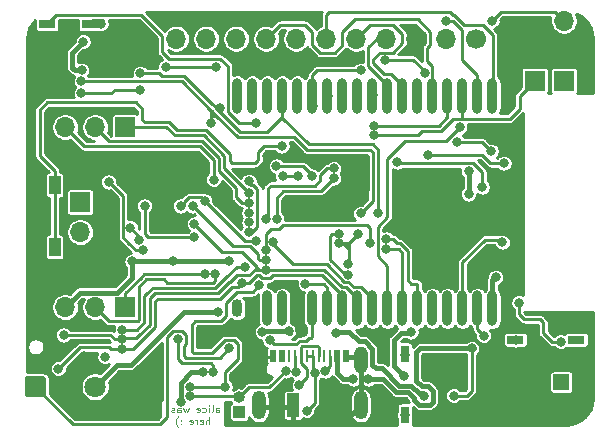
<source format=gbl>
%TF.GenerationSoftware,KiCad,Pcbnew,5.1.10*%
%TF.CreationDate,2021-05-20T00:00:09+01:00*%
%TF.ProjectId,watch2-without-led-tab,77617463-6832-42d7-9769-74686f75742d,rev?*%
%TF.SameCoordinates,Original*%
%TF.FileFunction,Copper,L2,Bot*%
%TF.FilePolarity,Positive*%
%FSLAX46Y46*%
G04 Gerber Fmt 4.6, Leading zero omitted, Abs format (unit mm)*
G04 Created by KiCad (PCBNEW 5.1.10) date 2021-05-20 00:00:09*
%MOMM*%
%LPD*%
G01*
G04 APERTURE LIST*
%TA.AperFunction,NonConductor*%
%ADD10C,0.100000*%
%TD*%
%TA.AperFunction,ComponentPad*%
%ADD11O,1.700000X1.700000*%
%TD*%
%TA.AperFunction,ComponentPad*%
%ADD12R,1.700000X1.700000*%
%TD*%
%TA.AperFunction,SMDPad,CuDef*%
%ADD13R,1.450000X0.700000*%
%TD*%
%TA.AperFunction,SMDPad,CuDef*%
%ADD14R,0.700000X1.450000*%
%TD*%
%TA.AperFunction,ComponentPad*%
%ADD15O,1.200000X2.400000*%
%TD*%
%TA.AperFunction,ComponentPad*%
%ADD16O,1.158000X2.316000*%
%TD*%
%TA.AperFunction,SMDPad,CuDef*%
%ADD17R,1.000000X2.000000*%
%TD*%
%TA.AperFunction,SMDPad,CuDef*%
%ADD18R,0.270000X1.000000*%
%TD*%
%TA.AperFunction,SMDPad,CuDef*%
%ADD19R,0.520000X1.000000*%
%TD*%
%TA.AperFunction,ComponentPad*%
%ADD20C,0.800000*%
%TD*%
%TA.AperFunction,SMDPad,CuDef*%
%ADD21O,0.900000X3.000000*%
%TD*%
%TA.AperFunction,SMDPad,CuDef*%
%ADD22O,0.900000X1.500000*%
%TD*%
%TA.AperFunction,SMDPad,CuDef*%
%ADD23R,5.000000X5.000000*%
%TD*%
%TA.AperFunction,SMDPad,CuDef*%
%ADD24R,1.000000X1.550000*%
%TD*%
%TA.AperFunction,ComponentPad*%
%ADD25C,3.200000*%
%TD*%
%TA.AperFunction,ComponentPad*%
%ADD26R,1.350000X1.350000*%
%TD*%
%TA.AperFunction,ComponentPad*%
%ADD27O,1.350000X1.350000*%
%TD*%
%TA.AperFunction,SMDPad,CuDef*%
%ADD28R,1.400000X0.800000*%
%TD*%
%TA.AperFunction,ComponentPad*%
%ADD29R,1.000000X1.000000*%
%TD*%
%TA.AperFunction,ComponentPad*%
%ADD30O,1.000000X1.000000*%
%TD*%
%TA.AperFunction,ComponentPad*%
%ADD31C,1.700000*%
%TD*%
%TA.AperFunction,ComponentPad*%
%ADD32C,1.800000*%
%TD*%
%TA.AperFunction,ViaPad*%
%ADD33C,0.800000*%
%TD*%
%TA.AperFunction,Conductor*%
%ADD34C,0.381000*%
%TD*%
%TA.AperFunction,Conductor*%
%ADD35C,0.250000*%
%TD*%
%TA.AperFunction,Conductor*%
%ADD36C,0.254000*%
%TD*%
%TA.AperFunction,Conductor*%
%ADD37C,0.100000*%
%TD*%
G04 APERTURE END LIST*
D10*
X144338428Y-119405428D02*
X144338428Y-119091142D01*
X144367000Y-119034000D01*
X144424142Y-119005428D01*
X144538428Y-119005428D01*
X144595571Y-119034000D01*
X144338428Y-119376857D02*
X144395571Y-119405428D01*
X144538428Y-119405428D01*
X144595571Y-119376857D01*
X144624142Y-119319714D01*
X144624142Y-119262571D01*
X144595571Y-119205428D01*
X144538428Y-119176857D01*
X144395571Y-119176857D01*
X144338428Y-119148285D01*
X143967000Y-119405428D02*
X144024142Y-119376857D01*
X144052714Y-119319714D01*
X144052714Y-118805428D01*
X143738428Y-119405428D02*
X143738428Y-119005428D01*
X143738428Y-118805428D02*
X143767000Y-118834000D01*
X143738428Y-118862571D01*
X143709857Y-118834000D01*
X143738428Y-118805428D01*
X143738428Y-118862571D01*
X143195571Y-119376857D02*
X143252714Y-119405428D01*
X143367000Y-119405428D01*
X143424142Y-119376857D01*
X143452714Y-119348285D01*
X143481285Y-119291142D01*
X143481285Y-119119714D01*
X143452714Y-119062571D01*
X143424142Y-119034000D01*
X143367000Y-119005428D01*
X143252714Y-119005428D01*
X143195571Y-119034000D01*
X142709857Y-119376857D02*
X142767000Y-119405428D01*
X142881285Y-119405428D01*
X142938428Y-119376857D01*
X142967000Y-119319714D01*
X142967000Y-119091142D01*
X142938428Y-119034000D01*
X142881285Y-119005428D01*
X142767000Y-119005428D01*
X142709857Y-119034000D01*
X142681285Y-119091142D01*
X142681285Y-119148285D01*
X142967000Y-119205428D01*
X142024142Y-119005428D02*
X141909857Y-119405428D01*
X141795571Y-119119714D01*
X141681285Y-119405428D01*
X141567000Y-119005428D01*
X141081285Y-119405428D02*
X141081285Y-119091142D01*
X141109857Y-119034000D01*
X141167000Y-119005428D01*
X141281285Y-119005428D01*
X141338428Y-119034000D01*
X141081285Y-119376857D02*
X141138428Y-119405428D01*
X141281285Y-119405428D01*
X141338428Y-119376857D01*
X141367000Y-119319714D01*
X141367000Y-119262571D01*
X141338428Y-119205428D01*
X141281285Y-119176857D01*
X141138428Y-119176857D01*
X141081285Y-119148285D01*
X140824142Y-119376857D02*
X140767000Y-119405428D01*
X140652714Y-119405428D01*
X140595571Y-119376857D01*
X140567000Y-119319714D01*
X140567000Y-119291142D01*
X140595571Y-119234000D01*
X140652714Y-119205428D01*
X140738428Y-119205428D01*
X140795571Y-119176857D01*
X140824142Y-119119714D01*
X140824142Y-119091142D01*
X140795571Y-119034000D01*
X140738428Y-119005428D01*
X140652714Y-119005428D01*
X140595571Y-119034000D01*
X143767000Y-120405428D02*
X143767000Y-119805428D01*
X143509857Y-120405428D02*
X143509857Y-120091142D01*
X143538428Y-120034000D01*
X143595571Y-120005428D01*
X143681285Y-120005428D01*
X143738428Y-120034000D01*
X143767000Y-120062571D01*
X142995571Y-120376857D02*
X143052714Y-120405428D01*
X143167000Y-120405428D01*
X143224142Y-120376857D01*
X143252714Y-120319714D01*
X143252714Y-120091142D01*
X143224142Y-120034000D01*
X143167000Y-120005428D01*
X143052714Y-120005428D01*
X142995571Y-120034000D01*
X142967000Y-120091142D01*
X142967000Y-120148285D01*
X143252714Y-120205428D01*
X142709857Y-120405428D02*
X142709857Y-120005428D01*
X142709857Y-120119714D02*
X142681285Y-120062571D01*
X142652714Y-120034000D01*
X142595571Y-120005428D01*
X142538428Y-120005428D01*
X142109857Y-120376857D02*
X142167000Y-120405428D01*
X142281285Y-120405428D01*
X142338428Y-120376857D01*
X142367000Y-120319714D01*
X142367000Y-120091142D01*
X142338428Y-120034000D01*
X142281285Y-120005428D01*
X142167000Y-120005428D01*
X142109857Y-120034000D01*
X142081285Y-120091142D01*
X142081285Y-120148285D01*
X142367000Y-120205428D01*
X141367000Y-120348285D02*
X141338428Y-120376857D01*
X141367000Y-120405428D01*
X141395571Y-120376857D01*
X141367000Y-120348285D01*
X141367000Y-120405428D01*
X141367000Y-120034000D02*
X141338428Y-120062571D01*
X141367000Y-120091142D01*
X141395571Y-120062571D01*
X141367000Y-120034000D01*
X141367000Y-120091142D01*
X141138428Y-120634000D02*
X141109857Y-120605428D01*
X141052714Y-120519714D01*
X141024142Y-120462571D01*
X140995571Y-120376857D01*
X140967000Y-120234000D01*
X140967000Y-120119714D01*
X140995571Y-119976857D01*
X141024142Y-119891142D01*
X141052714Y-119834000D01*
X141109857Y-119748285D01*
X141138428Y-119719714D01*
D11*
%TO.P,Speaker,2*%
%TO.N,Net-(LS1-Pad2)*%
X132842000Y-104140000D03*
D12*
%TO.P,Speaker,1*%
%TO.N,Net-(LS1-Pad1)*%
X132842000Y-101600000D03*
%TD*%
D13*
%TO.P,SW3,2*%
%TO.N,GND*%
X169695500Y-115236500D03*
X174855500Y-115236500D03*
%TO.P,SW3,1*%
%TO.N,Net-(SW3-Pad1)*%
X174855500Y-113236500D03*
X169695500Y-113236500D03*
%TD*%
D12*
%TO.P,REF\u002A\u002A,1*%
%TO.N,ESP_TX*%
X171323000Y-91313000D03*
%TD*%
%TO.P,REF\u002A\u002A,1*%
%TO.N,ESP_RX*%
X173799500Y-91313000D03*
D11*
%TO.P,REF\u002A\u002A,2*%
%TO.N,GND*%
X173799500Y-88773000D03*
%TO.P,REF\u002A\u002A,3*%
%TO.N,+3V3*%
X173799500Y-86233000D03*
%TD*%
D14*
%TO.P,SW2,2*%
%TO.N,GND*%
X158321500Y-114450500D03*
X158321500Y-119610500D03*
%TO.P,SW2,1*%
%TO.N,ESP_EN*%
X160321500Y-119610500D03*
X160321500Y-114450500D03*
%TD*%
D15*
%TO.P,J1,S6*%
%TO.N,N/C*%
X147953000Y-118797000D03*
%TO.P,J1,S5*%
X156593000Y-118797000D03*
D16*
%TO.P,J1,S4*%
%TO.N,GND*%
X147953000Y-114972000D03*
%TO.P,J1,S3*%
%TO.N,N/C*%
X156593000Y-114972000D03*
D17*
%TO.P,J1,S2*%
X150873000Y-118797000D03*
%TO.P,J1,S1*%
%TO.N,GND*%
X153673000Y-118797000D03*
D18*
%TO.P,J1,9 (CC2)*%
%TO.N,N/C*%
X151023000Y-114597000D03*
%TO.P,J1,8*%
%TO.N,USB_D-*%
X151523000Y-114597000D03*
%TO.P,J1,7*%
%TO.N,USB_D+*%
X152023000Y-114597000D03*
%TO.P,J1,6*%
X152523000Y-114597000D03*
%TO.P,J1,5*%
%TO.N,USB_D-*%
X153023000Y-114597000D03*
%TO.P,J1,4*%
%TO.N,N/C*%
X153523000Y-114597000D03*
%TO.P,J1,10*%
X150523000Y-114597000D03*
%TO.P,J1,3 (CC1)*%
X154023000Y-114597000D03*
D19*
%TO.P,J1,11*%
X149923000Y-114597000D03*
%TO.P,J1,2*%
X154623000Y-114597000D03*
%TO.P,J1,12*%
X149173000Y-114597000D03*
%TO.P,J1,1*%
X155373000Y-114597000D03*
%TD*%
D20*
%TO.P,U7,39*%
%TO.N,GND*%
X164106000Y-100000000D03*
X163106000Y-100000000D03*
X162106000Y-100000000D03*
X161106000Y-100000000D03*
X160106000Y-100000000D03*
X164106000Y-102000000D03*
X163106000Y-102000000D03*
X162106000Y-102000000D03*
X161106000Y-102000000D03*
X160106000Y-102000000D03*
X160106000Y-101000000D03*
X161106000Y-101000000D03*
X162106000Y-101000000D03*
X163106000Y-101000000D03*
X164106000Y-101000000D03*
X164106000Y-103000000D03*
X163106000Y-103000000D03*
X162106000Y-103000000D03*
X161106000Y-103000000D03*
X160106000Y-103000000D03*
X160106000Y-104000000D03*
X161106000Y-104000000D03*
X162106000Y-104000000D03*
X163106000Y-104000000D03*
D21*
%TO.P,U7,38*%
X169016000Y-92570000D03*
%TO.P,U7,37*%
%TO.N,TFT_MOSI*%
X167746000Y-92570000D03*
%TO.P,U7,36*%
%TO.N,TFT_DC*%
X166476000Y-92570000D03*
%TO.P,U7,35*%
%TO.N,ESP_TX*%
X165206000Y-92570000D03*
%TO.P,U7,34*%
%TO.N,ESP_RX*%
X163936000Y-92570000D03*
%TO.P,U7,33*%
%TO.N,TFT_RESET*%
X162666000Y-92570000D03*
%TO.P,U7,32*%
%TO.N,Net-(U7-Pad32)*%
X161396000Y-92570000D03*
%TO.P,U7,31*%
%TO.N,TFT_MISO*%
X160126000Y-92570000D03*
%TO.P,U7,30*%
%TO.N,TFT_CLOCK*%
X158856000Y-92570000D03*
%TO.P,U7,29*%
%TO.N,TFT_CS*%
X157586000Y-92570000D03*
%TO.P,U7,28*%
%TO.N,Net-(U7-Pad28)*%
X156316000Y-92570000D03*
%TO.P,U7,27*%
%TO.N,Net-(U7-Pad27)*%
X155046000Y-92570000D03*
%TO.P,U7,26*%
%TO.N,LED_IR*%
X153776000Y-92570000D03*
%TO.P,U7,25*%
%TO.N,ESP_IO0*%
X152506000Y-92570000D03*
%TO.P,U7,24*%
%TO.N,Net-(U7-Pad24)*%
X151206000Y-92600000D03*
%TO.P,U7,23*%
%TO.N,I2C_SCL*%
X149936000Y-92600000D03*
%TO.P,U7,22*%
%TO.N,Net-(U7-Pad22)*%
X148666000Y-92600000D03*
%TO.P,U7,21*%
%TO.N,Net-(U7-Pad21)*%
X147396000Y-92600000D03*
%TO.P,U7,20*%
%TO.N,Net-(U7-Pad20)*%
X146126000Y-92600000D03*
D22*
%TO.P,U7,19*%
%TO.N,Net-(U7-Pad19)*%
X146126000Y-110600000D03*
D21*
%TO.P,U7,17*%
%TO.N,Net-(U7-Pad17)*%
X148666000Y-110600000D03*
%TO.P,U7,16*%
%TO.N,SD_CS*%
X149936000Y-110600000D03*
%TO.P,U7,15*%
%TO.N,GND*%
X151206000Y-110600000D03*
%TO.P,U7,14*%
%TO.N,IR_RECV*%
X152506000Y-110600000D03*
%TO.P,U7,13*%
%TO.N,LED_TORCH*%
X153776000Y-110600000D03*
%TO.P,U7,12*%
%TO.N,I2S_BLK*%
X155046000Y-110600000D03*
%TO.P,U7,11*%
%TO.N,I2S_LRC*%
X156316000Y-110600000D03*
%TO.P,U7,10*%
%TO.N,I2S_DOUT*%
X157586000Y-110600000D03*
%TO.P,U7,9*%
%TO.N,TFT_BL*%
X158856000Y-110600000D03*
%TO.P,U7,8*%
%TO.N,I2C_SDA*%
X160126000Y-110600000D03*
%TO.P,U7,7*%
%TO.N,I2S_DIN*%
X161396000Y-110600000D03*
%TO.P,U7,6*%
%TO.N,Net-(U7-Pad6)*%
X162666000Y-110600000D03*
%TO.P,U7,5*%
%TO.N,Net-(U7-Pad5)*%
X163936000Y-110600000D03*
%TO.P,U7,4*%
%TO.N,DPAD_ENTER*%
X165206000Y-110600000D03*
%TO.P,U7,3*%
%TO.N,ESP_EN*%
X166476000Y-110600000D03*
%TO.P,U7,2*%
%TO.N,+3V3*%
X167746000Y-110600000D03*
%TO.P,U7,1*%
%TO.N,GND*%
X169016000Y-110600000D03*
D23*
%TO.P,U7,39*%
X162096000Y-102000000D03*
D20*
X164106000Y-104000000D03*
%TD*%
D24*
%TO.P,IO0,1*%
%TO.N,ESP_IO0*%
X130683000Y-100160000D03*
X130683000Y-105410000D03*
%TO.P,IO0,2*%
%TO.N,GND*%
X128983000Y-105410000D03*
X128983000Y-100160000D03*
%TD*%
D12*
%TO.P,J4,1*%
%TO.N,DPAD_RIGHT*%
X136652000Y-95250000D03*
D11*
%TO.P,J4,2*%
%TO.N,DPAD_UP*%
X134112000Y-95250000D03*
%TO.P,J4,3*%
%TO.N,DPAD_LEFT*%
X131572000Y-95250000D03*
%TD*%
D25*
%TO.P,U$7,P$1*%
%TO.N,GND*%
X137134600Y-118198900D03*
%TD*%
%TO.P,U$8,P$1*%
%TO.N,GND*%
X170154600Y-118198900D03*
%TD*%
%TO.P,U$9,P$1*%
%TO.N,GND*%
X137134600Y-87718900D03*
%TD*%
%TO.P,U$10,P$1*%
%TO.N,GND*%
X170154600Y-87718900D03*
%TD*%
D26*
%TO.P,BT1,1*%
%TO.N,+5V*%
X173577500Y-116840000D03*
D27*
%TO.P,BT1,2*%
%TO.N,GND*%
X175577500Y-116840000D03*
%TD*%
D28*
%TO.P,D5,1*%
%TO.N,Net-(D5-Pad1)*%
X130048000Y-86487000D03*
%TO.P,D5,2*%
%TO.N,Net-(D5-Pad2)*%
X133648000Y-86487000D03*
%TD*%
D29*
%TO.P,J3,1*%
%TO.N,ESP_RX*%
X146304000Y-119380000D03*
D30*
%TO.P,J3,2*%
%TO.N,ESP_TX*%
X146304000Y-118110000D03*
%TO.P,J3,3*%
%TO.N,GND*%
X146304000Y-116840000D03*
%TD*%
D11*
%TO.P,J5,3*%
%TO.N,+3V3*%
X131572000Y-110490000D03*
%TO.P,J5,2*%
%TO.N,DPAD_DOWN*%
X134112000Y-110490000D03*
D12*
%TO.P,J5,1*%
%TO.N,DPAD_ENTER*%
X136652000Y-110490000D03*
%TD*%
D31*
%TO.P,J6,1*%
%TO.N,+3V3*%
X166370000Y-87757000D03*
D11*
%TO.P,J6,2*%
%TO.N,Net-(J6-Pad2)*%
X163830000Y-87757000D03*
%TO.P,J6,3*%
%TO.N,GND*%
X161290000Y-87757000D03*
%TO.P,J6,4*%
%TO.N,TFT_CLOCK*%
X158750000Y-87757000D03*
%TO.P,J6,5*%
%TO.N,TFT_MISO*%
X156210000Y-87757000D03*
%TO.P,J6,6*%
%TO.N,TFT_MOSI*%
X153670000Y-87757000D03*
%TO.P,J6,7*%
%TO.N,TFT_CS*%
X151130000Y-87757000D03*
%TO.P,J6,8*%
%TO.N,TFT_RESET*%
X148590000Y-87757000D03*
%TO.P,J6,9*%
%TO.N,TFT_DC*%
X146050000Y-87757000D03*
%TO.P,J6,10*%
%TO.N,SD_CS*%
X143510000Y-87757000D03*
%TO.P,J6,11*%
%TO.N,TFT_BL*%
X140970000Y-87757000D03*
%TD*%
%TO.P,U9,1*%
%TO.N,IR_RECV*%
%TA.AperFunction,ComponentPad*%
G36*
G01*
X128132000Y-117870800D02*
X128132000Y-116571200D01*
G75*
G02*
X128382200Y-116321000I250200J0D01*
G01*
X129681800Y-116321000D01*
G75*
G02*
X129932000Y-116571200I0J-250200D01*
G01*
X129932000Y-117870800D01*
G75*
G02*
X129681800Y-118121000I-250200J0D01*
G01*
X128382200Y-118121000D01*
G75*
G02*
X128132000Y-117870800I0J250200D01*
G01*
G37*
%TD.AperFunction*%
D32*
%TO.P,U9,2*%
%TO.N,GND*%
X131572000Y-117221000D03*
%TO.P,U9,3*%
%TO.N,+3V3*%
X134112000Y-117221000D03*
%TD*%
D33*
%TO.N,GND*%
X143192500Y-113030000D03*
X132969000Y-89408000D03*
X165227000Y-116205000D03*
X161480500Y-105918000D03*
X151511000Y-112712500D03*
X129095500Y-112776000D03*
X133159500Y-114617500D03*
X129159000Y-106045000D03*
X129095500Y-109791500D03*
X131508500Y-108204000D03*
X131445000Y-97536000D03*
X135636000Y-97917000D03*
X140017500Y-97853500D03*
X169545000Y-106235500D03*
X168910000Y-109855000D03*
X171323000Y-112458500D03*
X146685000Y-115443000D03*
X155050500Y-119697500D03*
X166370000Y-106554500D03*
X135953500Y-108140500D03*
X129095500Y-114855503D03*
X148653500Y-97663000D03*
X154622500Y-100967500D03*
X169100500Y-92583000D03*
X162179000Y-116141500D03*
X147574000Y-90297000D03*
X158365250Y-114494250D03*
X158321500Y-119610500D03*
X129286000Y-90881200D03*
%TO.N,+3V3*%
X167703500Y-86233000D03*
X132969000Y-90424000D03*
X150495000Y-112522000D03*
X148272500Y-112585500D03*
X154495500Y-112649000D03*
X161925000Y-117983000D03*
X141351000Y-118491000D03*
X143256000Y-116014500D03*
X145415000Y-106616500D03*
X140716000Y-106616500D03*
X165735000Y-98996500D03*
X168021000Y-107950000D03*
X165735000Y-100901500D03*
X137223500Y-106616500D03*
X144482500Y-110871000D03*
X133096000Y-88011000D03*
%TO.N,+5V*%
X160274000Y-116332000D03*
X164465000Y-117983000D03*
X157226000Y-116586000D03*
X155956000Y-116586000D03*
X165989000Y-113962000D03*
X160845500Y-112585500D03*
%TO.N,Net-(D5-Pad1)*%
X147703500Y-94901000D03*
%TO.N,Net-(D5-Pad2)*%
X134620000Y-86487000D03*
%TO.N,I2C_SCL*%
X144653000Y-93599000D03*
X137922000Y-92075000D03*
X137922000Y-90678000D03*
X155511500Y-106870500D03*
X158051500Y-102552500D03*
X156400500Y-104267000D03*
X154749500Y-105092500D03*
X132937000Y-92368500D03*
%TO.N,I2C_SDA*%
X155511500Y-107759500D03*
X143891000Y-94932500D03*
X156591000Y-102552500D03*
X154749500Y-104267000D03*
X158750000Y-105600500D03*
X132937000Y-91368500D03*
%TO.N,ESP_RX*%
X162306000Y-97599500D03*
X148590000Y-102997000D03*
X154305000Y-98742500D03*
X145097500Y-117221000D03*
X142176500Y-117221000D03*
X157734000Y-95123000D03*
X148018500Y-108648500D03*
X163936000Y-92570000D03*
X168719500Y-98298000D03*
%TO.N,ESP_TX*%
X150241000Y-115887500D03*
X149479000Y-102997000D03*
X154305000Y-99568000D03*
X142176500Y-118046500D03*
X157734000Y-95948500D03*
%TO.N,DPAD_RIGHT*%
X147129500Y-100838000D03*
%TO.N,DPAD_UP*%
X147129500Y-101663500D03*
%TO.N,DPAD_LEFT*%
X144145000Y-99695000D03*
X147129500Y-99822000D03*
X147129500Y-104140000D03*
%TO.N,DPAD_DOWN*%
X147129500Y-103314500D03*
X144272000Y-107696000D03*
%TO.N,DPAD_ENTER*%
X143446500Y-107696000D03*
X147129500Y-102489000D03*
X168577599Y-104989035D03*
X166878000Y-100330000D03*
X159702500Y-98206000D03*
X152463500Y-99377500D03*
X149444000Y-98537766D03*
%TO.N,TFT_CS*%
X157607000Y-92519500D03*
%TO.N,TFT_DC*%
X163830000Y-86233000D03*
%TO.N,SD_CS*%
X158623000Y-89535000D03*
X149987000Y-99377500D03*
X151320500Y-99377500D03*
X149923500Y-109728000D03*
X162052000Y-90678000D03*
%TO.N,TFT_BL*%
X164973000Y-95250000D03*
%TO.N,Net-(LS1-Pad1)*%
X138176000Y-105664000D03*
X135255000Y-99885500D03*
%TO.N,Net-(LS1-Pad2)*%
X137096500Y-103759000D03*
X137795000Y-104838500D03*
%TO.N,Net-(MK1-Pad2)*%
X134937500Y-114681000D03*
%TO.N,I2S_LRC*%
X142494000Y-103441500D03*
X148590000Y-107315000D03*
X131445000Y-112839500D03*
X136398000Y-113220500D03*
%TO.N,I2S_BLK*%
X142367000Y-101917500D03*
X148590000Y-106489500D03*
X136398000Y-114046000D03*
X131000500Y-115697000D03*
X146558000Y-108458000D03*
%TO.N,LED_TORCH*%
X151892000Y-108521500D03*
%TO.N,ESP_IO0*%
X164782500Y-96520000D03*
X152527000Y-93472000D03*
X149923500Y-96837500D03*
X167640000Y-97282000D03*
X156591000Y-90424000D03*
%TO.N,USB_D-*%
X151384000Y-117094000D03*
%TO.N,USB_D+*%
X152019000Y-119253000D03*
X152704800Y-116078000D03*
%TO.N,ESP_EN*%
X167005000Y-112903000D03*
X160381250Y-114510250D03*
X160321500Y-119610500D03*
%TO.N,Net-(J1-PadA5)*%
X153606500Y-115887500D03*
%TO.N,Net-(J1-PadB5)*%
X151130000Y-115951000D03*
%TO.N,Net-(R18-Pad2)*%
X144081500Y-116014500D03*
X141097000Y-113220500D03*
%TO.N,Net-(R24-Pad2)*%
X142494000Y-104584500D03*
X138303000Y-101917500D03*
%TO.N,I2S_DIN*%
X157353000Y-105092500D03*
X146812000Y-107061000D03*
X148590000Y-105664000D03*
X136398000Y-112395000D03*
X158750000Y-104711500D03*
%TO.N,LED_IR*%
X153797000Y-92583000D03*
%TO.N,Net-(U4-Pad4)*%
X169989500Y-110109000D03*
X173545500Y-113411000D03*
%TO.N,IR_RECV*%
X148907500Y-113284000D03*
X145478500Y-113982500D03*
%TO.N,I2S_DOUT*%
X149161500Y-104965500D03*
X141351000Y-101917500D03*
X147701000Y-104902000D03*
X143398949Y-101482451D03*
%TO.N,Net-(Q2-Pad3)*%
X144335500Y-90170000D03*
X140081000Y-90170000D03*
%TO.N,Net-(SW3-Pad1)*%
X169735500Y-113284000D03*
%TD*%
D34*
%TO.N,GND*%
X150873000Y-118924000D02*
X147953000Y-118924000D01*
X156593000Y-118924000D02*
X156593000Y-115099000D01*
D35*
X156218000Y-114724000D02*
X156593000Y-115099000D01*
D34*
X155373000Y-114724000D02*
X156218000Y-114724000D01*
D35*
X148328000Y-114724000D02*
X147953000Y-115099000D01*
X149173000Y-114724000D02*
X148328000Y-114724000D01*
X147926500Y-115125500D02*
X147953000Y-115099000D01*
D34*
X150873000Y-120178000D02*
X151000652Y-120305653D01*
X150873000Y-118797000D02*
X150873000Y-120178000D01*
X153673000Y-120178000D02*
X153673000Y-118797000D01*
X153553499Y-120297501D02*
X153673000Y-120178000D01*
X151008804Y-120297501D02*
X153553499Y-120297501D01*
X151000652Y-120305653D02*
X151008804Y-120297501D01*
X154150000Y-118797000D02*
X155050500Y-119697500D01*
X153673000Y-118797000D02*
X154150000Y-118797000D01*
X155692500Y-119697500D02*
X156593000Y-118797000D01*
X155050500Y-119697500D02*
X155692500Y-119697500D01*
X171323000Y-112458500D02*
X171323000Y-114363500D01*
X171323000Y-114363500D02*
X172529500Y-115570000D01*
X172529500Y-115570000D02*
X174625000Y-115570000D01*
X175577500Y-116522500D02*
X175577500Y-116840000D01*
X174625000Y-115570000D02*
X175577500Y-116522500D01*
X169016000Y-110600000D02*
X169016000Y-111739000D01*
X169735500Y-112458500D02*
X171323000Y-112458500D01*
X169016000Y-111739000D02*
X169735500Y-112458500D01*
X175577500Y-116840000D02*
X172228099Y-120189401D01*
D35*
X169016000Y-110600000D02*
X169016000Y-109304500D01*
D34*
X169016000Y-110600000D02*
X169016000Y-109241000D01*
X169545000Y-108712000D02*
X169545000Y-106235500D01*
X169016000Y-109241000D02*
X169545000Y-108712000D01*
X166370000Y-106554500D02*
X166940000Y-106554500D01*
X167259000Y-106235500D02*
X169545000Y-106235500D01*
X166940000Y-106554500D02*
X167259000Y-106235500D01*
X169545000Y-106235500D02*
X169545000Y-104838500D01*
X169545000Y-104838500D02*
X168783000Y-104076500D01*
X164182500Y-104076500D02*
X164106000Y-104000000D01*
X168783000Y-104076500D02*
X164182500Y-104076500D01*
X139954000Y-97917000D02*
X140017500Y-97853500D01*
X135636000Y-97917000D02*
X139954000Y-97917000D01*
X131572000Y-108140500D02*
X131508500Y-108204000D01*
X135953500Y-108140500D02*
X131572000Y-108140500D01*
X129095500Y-109791500D02*
X129095500Y-108585000D01*
X129476500Y-108204000D02*
X131508500Y-108204000D01*
X129095500Y-108585000D02*
X129476500Y-108204000D01*
X131572000Y-116205000D02*
X133159500Y-114617500D01*
X131572000Y-117221000D02*
X131572000Y-116205000D01*
D35*
X128995001Y-114580501D02*
X128747499Y-114580501D01*
X128747499Y-114580501D02*
X128370499Y-114203501D01*
X129095500Y-114681000D02*
X128995001Y-114580501D01*
X129443501Y-113130499D02*
X129794000Y-113480998D01*
X129095500Y-114855503D02*
X129095500Y-114681000D01*
X128370499Y-114203501D02*
X128370499Y-113507499D01*
X128370499Y-113507499D02*
X128747499Y-113130499D01*
X129820501Y-114203501D02*
X129820501Y-113507499D01*
X129443501Y-114580501D02*
X129820501Y-114203501D01*
X129195999Y-114580501D02*
X129443501Y-114580501D01*
X129095500Y-114681000D02*
X129195999Y-114580501D01*
X169016000Y-109961000D02*
X168910000Y-109855000D01*
X169016000Y-110600000D02*
X169016000Y-109961000D01*
X146304000Y-115824000D02*
X146685000Y-115443000D01*
X146304000Y-116840000D02*
X146304000Y-115824000D01*
X147156000Y-114972000D02*
X146685000Y-115443000D01*
X147953000Y-114972000D02*
X147156000Y-114972000D01*
D34*
X151206000Y-112407500D02*
X151511000Y-112712500D01*
X151206000Y-110600000D02*
X151206000Y-112407500D01*
D35*
X161480500Y-104374500D02*
X161106000Y-104000000D01*
X161480500Y-105918000D02*
X161480500Y-104374500D01*
X129095500Y-113093500D02*
X129132499Y-113130499D01*
X129132499Y-113130499D02*
X129443501Y-113130499D01*
X129095500Y-112204500D02*
X129095500Y-113093500D01*
X128747499Y-113130499D02*
X129132499Y-113130499D01*
X129095500Y-112776000D02*
X129095500Y-112204500D01*
X129095500Y-112204500D02*
X129095500Y-109791500D01*
X170481401Y-118525701D02*
X170154600Y-118198900D01*
X170481401Y-120189401D02*
X170481401Y-118525701D01*
D34*
X172228099Y-120189401D02*
X170481401Y-120189401D01*
D35*
X162179000Y-99927000D02*
X162106000Y-100000000D01*
X132397500Y-97536000D02*
X132778500Y-97917000D01*
X131445000Y-97536000D02*
X132397500Y-97536000D01*
D34*
X132778500Y-97917000D02*
X135636000Y-97917000D01*
X129095500Y-109791500D02*
X129095500Y-106108500D01*
X129095500Y-106108500D02*
X129159000Y-106045000D01*
D35*
X129159000Y-104694000D02*
X129007500Y-104542500D01*
X129159000Y-106045000D02*
X129159000Y-104694000D01*
X129007500Y-104542500D02*
X129007500Y-99292500D01*
D34*
X156638980Y-100967500D02*
X154622500Y-100967500D01*
X156985020Y-97676020D02*
X157085980Y-97776980D01*
X151809569Y-97676020D02*
X156985020Y-97676020D01*
X157085980Y-100520500D02*
X156638980Y-100967500D01*
X157085980Y-97776980D02*
X157085980Y-100520500D01*
X151796549Y-97663000D02*
X151809569Y-97676020D01*
X148653500Y-97663000D02*
X151796549Y-97663000D01*
X169338401Y-120189401D02*
X170481401Y-120189401D01*
X163750401Y-120189401D02*
X169338401Y-120189401D01*
X163296511Y-119735511D02*
X163750401Y-120189401D01*
X163296511Y-117362897D02*
X163296511Y-119735511D01*
X162179000Y-116245386D02*
X163296511Y-117362897D01*
X162179000Y-116141500D02*
X162179000Y-116245386D01*
X165163500Y-116141500D02*
X165227000Y-116205000D01*
X162179000Y-116141500D02*
X165163500Y-116141500D01*
X134658100Y-87718900D02*
X137134600Y-87718900D01*
X132969000Y-89408000D02*
X134658100Y-87718900D01*
D35*
X147574000Y-90297000D02*
X147574000Y-89281000D01*
D34*
X172745400Y-87718900D02*
X173799500Y-88773000D01*
X170154600Y-87718900D02*
X172745400Y-87718900D01*
X147953000Y-113433000D02*
X147953000Y-114972000D01*
X143480511Y-112741989D02*
X147261989Y-112741989D01*
X147261989Y-112741989D02*
X147953000Y-113433000D01*
X143192500Y-113030000D02*
X143480511Y-112741989D01*
%TO.N,+3V3*%
X167746000Y-108225000D02*
X168021000Y-107950000D01*
X167746000Y-110600000D02*
X167746000Y-108225000D01*
X165735000Y-100901500D02*
X165735000Y-98996500D01*
X137223500Y-106616500D02*
X140716000Y-106616500D01*
X140716000Y-106616500D02*
X145415000Y-106616500D01*
X132812501Y-109249499D02*
X131572000Y-110490000D01*
X137223500Y-108013500D02*
X135987501Y-109249499D01*
X135987501Y-109249499D02*
X132812501Y-109249499D01*
X137223500Y-106616500D02*
X137223500Y-108013500D01*
X142213058Y-116014500D02*
X143256000Y-116014500D01*
X141351000Y-116876558D02*
X142213058Y-116014500D01*
X141351000Y-118491000D02*
X141351000Y-116876558D01*
X141637960Y-110871000D02*
X137129460Y-115379500D01*
X144482500Y-110871000D02*
X141637960Y-110871000D01*
X135953500Y-115379500D02*
X134112000Y-117221000D01*
X137129460Y-115379500D02*
X135953500Y-115379500D01*
X150466499Y-112493499D02*
X150622000Y-112649000D01*
X148528059Y-112493499D02*
X150466499Y-112493499D01*
X148436058Y-112585500D02*
X148528059Y-112493499D01*
X148272500Y-112585500D02*
X148436058Y-112585500D01*
X132403315Y-90424000D02*
X132969000Y-90424000D01*
X132178499Y-90199184D02*
X132403315Y-90424000D01*
X132178499Y-88928501D02*
X132178499Y-90199184D01*
X133096000Y-88011000D02*
X132178499Y-88928501D01*
X161925000Y-117856000D02*
X161925000Y-117983000D01*
X154495500Y-112649000D02*
X154559000Y-112585500D01*
X154559000Y-112585500D02*
X155638500Y-112585500D01*
X155638500Y-112585500D02*
X156413500Y-113360500D01*
X157562510Y-113991416D02*
X157562510Y-115361952D01*
X156413500Y-113360500D02*
X156931594Y-113360500D01*
X156931594Y-113360500D02*
X157562510Y-113991416D01*
X160877829Y-117122501D02*
X161528837Y-117773509D01*
X161842509Y-117773509D02*
X161925000Y-117856000D01*
X161528837Y-117773509D02*
X161842509Y-117773509D01*
X157562510Y-115361952D02*
X157879279Y-115678721D01*
X159861829Y-117122501D02*
X160877829Y-117122501D01*
X157879279Y-115678721D02*
X158418049Y-115678721D01*
X158418049Y-115678721D02*
X159861829Y-117122501D01*
D35*
X167703500Y-86233000D02*
X168432990Y-85503510D01*
X173070010Y-85503510D02*
X173799500Y-86233000D01*
X168432990Y-85503510D02*
X173070010Y-85503510D01*
D34*
%TO.N,+5V*%
X154623000Y-115334902D02*
X154559000Y-115398902D01*
X154623000Y-114597000D02*
X154623000Y-115334902D01*
X155117858Y-116586000D02*
X156019500Y-116586000D01*
X154559000Y-116027142D02*
X155117858Y-116586000D01*
X154559000Y-115398902D02*
X154559000Y-116027142D01*
D35*
X165608000Y-117983000D02*
X164465000Y-117983000D01*
X165989000Y-117602000D02*
X165608000Y-117983000D01*
X165989000Y-113962000D02*
X165989000Y-117602000D01*
D34*
X159385000Y-113284000D02*
X160020000Y-112649000D01*
X160782000Y-112649000D02*
X160845500Y-112585500D01*
X160020000Y-112649000D02*
X160782000Y-112649000D01*
X159385000Y-115443000D02*
X159385000Y-115189000D01*
X160274000Y-116332000D02*
X159385000Y-115443000D01*
X159385000Y-115189000D02*
X159385000Y-113284000D01*
X161628000Y-113962000D02*
X166177000Y-113962000D01*
X161290000Y-114300000D02*
X161628000Y-113962000D01*
X159621167Y-117703511D02*
X160629511Y-117703511D01*
X160629511Y-117703511D02*
X161134499Y-118208499D01*
X161290000Y-116713000D02*
X161290000Y-114300000D01*
X161134499Y-118208499D02*
X161134499Y-118362441D01*
X158503656Y-116586000D02*
X159621167Y-117703511D01*
X162459743Y-118773501D02*
X162715501Y-118517743D01*
X161134499Y-118362441D02*
X161545559Y-118773501D01*
X161545559Y-118773501D02*
X162459743Y-118773501D01*
X162715501Y-117603559D02*
X162304441Y-117192499D01*
X162304441Y-117192499D02*
X161769499Y-117192499D01*
X157226000Y-116586000D02*
X158503656Y-116586000D01*
X162715501Y-118517743D02*
X162715501Y-117603559D01*
X161769499Y-117192499D02*
X161290000Y-116713000D01*
D35*
%TO.N,Net-(D5-Pad1)*%
X133736591Y-85761999D02*
X130773001Y-85761999D01*
X139794999Y-87534499D02*
X137979990Y-85719490D01*
X130773001Y-85761999D02*
X130048000Y-86487000D01*
X137979990Y-85719490D02*
X133779100Y-85719490D01*
X140372997Y-89444999D02*
X139794999Y-88867001D01*
X139794999Y-88867001D02*
X139794999Y-87534499D01*
X144688979Y-89444999D02*
X140372997Y-89444999D01*
X145350990Y-90107010D02*
X144688979Y-89444999D01*
X146280971Y-94901000D02*
X145350990Y-93971019D01*
X133779100Y-85719490D02*
X133736591Y-85761999D01*
X145350990Y-93971019D02*
X145350990Y-90107010D01*
X147703500Y-94901000D02*
X146280971Y-94901000D01*
%TO.N,Net-(D5-Pad2)*%
X133965500Y-86169500D02*
X133648000Y-86487000D01*
X134747000Y-86169500D02*
X133965500Y-86169500D01*
%TO.N,I2C_SCL*%
X155067000Y-105092500D02*
X154749500Y-105092500D01*
X155575000Y-105092500D02*
X156400500Y-104267000D01*
X154749500Y-105092500D02*
X155575000Y-105092500D01*
X155575000Y-105092500D02*
X155321000Y-105346500D01*
X155321000Y-105346500D02*
X155067000Y-105092500D01*
X155575000Y-105410000D02*
X155479750Y-105505250D01*
X155575000Y-105092500D02*
X155575000Y-105410000D01*
X155479750Y-105505250D02*
X155321000Y-105346500D01*
X155575000Y-105410000D02*
X155575000Y-105600500D01*
X155575000Y-105600500D02*
X155479750Y-105505250D01*
X146369562Y-95626001D02*
X148659999Y-95626001D01*
X149936000Y-94350000D02*
X149936000Y-92600000D01*
X148659999Y-95626001D02*
X149936000Y-94350000D01*
X149936000Y-94437000D02*
X149936000Y-92600000D01*
X152209500Y-96710500D02*
X149936000Y-94437000D01*
X158051499Y-97153589D02*
X157608411Y-96710501D01*
X158051500Y-97536000D02*
X158051499Y-97153589D01*
X158051500Y-97536000D02*
X158051500Y-102552500D01*
X157607000Y-96710500D02*
X156273500Y-96710500D01*
X152209500Y-96710500D02*
X157607000Y-96710500D01*
X144113250Y-93369688D02*
X144148531Y-93404969D01*
X144021530Y-93277970D02*
X144148531Y-93404969D01*
X143866310Y-93122750D02*
X143831030Y-93087470D01*
X143831030Y-93087470D02*
X144021530Y-93277970D01*
X141638562Y-90895001D02*
X143831030Y-93087470D01*
X155575000Y-106807000D02*
X155511500Y-106870500D01*
X155575000Y-105600500D02*
X155575000Y-106807000D01*
X139732999Y-90895001D02*
X141638562Y-90895001D01*
X139515998Y-90678000D02*
X139732999Y-90895001D01*
X137922000Y-90678000D02*
X139515998Y-90678000D01*
X137922000Y-92075000D02*
X135763000Y-92075000D01*
X135469500Y-92368500D02*
X132937000Y-92368500D01*
X135763000Y-92075000D02*
X135469500Y-92368500D01*
X144342560Y-93599000D02*
X144275530Y-93531970D01*
X144653000Y-93599000D02*
X144342560Y-93599000D01*
X144275530Y-93531970D02*
X146369562Y-95626001D01*
X144148531Y-93404969D02*
X144275530Y-93531970D01*
%TO.N,I2C_SDA*%
X160126000Y-107357500D02*
X160126000Y-107421000D01*
X160126000Y-110600000D02*
X160126000Y-107421000D01*
X160126000Y-107421000D02*
X160126000Y-105897000D01*
X159829500Y-105600500D02*
X158750000Y-105600500D01*
X160126000Y-105897000D02*
X159829500Y-105600500D01*
X152023100Y-97160510D02*
X150938601Y-96076011D01*
X157422010Y-97160510D02*
X152023100Y-97160510D01*
X157601490Y-97339990D02*
X157422010Y-97160510D01*
X157601490Y-101542010D02*
X157601490Y-97339990D01*
X150938601Y-96076011D02*
X146183162Y-96076011D01*
X156591000Y-102552500D02*
X157601490Y-101542010D01*
X144020825Y-93977175D02*
X144020825Y-93913675D01*
X143922750Y-94075250D02*
X143922750Y-93884750D01*
X143922750Y-93884750D02*
X143957325Y-93850175D01*
X144020825Y-93913675D02*
X143957325Y-93850175D01*
X143922750Y-94075250D02*
X144020825Y-93977175D01*
X144182400Y-94075250D02*
X144211325Y-94104175D01*
X143922750Y-94075250D02*
X144182400Y-94075250D01*
X144211325Y-94104175D02*
X144020825Y-93913675D01*
X143891000Y-94107000D02*
X143922750Y-94075250D01*
X144018000Y-94297500D02*
X144211325Y-94104175D01*
X143891000Y-94297500D02*
X144018000Y-94297500D01*
X143891000Y-94932500D02*
X143891000Y-94297500D01*
X143891000Y-94297500D02*
X143891000Y-94107000D01*
X144052576Y-94262924D02*
X144018000Y-94297500D01*
X144370076Y-94262924D02*
X144052576Y-94262924D01*
X146183162Y-96076011D02*
X144370076Y-94262924D01*
X144370076Y-94262924D02*
X144211325Y-94104175D01*
X154183815Y-104267000D02*
X154749500Y-104267000D01*
X154024499Y-104426316D02*
X154183815Y-104267000D01*
X155163499Y-107595501D02*
X154024499Y-106456501D01*
X155411001Y-107595501D02*
X155163499Y-107595501D01*
X155511500Y-107696000D02*
X155411001Y-107595501D01*
X154024499Y-106456501D02*
X154024499Y-104426316D01*
X155511500Y-107759500D02*
X155511500Y-107696000D01*
X143957325Y-93850175D02*
X141452162Y-91345011D01*
X141452162Y-91345011D02*
X136232286Y-91345011D01*
X132960489Y-91345011D02*
X132937000Y-91368500D01*
X136232286Y-91345011D02*
X132960489Y-91345011D01*
%TO.N,ESP_RX*%
X142176500Y-117221000D02*
X145097500Y-117221000D01*
X153188501Y-99725501D02*
X152711002Y-100203000D01*
X153188501Y-99293314D02*
X153188501Y-99725501D01*
X153739315Y-98742500D02*
X153188501Y-99293314D01*
X154305000Y-98742500D02*
X153739315Y-98742500D01*
X152711002Y-100203000D02*
X148971000Y-100203000D01*
X148753999Y-102833001D02*
X148590000Y-102997000D01*
X148753999Y-100420001D02*
X148753999Y-102833001D01*
X148971000Y-100203000D02*
X148753999Y-100420001D01*
X163195000Y-95123000D02*
X157734000Y-95123000D01*
X163936000Y-94382000D02*
X163195000Y-95123000D01*
X163936000Y-92570000D02*
X163936000Y-92570000D01*
X163936000Y-92570000D02*
X163936000Y-94382000D01*
X166884498Y-97599500D02*
X167582998Y-98298000D01*
X162306000Y-97599500D02*
X166884498Y-97599500D01*
X167582998Y-98298000D02*
X168656000Y-98298000D01*
X145097500Y-115957498D02*
X145097500Y-117221000D01*
X146203501Y-113634499D02*
X146203501Y-114851497D01*
X146203501Y-114851497D02*
X145097500Y-115957498D01*
X148018500Y-108648500D02*
X147442283Y-109224717D01*
X144035518Y-114352480D02*
X145130499Y-113257499D01*
X145130499Y-113257499D02*
X145826501Y-113257499D01*
X147442283Y-109224717D02*
X146105254Y-109224717D01*
X146105254Y-109224717D02*
X145207501Y-110122470D01*
X142272011Y-114205011D02*
X142419480Y-114352480D01*
X145207501Y-111219001D02*
X144772473Y-111654029D01*
X144772473Y-111654029D02*
X142599971Y-111654029D01*
X142272011Y-111981989D02*
X142272011Y-114205011D01*
X142599971Y-111654029D02*
X142272011Y-111981989D01*
X142419480Y-114352480D02*
X144035518Y-114352480D01*
X145207501Y-110122470D02*
X145207501Y-111219001D01*
X145826501Y-113257499D02*
X146203501Y-113634499D01*
%TO.N,ESP_TX*%
X146240500Y-118046500D02*
X146304000Y-118110000D01*
X142176500Y-118046500D02*
X146240500Y-118046500D01*
X154305000Y-99568000D02*
X153219990Y-100653010D01*
X153219990Y-100653010D02*
X150044990Y-100653010D01*
X149479000Y-101219000D02*
X149479000Y-102997000D01*
X150044990Y-100653010D02*
X149479000Y-101219000D01*
X147142010Y-117271990D02*
X148856510Y-117271990D01*
X148856510Y-117271990D02*
X150241000Y-115887500D01*
X146304000Y-118110000D02*
X147142010Y-117271990D01*
X165206000Y-92570000D02*
X165206000Y-94320000D01*
X161417000Y-95948500D02*
X161792490Y-95573010D01*
X161792490Y-95573010D02*
X163381401Y-95573009D01*
X161099500Y-95948500D02*
X161417000Y-95948500D01*
X161099500Y-95948500D02*
X157734000Y-95948500D01*
X164423910Y-94530500D02*
X165206000Y-94530500D01*
X163381401Y-95573009D02*
X164423910Y-94530500D01*
X165206000Y-92570000D02*
X165206000Y-94530500D01*
X170053000Y-92583000D02*
X171323000Y-91313000D01*
X170053000Y-93679029D02*
X170053000Y-92583000D01*
X169201529Y-94530500D02*
X170053000Y-93679029D01*
X165206000Y-94530500D02*
X169201529Y-94530500D01*
%TO.N,DPAD_RIGHT*%
X140150998Y-95250000D02*
X136652000Y-95250000D01*
X140849498Y-95948500D02*
X140150998Y-95250000D01*
X145042200Y-98749290D02*
X145042200Y-97671200D01*
X146504109Y-100211199D02*
X145042200Y-98749290D01*
X145042200Y-97671200D02*
X143319500Y-95948500D01*
X146504110Y-100212610D02*
X146504109Y-100211199D01*
X143319500Y-95948500D02*
X140849498Y-95948500D01*
X147129500Y-100838000D02*
X146504110Y-100212610D01*
%TO.N,DPAD_UP*%
X134112000Y-95250000D02*
X135287001Y-96425001D01*
X135287001Y-96425001D02*
X140367001Y-96425001D01*
X140367001Y-96425001D02*
X140684501Y-96425001D01*
X146054100Y-101153785D02*
X146563815Y-101663500D01*
X143159591Y-96425001D02*
X144085600Y-97351010D01*
X146563815Y-101663500D02*
X147129500Y-101663500D01*
X140367001Y-96425001D02*
X143159591Y-96425001D01*
X144592190Y-97857600D02*
X144085600Y-97351010D01*
X144592190Y-98935690D02*
X144592190Y-97857600D01*
X146054100Y-100397600D02*
X144592190Y-98935690D01*
X146054100Y-101153785D02*
X146054100Y-100397600D01*
%TO.N,DPAD_LEFT*%
X147377002Y-104140000D02*
X147854501Y-103662501D01*
X147129500Y-104140000D02*
X147377002Y-104140000D01*
X144142180Y-99565180D02*
X144145000Y-99568000D01*
X142973191Y-96875011D02*
X144142180Y-98044000D01*
X133197011Y-96875011D02*
X142973191Y-96875011D01*
X144142180Y-98044000D02*
X144142180Y-99565180D01*
X131572000Y-95250000D02*
X133197011Y-96875011D01*
X147854501Y-100489999D02*
X147854501Y-101192499D01*
X147477501Y-100112999D02*
X147854501Y-100489999D01*
X147293499Y-100112999D02*
X147477501Y-100112999D01*
X147129500Y-99949000D02*
X147293499Y-100112999D01*
X147129500Y-99822000D02*
X147129500Y-99949000D01*
X147854501Y-103662501D02*
X147854501Y-101192499D01*
%TO.N,DPAD_DOWN*%
X137762001Y-111665001D02*
X137827001Y-111600001D01*
X135287001Y-111665001D02*
X137762001Y-111665001D01*
X134112000Y-110490000D02*
X135287001Y-111665001D01*
X140234501Y-108421001D02*
X139959510Y-108146010D01*
X144112684Y-108421001D02*
X140234501Y-108421001D01*
X144272000Y-108261685D02*
X144112684Y-108421001D01*
X144272000Y-107696000D02*
X144272000Y-108261685D01*
X137827001Y-108775449D02*
X137827001Y-109441999D01*
X138456440Y-108146010D02*
X137827001Y-108775449D01*
X139959510Y-108146010D02*
X138456440Y-108146010D01*
X137827001Y-109441999D02*
X137827001Y-109378397D01*
X137827001Y-111600001D02*
X137827001Y-109441999D01*
%TO.N,DPAD_ENTER*%
X136652000Y-109314040D02*
X136652000Y-110490000D01*
X137952540Y-108013500D02*
X136652000Y-109314040D01*
X138270040Y-107696000D02*
X137952540Y-108013500D01*
X143446500Y-107696000D02*
X138270040Y-107696000D01*
X165206000Y-106645498D02*
X167076498Y-104775000D01*
X165206000Y-110600000D02*
X165206000Y-106645498D01*
X168363564Y-104775000D02*
X168577599Y-104989035D01*
X167076498Y-104775000D02*
X168363564Y-104775000D01*
X151687266Y-98537766D02*
X149444000Y-98537766D01*
X152527000Y-99377500D02*
X151687266Y-98537766D01*
X166878000Y-99066498D02*
X166878000Y-100330000D01*
X166083001Y-98271499D02*
X166878000Y-99066498D01*
X165386999Y-98271499D02*
X166083001Y-98271499D01*
X165333997Y-98324501D02*
X165386999Y-98271499D01*
X159821001Y-98324501D02*
X165333997Y-98324501D01*
X159702500Y-98206000D02*
X159821001Y-98324501D01*
%TO.N,TFT_CLOCK*%
X158856000Y-92570000D02*
X158856000Y-91673000D01*
X158856000Y-91673000D02*
X157226000Y-90043000D01*
X157949002Y-87757000D02*
X158750000Y-87757000D01*
X157226000Y-88480002D02*
X157949002Y-87757000D01*
X157226000Y-90043000D02*
X157226000Y-88480002D01*
%TO.N,TFT_MISO*%
X157385001Y-86581999D02*
X156210000Y-87757000D01*
X159288997Y-88932001D02*
X160114999Y-88105999D01*
X159314001Y-86581999D02*
X157385001Y-86581999D01*
X160114999Y-88105999D02*
X160114999Y-87382997D01*
X158209999Y-88932001D02*
X159288997Y-88932001D01*
X157676010Y-89465990D02*
X158209999Y-88932001D01*
X157676010Y-89856600D02*
X157676010Y-89465990D01*
X158564400Y-90744990D02*
X157676010Y-89856600D01*
X160114999Y-87382997D02*
X159314001Y-86581999D01*
X159177019Y-90744990D02*
X158564400Y-90744990D01*
X160126000Y-91693971D02*
X159177019Y-90744990D01*
X160126000Y-92570000D02*
X160126000Y-91693971D01*
%TO.N,TFT_MOSI*%
X153670000Y-85757510D02*
X153670000Y-87757000D01*
X153924000Y-85503510D02*
X153670000Y-85757510D01*
X165381094Y-86581999D02*
X164524095Y-85725000D01*
X164395002Y-85725000D02*
X164173512Y-85503510D01*
X166934001Y-86581999D02*
X165381094Y-86581999D01*
X164524095Y-85725000D02*
X164395002Y-85725000D01*
X167767000Y-87414998D02*
X166934001Y-86581999D01*
X167767000Y-92549000D02*
X167767000Y-87414998D01*
X164173512Y-85503510D02*
X153924000Y-85503510D01*
X167746000Y-92570000D02*
X167767000Y-92549000D01*
%TO.N,TFT_RESET*%
X149765001Y-86581999D02*
X148590000Y-87757000D01*
X151883999Y-86581999D02*
X149765001Y-86581999D01*
X152494999Y-87192999D02*
X151883999Y-86581999D01*
X162666000Y-92570000D02*
X162666000Y-90079002D01*
X162215999Y-89629001D02*
X162215999Y-88570003D01*
X162666000Y-90079002D02*
X162215999Y-89629001D01*
X162215999Y-88570003D02*
X162465001Y-88321001D01*
X161403992Y-86131990D02*
X156096008Y-86131990D01*
X155034999Y-88321001D02*
X154423999Y-88932001D01*
X162465001Y-88321001D02*
X162465001Y-87192999D01*
X153105999Y-88932001D02*
X152494999Y-88321001D01*
X156096008Y-86131990D02*
X155034999Y-87192999D01*
X155034999Y-87192999D02*
X155034999Y-88321001D01*
X162465001Y-87192999D02*
X161403992Y-86131990D01*
X154423999Y-88932001D02*
X153105999Y-88932001D01*
X152494999Y-88321001D02*
X152494999Y-87192999D01*
%TO.N,TFT_DC*%
X166476000Y-92570000D02*
X166476000Y-90820000D01*
X165194999Y-89538999D02*
X165272500Y-89616500D01*
X165194999Y-87032314D02*
X165194999Y-89538999D01*
X164395685Y-86233000D02*
X165194999Y-87032314D01*
X163830000Y-86233000D02*
X164395685Y-86233000D01*
X166476000Y-90820000D02*
X165272500Y-89616500D01*
%TO.N,SD_CS*%
X149987000Y-99377500D02*
X151320500Y-99377500D01*
X161036000Y-89535000D02*
X161925000Y-90424000D01*
X158623000Y-89535000D02*
X161036000Y-89535000D01*
%TO.N,TFT_BL*%
X158856000Y-97938000D02*
X160337500Y-96456500D01*
X158856000Y-102891000D02*
X158856000Y-97938000D01*
X158051500Y-106172000D02*
X158051500Y-103695500D01*
X158856000Y-106976500D02*
X158051500Y-106172000D01*
X158051500Y-103695500D02*
X158856000Y-102891000D01*
X158856000Y-110600000D02*
X158856000Y-106976500D01*
X164973000Y-95250000D02*
X163824490Y-96398510D01*
X161411490Y-96398510D02*
X161353500Y-96456500D01*
X163824490Y-96398510D02*
X161411490Y-96398510D01*
X160337500Y-96456500D02*
X161353500Y-96456500D01*
%TO.N,Net-(LS1-Pad1)*%
X135255000Y-99885500D02*
X135255000Y-99885500D01*
X137547498Y-105664000D02*
X136906000Y-105022502D01*
X138176000Y-105664000D02*
X137547498Y-105664000D01*
X135134498Y-100006002D02*
X135255000Y-99885500D01*
X136906000Y-105022502D02*
X136899502Y-105022502D01*
X136461500Y-104584500D02*
X136461500Y-101092000D01*
X136899502Y-105022502D02*
X136461500Y-104584500D01*
X136461500Y-101092000D02*
X135255000Y-99885500D01*
%TO.N,Net-(LS1-Pad2)*%
X137795000Y-104457500D02*
X137096500Y-103759000D01*
X137795000Y-104838500D02*
X137795000Y-104457500D01*
%TO.N,I2S_LRC*%
X131445000Y-112839500D02*
X135388498Y-112839500D01*
X135769498Y-113220500D02*
X135388498Y-112839500D01*
X136398000Y-113220500D02*
X135769498Y-113220500D01*
X136434999Y-113120001D02*
X137579821Y-113120001D01*
X136398000Y-113157000D02*
X136434999Y-113120001D01*
X136398000Y-113220500D02*
X136398000Y-113157000D01*
X137579821Y-113120001D02*
X137854813Y-112845009D01*
X137854813Y-112845009D02*
X138727021Y-111972801D01*
X138727021Y-111972801D02*
X138727021Y-110172500D01*
X138727021Y-110172500D02*
X138727021Y-109751197D01*
X139157197Y-109321021D02*
X141287500Y-109321021D01*
X138727021Y-109751197D02*
X139157197Y-109321021D01*
X141287500Y-109321021D02*
X141351000Y-109321021D01*
X148024315Y-107315000D02*
X148590000Y-107315000D01*
X144849010Y-105796510D02*
X146505825Y-105796510D01*
X142494000Y-103441500D02*
X144849010Y-105796510D01*
X147703907Y-106994593D02*
X148024315Y-107315000D01*
X146505825Y-105796510D02*
X147703907Y-106994593D01*
X147703907Y-107242095D02*
X147703907Y-106994593D01*
X145548302Y-108324698D02*
X146086999Y-107786001D01*
X144485486Y-109321019D02*
X145481807Y-108324698D01*
X146086999Y-107786001D02*
X147160001Y-107786001D01*
X145481807Y-108324698D02*
X145548302Y-108324698D01*
X143281981Y-109321019D02*
X144485486Y-109321019D01*
X143281979Y-109321021D02*
X143281981Y-109321019D01*
X141287500Y-109321021D02*
X143281979Y-109321021D01*
X147631002Y-107315000D02*
X147602501Y-107343501D01*
X148024315Y-107315000D02*
X147631002Y-107315000D01*
X147602501Y-107343501D02*
X147703907Y-107242095D01*
X147160001Y-107786001D02*
X147602501Y-107343501D01*
X154973810Y-108774990D02*
X153513820Y-107315000D01*
X153513820Y-107315000D02*
X150876000Y-107315000D01*
X155367019Y-108774990D02*
X154973810Y-108774990D01*
X150876000Y-107315000D02*
X148590000Y-107315000D01*
X156316000Y-109723971D02*
X155367019Y-108774990D01*
X156316000Y-110600000D02*
X156316000Y-109723971D01*
%TO.N,I2S_BLK*%
X142367000Y-101917500D02*
X145796000Y-105346500D01*
X145796000Y-105346500D02*
X147256500Y-105346500D01*
X148024315Y-106489500D02*
X148590000Y-106489500D01*
X147864999Y-106330184D02*
X148024315Y-106489500D01*
X147864999Y-105954999D02*
X147864999Y-106330184D01*
X147256500Y-105346500D02*
X147864999Y-105954999D01*
X139177031Y-112159201D02*
X139177031Y-109996969D01*
X139402969Y-109771031D02*
X144671884Y-109771031D01*
X132805001Y-113892499D02*
X135297814Y-113892499D01*
X144671884Y-109771031D02*
X145668208Y-108774707D01*
X137290232Y-114046000D02*
X139177031Y-112159201D01*
X131000500Y-115697000D02*
X132805001Y-113892499D01*
X136398000Y-114046000D02*
X137290232Y-114046000D01*
X136398000Y-114046000D02*
X135451315Y-114046000D01*
X139177031Y-109996969D02*
X139402969Y-109771031D01*
X135451315Y-114046000D02*
X135297814Y-113892499D01*
X146241293Y-108774707D02*
X146558000Y-108458000D01*
X145668208Y-108774707D02*
X146241293Y-108774707D01*
X148241999Y-108040001D02*
X148241999Y-108040001D01*
X147124412Y-108458000D02*
X146558000Y-108458000D01*
X147817402Y-107765010D02*
X147124412Y-108458000D01*
X147967008Y-107765010D02*
X147817402Y-107765010D01*
X148938001Y-108040001D02*
X148241999Y-108040001D01*
X153358909Y-107796499D02*
X149181503Y-107796499D01*
X149181503Y-107796499D02*
X148938001Y-108040001D01*
X155046000Y-109483590D02*
X153358909Y-107796499D01*
X148241999Y-108040001D02*
X147967008Y-107765010D01*
X155046000Y-110600000D02*
X155046000Y-109483590D01*
%TO.N,LED_TORCH*%
X153447500Y-108521500D02*
X152463500Y-108521500D01*
X153776000Y-108850000D02*
X153447500Y-108521500D01*
X153776000Y-110600000D02*
X153776000Y-108850000D01*
X152463500Y-108521500D02*
X151892000Y-108521500D01*
%TO.N,ESP_IO0*%
X152506000Y-90820000D02*
X152902000Y-90424000D01*
X152506000Y-92570000D02*
X152506000Y-90820000D01*
X152902000Y-90424000D02*
X156591000Y-90424000D01*
X130683000Y-105410000D02*
X130683000Y-100160000D01*
X129413000Y-93789500D02*
X130048000Y-93154500D01*
X129413000Y-97663000D02*
X129413000Y-93789500D01*
X130707500Y-98957500D02*
X129413000Y-97663000D01*
X130707500Y-99292500D02*
X130707500Y-98957500D01*
X148653500Y-96837500D02*
X149860000Y-96837500D01*
X148405998Y-96837500D02*
X147928499Y-97314999D01*
X149923500Y-96837500D02*
X148405998Y-96837500D01*
X147928499Y-97314999D02*
X147928499Y-98007001D01*
X147928499Y-98007001D02*
X147637500Y-98298000D01*
X145492210Y-98121210D02*
X145492209Y-97484799D01*
X145669000Y-98298000D02*
X145492210Y-98121210D01*
X147637500Y-98298000D02*
X145669000Y-98298000D01*
X145492209Y-97484799D02*
X143505900Y-95498490D01*
X143505900Y-95498490D02*
X141035898Y-95498490D01*
X141035898Y-95498490D02*
X140337398Y-94799990D01*
X140337398Y-94799990D02*
X138297490Y-94799990D01*
X138297490Y-94799990D02*
X138112500Y-94615000D01*
X138112500Y-94615000D02*
X138112500Y-93726000D01*
X138112500Y-93726000D02*
X137541000Y-93154500D01*
X130048000Y-93154500D02*
X137541000Y-93154500D01*
X166878000Y-96520000D02*
X167640000Y-97282000D01*
X164782500Y-96520000D02*
X166878000Y-96520000D01*
X130683000Y-98982000D02*
X130707500Y-98957500D01*
X130683000Y-100160000D02*
X130683000Y-98982000D01*
%TO.N,USB_D-*%
X153023000Y-113876998D02*
X153023000Y-114597000D01*
X152918001Y-113771999D02*
X153023000Y-113876998D01*
X151627999Y-113771999D02*
X152918001Y-113771999D01*
X151523000Y-113876998D02*
X151627999Y-113771999D01*
X151523000Y-114597000D02*
X151523000Y-113876998D01*
X151384000Y-117094000D02*
X152072990Y-116405010D01*
X152072990Y-116405010D02*
X152072990Y-115750990D01*
X151523000Y-115201000D02*
X151523000Y-114597000D01*
X152072990Y-115750990D02*
X151523000Y-115201000D01*
%TO.N,USB_D+*%
X152023000Y-114597000D02*
X152523000Y-114597000D01*
X152019000Y-119253000D02*
X152523000Y-118749000D01*
X152523000Y-115896200D02*
X152523000Y-114597000D01*
X152704800Y-116078000D02*
X152523000Y-115896200D01*
X152704800Y-118567200D02*
X152019000Y-119253000D01*
X152704800Y-116078000D02*
X152704800Y-118567200D01*
%TO.N,ESP_EN*%
X166476000Y-112374000D02*
X167005000Y-112903000D01*
X166476000Y-110600000D02*
X166476000Y-112374000D01*
%TO.N,Net-(J1-PadA5)*%
X154023000Y-115471000D02*
X153606500Y-115887500D01*
X154023000Y-114597000D02*
X154023000Y-115471000D01*
%TO.N,Net-(J1-PadB5)*%
X151023000Y-115844000D02*
X151023000Y-114597000D01*
X151130000Y-115951000D02*
X151023000Y-115844000D01*
%TO.N,Net-(R18-Pad2)*%
X144081500Y-115448815D02*
X143885185Y-115252500D01*
X144081500Y-116014500D02*
X144081500Y-115448815D01*
X143885185Y-115252500D02*
X141478000Y-115252500D01*
X141097000Y-114871500D02*
X141097000Y-113220500D01*
X141478000Y-115252500D02*
X141097000Y-114871500D01*
%TO.N,Net-(R24-Pad2)*%
X142494000Y-104584500D02*
X138620500Y-104584500D01*
X138303000Y-104267000D02*
X138303000Y-101917500D01*
X138620500Y-104584500D02*
X138303000Y-104267000D01*
%TO.N,I2S_DIN*%
X145228905Y-107945595D02*
X146113500Y-107061000D01*
X144299085Y-108871010D02*
X145224500Y-107945595D01*
X146113500Y-107061000D02*
X146812000Y-107061000D01*
X138969489Y-108871011D02*
X144299085Y-108871010D01*
X138540621Y-109299879D02*
X138969489Y-108871011D01*
X145224500Y-107945595D02*
X145228905Y-107945595D01*
X138277011Y-109564797D02*
X138540621Y-109301187D01*
X138277011Y-111786401D02*
X138277011Y-109564797D01*
X138540621Y-109301187D02*
X138540621Y-109299879D01*
X137668412Y-112395000D02*
X138277011Y-111786401D01*
X136398000Y-112395000D02*
X137668412Y-112395000D01*
X159315685Y-104711500D02*
X158750000Y-104711500D01*
X159696685Y-105092500D02*
X159315685Y-104711500D01*
X157353000Y-103822500D02*
X157353000Y-105092500D01*
X149987000Y-103568500D02*
X157099000Y-103568500D01*
X149669500Y-103886000D02*
X149987000Y-103568500D01*
X148971000Y-103886000D02*
X149669500Y-103886000D01*
X157099000Y-103568500D02*
X157353000Y-103822500D01*
X148590000Y-104267000D02*
X148971000Y-103886000D01*
X148590000Y-105664000D02*
X148590000Y-104267000D01*
X160888000Y-108500500D02*
X160576010Y-108188510D01*
X161396000Y-108500500D02*
X160888000Y-108500500D01*
X161396000Y-110600000D02*
X161396000Y-108500500D01*
X159957910Y-105092500D02*
X159696685Y-105092500D01*
X160576009Y-105710599D02*
X159957910Y-105092500D01*
X160576010Y-108188510D02*
X160576009Y-105710599D01*
%TO.N,Net-(U4-Pad4)*%
X169989500Y-110109000D02*
X169989500Y-110674685D01*
X169989500Y-110674685D02*
X169989500Y-111061500D01*
X169989500Y-111061500D02*
X170434000Y-111506000D01*
X170434000Y-111506000D02*
X171767500Y-111506000D01*
X172048001Y-111786501D02*
X172048001Y-112675501D01*
X171767500Y-111506000D02*
X172048001Y-111786501D01*
X172783500Y-113411000D02*
X172048001Y-112675501D01*
X173545500Y-113411000D02*
X172783500Y-113411000D01*
%TO.N,IR_RECV*%
X149251501Y-113628001D02*
X148907500Y-113284000D01*
X151135587Y-113628001D02*
X149251501Y-113628001D01*
X151441598Y-113321990D02*
X151135587Y-113628001D01*
X152506000Y-110600000D02*
X152506000Y-111914498D01*
D34*
X152506000Y-110600000D02*
X152506000Y-111817558D01*
D35*
X152436999Y-111983499D02*
X152436999Y-113003499D01*
X152506000Y-111914498D02*
X152436999Y-111983499D01*
X152373499Y-113066999D02*
X152178999Y-113066999D01*
X152436999Y-113003499D02*
X152373499Y-113066999D01*
X151924009Y-113321989D02*
X151441599Y-113321989D01*
X152178999Y-113066999D02*
X151924009Y-113321989D01*
X132194323Y-120383323D02*
X129032000Y-117221000D01*
X137464823Y-120383323D02*
X132194323Y-120383323D01*
X141445001Y-112495499D02*
X140742501Y-112495499D01*
X137466485Y-120381661D02*
X137464823Y-120383323D01*
X141605000Y-114617500D02*
X141605000Y-113785502D01*
X144658510Y-114802490D02*
X141789990Y-114802490D01*
X140208000Y-119761000D02*
X139587339Y-120381661D01*
X139587339Y-120381661D02*
X137466485Y-120381661D01*
X141605000Y-113785502D02*
X141822001Y-113568501D01*
X141822001Y-112872499D02*
X141445001Y-112495499D01*
X141789990Y-114802490D02*
X141605000Y-114617500D01*
X141822001Y-113568501D02*
X141822001Y-112872499D01*
X140742501Y-112495499D02*
X140208000Y-113030000D01*
X145478500Y-113982500D02*
X144658510Y-114802490D01*
X140208000Y-113030000D02*
X140208000Y-119761000D01*
%TO.N,I2S_DOUT*%
X143108997Y-101192499D02*
X143398949Y-101482451D01*
X142018999Y-101192499D02*
X143108997Y-101192499D01*
X141641999Y-101753501D02*
X141641999Y-101569499D01*
X141478000Y-101917500D02*
X141641999Y-101753501D01*
X141641999Y-101569499D02*
X142018999Y-101192499D01*
X141351000Y-101917500D02*
X141478000Y-101917500D01*
X156995264Y-109133236D02*
X156637019Y-108774990D01*
X157091010Y-109228981D02*
X156995264Y-109133236D01*
X147411411Y-104865001D02*
X146781499Y-104865001D01*
X147448410Y-104902000D02*
X147411411Y-104865001D01*
X147701000Y-104902000D02*
X147448410Y-104902000D01*
X157586000Y-110600000D02*
X157586000Y-109723972D01*
X157586000Y-109723972D02*
X156995264Y-109133236D01*
X157586000Y-109723971D02*
X156637019Y-108774990D01*
X157586000Y-110600000D02*
X157586000Y-109723971D01*
X155160211Y-108324981D02*
X153700220Y-106864990D01*
X149161500Y-105162498D02*
X149161500Y-104965500D01*
X153700220Y-106864990D02*
X150863992Y-106864990D01*
X155553420Y-108324981D02*
X155160211Y-108324981D01*
X150863992Y-106864990D02*
X149161500Y-105162498D01*
X156003429Y-108774990D02*
X155553420Y-108324981D01*
X156637019Y-108774990D02*
X156003429Y-108774990D01*
X143398949Y-101482451D02*
X146781499Y-104865001D01*
%TO.N,Net-(Q2-Pad3)*%
X140081000Y-90170000D02*
X142938500Y-90170000D01*
X142938500Y-90170000D02*
X144335500Y-90170000D01*
%TO.N,Net-(SW3-Pad1)*%
X169695500Y-113244000D02*
X169735500Y-113284000D01*
X169695500Y-113236500D02*
X169695500Y-113244000D01*
%TD*%
D36*
%TO.N,GND*%
X170307000Y-109453614D02*
X170201558Y-109409938D01*
X170061103Y-109382000D01*
X169917897Y-109382000D01*
X169777442Y-109409938D01*
X169645136Y-109464741D01*
X169526064Y-109544302D01*
X169424802Y-109645564D01*
X169345241Y-109764636D01*
X169290438Y-109896942D01*
X169262500Y-110037397D01*
X169262500Y-110180603D01*
X169290438Y-110321058D01*
X169345241Y-110453364D01*
X169424802Y-110572436D01*
X169526064Y-110673698D01*
X169537500Y-110681339D01*
X169537500Y-111039295D01*
X169535313Y-111061500D01*
X169544040Y-111150107D01*
X169569886Y-111235309D01*
X169597707Y-111287358D01*
X169611858Y-111313833D01*
X169668342Y-111382659D01*
X169685596Y-111396819D01*
X170098681Y-111809905D01*
X170112841Y-111827159D01*
X170181667Y-111883643D01*
X170239395Y-111914499D01*
X170260190Y-111925614D01*
X170345392Y-111951460D01*
X170434000Y-111960187D01*
X170456205Y-111958000D01*
X171580277Y-111958000D01*
X171596001Y-111973725D01*
X171596002Y-112653286D01*
X171593814Y-112675501D01*
X171602541Y-112764108D01*
X171628387Y-112849310D01*
X171663681Y-112915341D01*
X171670359Y-112927834D01*
X171726843Y-112996660D01*
X171744097Y-113010820D01*
X172448181Y-113714905D01*
X172462341Y-113732159D01*
X172531167Y-113788643D01*
X172587668Y-113818843D01*
X172609690Y-113830614D01*
X172694892Y-113856460D01*
X172783500Y-113865187D01*
X172805705Y-113863000D01*
X172973161Y-113863000D01*
X172980802Y-113874436D01*
X173082064Y-113975698D01*
X173201136Y-114055259D01*
X173333442Y-114110062D01*
X173473897Y-114138000D01*
X173617103Y-114138000D01*
X173757558Y-114110062D01*
X173889864Y-114055259D01*
X174008936Y-113975698D01*
X174075017Y-113909617D01*
X174130500Y-113915082D01*
X175580500Y-113915082D01*
X175644603Y-113908768D01*
X175706243Y-113890070D01*
X175763050Y-113859706D01*
X175812843Y-113818843D01*
X175853706Y-113769050D01*
X175884070Y-113712243D01*
X175902768Y-113650603D01*
X175909082Y-113586500D01*
X175909082Y-112886500D01*
X175902768Y-112822397D01*
X175884070Y-112760757D01*
X175853706Y-112703950D01*
X175812843Y-112654157D01*
X175763050Y-112613294D01*
X175706243Y-112582930D01*
X175644603Y-112564232D01*
X175580500Y-112557918D01*
X174130500Y-112557918D01*
X174066397Y-112564232D01*
X174004757Y-112582930D01*
X173947950Y-112613294D01*
X173898157Y-112654157D01*
X173857294Y-112703950D01*
X173835719Y-112744313D01*
X173757558Y-112711938D01*
X173617103Y-112684000D01*
X173473897Y-112684000D01*
X173333442Y-112711938D01*
X173201136Y-112766741D01*
X173082064Y-112846302D01*
X172980802Y-112947564D01*
X172973161Y-112959000D01*
X172970724Y-112959000D01*
X172500001Y-112488278D01*
X172500001Y-111808705D01*
X172502188Y-111786500D01*
X172493461Y-111697893D01*
X172487445Y-111678063D01*
X172467615Y-111612691D01*
X172425644Y-111534168D01*
X172369160Y-111465342D01*
X172351907Y-111451183D01*
X172102823Y-111202100D01*
X172088659Y-111184841D01*
X172019833Y-111128357D01*
X171941310Y-111086386D01*
X171856107Y-111060540D01*
X171789705Y-111054000D01*
X171767500Y-111051813D01*
X171745295Y-111054000D01*
X170621224Y-111054000D01*
X170441500Y-110874277D01*
X170441500Y-110871000D01*
X176241501Y-110871000D01*
X176241501Y-118219775D01*
X176198174Y-118661659D01*
X176074846Y-119070139D01*
X175874525Y-119446889D01*
X175604846Y-119777548D01*
X175276069Y-120049535D01*
X174900731Y-120252480D01*
X174493121Y-120378657D01*
X174052192Y-120425000D01*
X160986064Y-120425000D01*
X160993768Y-120399603D01*
X161000082Y-120335500D01*
X161000082Y-119872001D01*
X161020562Y-119822558D01*
X161048500Y-119682103D01*
X161048500Y-119538897D01*
X161020562Y-119398442D01*
X161000082Y-119348999D01*
X161000082Y-118959879D01*
X161161656Y-119121453D01*
X161177861Y-119141199D01*
X161256661Y-119205868D01*
X161346562Y-119253921D01*
X161386830Y-119266136D01*
X161444111Y-119283512D01*
X161545559Y-119293504D01*
X161570972Y-119291001D01*
X162434330Y-119291001D01*
X162459743Y-119293504D01*
X162485156Y-119291001D01*
X162561191Y-119283512D01*
X162658740Y-119253921D01*
X162748641Y-119205868D01*
X162827441Y-119141199D01*
X162843646Y-119121453D01*
X163063453Y-118901646D01*
X163083199Y-118885441D01*
X163147868Y-118806641D01*
X163195921Y-118716740D01*
X163204548Y-118688302D01*
X163225512Y-118619192D01*
X163235504Y-118517744D01*
X163233001Y-118492331D01*
X163233001Y-117628972D01*
X163235504Y-117603559D01*
X163225512Y-117502111D01*
X163219351Y-117481802D01*
X163195921Y-117404562D01*
X163147868Y-117314661D01*
X163083199Y-117235861D01*
X163063453Y-117219656D01*
X162688344Y-116844547D01*
X162672139Y-116824801D01*
X162593339Y-116760132D01*
X162503438Y-116712079D01*
X162405889Y-116682488D01*
X162329854Y-116674999D01*
X162304441Y-116672496D01*
X162279028Y-116674999D01*
X161983855Y-116674999D01*
X161807500Y-116498645D01*
X161807500Y-114514355D01*
X161842355Y-114479500D01*
X165478366Y-114479500D01*
X165525564Y-114526698D01*
X165537000Y-114534339D01*
X165537001Y-117414775D01*
X165420776Y-117531000D01*
X165037339Y-117531000D01*
X165029698Y-117519564D01*
X164928436Y-117418302D01*
X164809364Y-117338741D01*
X164677058Y-117283938D01*
X164536603Y-117256000D01*
X164393397Y-117256000D01*
X164252942Y-117283938D01*
X164120636Y-117338741D01*
X164001564Y-117418302D01*
X163900302Y-117519564D01*
X163820741Y-117638636D01*
X163765938Y-117770942D01*
X163738000Y-117911397D01*
X163738000Y-118054603D01*
X163765938Y-118195058D01*
X163820741Y-118327364D01*
X163900302Y-118446436D01*
X164001564Y-118547698D01*
X164120636Y-118627259D01*
X164252942Y-118682062D01*
X164393397Y-118710000D01*
X164536603Y-118710000D01*
X164677058Y-118682062D01*
X164809364Y-118627259D01*
X164928436Y-118547698D01*
X165029698Y-118446436D01*
X165037339Y-118435000D01*
X165585795Y-118435000D01*
X165608000Y-118437187D01*
X165630205Y-118435000D01*
X165669204Y-118431159D01*
X165696607Y-118428460D01*
X165710838Y-118424143D01*
X165781810Y-118402614D01*
X165860333Y-118360643D01*
X165929159Y-118304159D01*
X165943323Y-118286900D01*
X166292910Y-117937315D01*
X166310159Y-117923159D01*
X166366643Y-117854333D01*
X166408614Y-117775810D01*
X166431180Y-117701420D01*
X166434460Y-117690608D01*
X166443187Y-117602001D01*
X166441000Y-117579796D01*
X166441000Y-116165000D01*
X172573918Y-116165000D01*
X172573918Y-117515000D01*
X172580232Y-117579103D01*
X172598930Y-117640743D01*
X172629294Y-117697550D01*
X172670157Y-117747343D01*
X172719950Y-117788206D01*
X172776757Y-117818570D01*
X172838397Y-117837268D01*
X172902500Y-117843582D01*
X174252500Y-117843582D01*
X174316603Y-117837268D01*
X174378243Y-117818570D01*
X174435050Y-117788206D01*
X174484843Y-117747343D01*
X174525706Y-117697550D01*
X174556070Y-117640743D01*
X174574768Y-117579103D01*
X174581082Y-117515000D01*
X174581082Y-116165000D01*
X174574768Y-116100897D01*
X174556070Y-116039257D01*
X174525706Y-115982450D01*
X174484843Y-115932657D01*
X174435050Y-115891794D01*
X174378243Y-115861430D01*
X174316603Y-115842732D01*
X174252500Y-115836418D01*
X172902500Y-115836418D01*
X172838397Y-115842732D01*
X172776757Y-115861430D01*
X172719950Y-115891794D01*
X172670157Y-115932657D01*
X172629294Y-115982450D01*
X172598930Y-116039257D01*
X172580232Y-116100897D01*
X172573918Y-116165000D01*
X166441000Y-116165000D01*
X166441000Y-114534339D01*
X166452436Y-114526698D01*
X166553698Y-114425436D01*
X166633259Y-114306364D01*
X166688062Y-114174058D01*
X166716000Y-114033603D01*
X166716000Y-113890397D01*
X166688062Y-113749942D01*
X166633259Y-113617636D01*
X166553698Y-113498564D01*
X166452436Y-113397302D01*
X166333364Y-113317741D01*
X166201058Y-113262938D01*
X166060603Y-113235000D01*
X165917397Y-113235000D01*
X165776942Y-113262938D01*
X165644636Y-113317741D01*
X165525564Y-113397302D01*
X165478366Y-113444500D01*
X161653412Y-113444500D01*
X161627999Y-113441997D01*
X161526551Y-113451989D01*
X161449178Y-113475460D01*
X161429003Y-113481580D01*
X161339102Y-113529633D01*
X161260302Y-113594302D01*
X161244097Y-113614048D01*
X161000082Y-113858063D01*
X161000082Y-113725500D01*
X160993768Y-113661397D01*
X160975070Y-113599757D01*
X160944706Y-113542950D01*
X160903843Y-113493157D01*
X160854050Y-113452294D01*
X160797243Y-113421930D01*
X160735603Y-113403232D01*
X160671500Y-113396918D01*
X160003937Y-113396918D01*
X160234355Y-113166500D01*
X160406462Y-113166500D01*
X160501136Y-113229759D01*
X160633442Y-113284562D01*
X160773897Y-113312500D01*
X160917103Y-113312500D01*
X161057558Y-113284562D01*
X161189864Y-113229759D01*
X161308936Y-113150198D01*
X161410198Y-113048936D01*
X161489759Y-112929864D01*
X161544562Y-112797558D01*
X161572500Y-112657103D01*
X161572500Y-112513897D01*
X161552714Y-112414424D01*
X161694784Y-112371327D01*
X161829766Y-112299177D01*
X161948080Y-112202080D01*
X162031001Y-112101040D01*
X162113921Y-112202080D01*
X162232235Y-112299177D01*
X162367217Y-112371327D01*
X162513682Y-112415757D01*
X162666000Y-112430759D01*
X162818319Y-112415757D01*
X162964784Y-112371327D01*
X163099766Y-112299177D01*
X163218080Y-112202080D01*
X163301001Y-112101040D01*
X163383921Y-112202080D01*
X163502235Y-112299177D01*
X163637217Y-112371327D01*
X163783682Y-112415757D01*
X163936000Y-112430759D01*
X164088319Y-112415757D01*
X164234784Y-112371327D01*
X164369766Y-112299177D01*
X164488080Y-112202080D01*
X164571001Y-112101040D01*
X164653921Y-112202080D01*
X164772235Y-112299177D01*
X164907217Y-112371327D01*
X165053682Y-112415757D01*
X165206000Y-112430759D01*
X165358319Y-112415757D01*
X165504784Y-112371327D01*
X165639766Y-112299177D01*
X165758080Y-112202080D01*
X165841001Y-112101040D01*
X165923921Y-112202080D01*
X166024001Y-112284213D01*
X166024001Y-112351785D01*
X166021813Y-112374000D01*
X166030540Y-112462607D01*
X166056386Y-112547809D01*
X166081581Y-112594946D01*
X166098358Y-112626333D01*
X166154842Y-112695159D01*
X166172096Y-112709319D01*
X166280683Y-112817907D01*
X166278000Y-112831397D01*
X166278000Y-112974603D01*
X166305938Y-113115058D01*
X166360741Y-113247364D01*
X166440302Y-113366436D01*
X166541564Y-113467698D01*
X166660636Y-113547259D01*
X166792942Y-113602062D01*
X166933397Y-113630000D01*
X167076603Y-113630000D01*
X167217058Y-113602062D01*
X167349364Y-113547259D01*
X167468436Y-113467698D01*
X167569698Y-113366436D01*
X167649259Y-113247364D01*
X167704062Y-113115058D01*
X167732000Y-112974603D01*
X167732000Y-112886500D01*
X168641918Y-112886500D01*
X168641918Y-113586500D01*
X168648232Y-113650603D01*
X168666930Y-113712243D01*
X168697294Y-113769050D01*
X168738157Y-113818843D01*
X168787950Y-113859706D01*
X168844757Y-113890070D01*
X168906397Y-113908768D01*
X168970500Y-113915082D01*
X169371415Y-113915082D01*
X169391136Y-113928259D01*
X169523442Y-113983062D01*
X169663897Y-114011000D01*
X169807103Y-114011000D01*
X169947558Y-113983062D01*
X170079864Y-113928259D01*
X170099585Y-113915082D01*
X170420500Y-113915082D01*
X170484603Y-113908768D01*
X170546243Y-113890070D01*
X170603050Y-113859706D01*
X170652843Y-113818843D01*
X170693706Y-113769050D01*
X170724070Y-113712243D01*
X170742768Y-113650603D01*
X170749082Y-113586500D01*
X170749082Y-112886500D01*
X170742768Y-112822397D01*
X170724070Y-112760757D01*
X170693706Y-112703950D01*
X170652843Y-112654157D01*
X170603050Y-112613294D01*
X170546243Y-112582930D01*
X170484603Y-112564232D01*
X170420500Y-112557918D01*
X169811718Y-112557918D01*
X169807103Y-112557000D01*
X169663897Y-112557000D01*
X169659282Y-112557918D01*
X168970500Y-112557918D01*
X168906397Y-112564232D01*
X168844757Y-112582930D01*
X168787950Y-112613294D01*
X168738157Y-112654157D01*
X168697294Y-112703950D01*
X168666930Y-112760757D01*
X168648232Y-112822397D01*
X168641918Y-112886500D01*
X167732000Y-112886500D01*
X167732000Y-112831397D01*
X167704062Y-112690942D01*
X167649259Y-112558636D01*
X167569698Y-112439564D01*
X167525081Y-112394947D01*
X167593682Y-112415757D01*
X167746000Y-112430759D01*
X167898319Y-112415757D01*
X168044784Y-112371327D01*
X168179766Y-112299177D01*
X168298080Y-112202080D01*
X168395177Y-112083766D01*
X168467327Y-111948784D01*
X168511757Y-111802319D01*
X168523000Y-111688166D01*
X168523000Y-109511834D01*
X168511757Y-109397681D01*
X168467327Y-109251216D01*
X168395177Y-109116234D01*
X168298080Y-108997920D01*
X168263500Y-108969541D01*
X168263500Y-108636452D01*
X168365364Y-108594259D01*
X168484436Y-108514698D01*
X168585698Y-108413436D01*
X168665259Y-108294364D01*
X168720062Y-108162058D01*
X168748000Y-108021603D01*
X168748000Y-107878397D01*
X168720062Y-107737942D01*
X168665259Y-107605636D01*
X168585698Y-107486564D01*
X168484436Y-107385302D01*
X168365364Y-107305741D01*
X168233058Y-107250938D01*
X168092603Y-107223000D01*
X167949397Y-107223000D01*
X167808942Y-107250938D01*
X167676636Y-107305741D01*
X167557564Y-107385302D01*
X167456302Y-107486564D01*
X167376741Y-107605636D01*
X167321938Y-107737942D01*
X167294000Y-107878397D01*
X167294000Y-107972835D01*
X167287949Y-107984156D01*
X167265580Y-108026004D01*
X167235989Y-108123553D01*
X167225997Y-108225000D01*
X167228501Y-108250422D01*
X167228501Y-108969541D01*
X167193920Y-108997920D01*
X167111000Y-109098960D01*
X167028080Y-108997920D01*
X166909765Y-108900823D01*
X166774783Y-108828673D01*
X166628318Y-108784243D01*
X166476000Y-108769241D01*
X166323681Y-108784243D01*
X166177216Y-108828673D01*
X166042234Y-108900823D01*
X165923920Y-108997920D01*
X165841000Y-109098960D01*
X165758080Y-108997920D01*
X165658000Y-108915788D01*
X165658000Y-106832721D01*
X167263722Y-105227000D01*
X167889268Y-105227000D01*
X167933340Y-105333399D01*
X168012901Y-105452471D01*
X168114163Y-105553733D01*
X168233235Y-105633294D01*
X168365541Y-105688097D01*
X168505996Y-105716035D01*
X168649202Y-105716035D01*
X168789657Y-105688097D01*
X168921963Y-105633294D01*
X169041035Y-105553733D01*
X169142297Y-105452471D01*
X169221858Y-105333399D01*
X169276661Y-105201093D01*
X169304599Y-105060638D01*
X169304599Y-104917432D01*
X169276661Y-104776977D01*
X169221858Y-104644671D01*
X169142297Y-104525599D01*
X169041035Y-104424337D01*
X168921963Y-104344776D01*
X168789657Y-104289973D01*
X168649202Y-104262035D01*
X168505996Y-104262035D01*
X168365541Y-104289973D01*
X168285807Y-104323000D01*
X167098703Y-104323000D01*
X167076498Y-104320813D01*
X166987890Y-104329540D01*
X166913659Y-104352058D01*
X166902688Y-104355386D01*
X166824165Y-104397357D01*
X166755339Y-104453841D01*
X166741179Y-104471095D01*
X164902096Y-106310179D01*
X164884842Y-106324339D01*
X164833101Y-106387386D01*
X164828358Y-106393165D01*
X164786386Y-106471689D01*
X164760540Y-106556891D01*
X164751813Y-106645498D01*
X164754001Y-106667713D01*
X164754000Y-108915787D01*
X164653920Y-108997920D01*
X164571000Y-109098960D01*
X164488080Y-108997920D01*
X164369765Y-108900823D01*
X164234783Y-108828673D01*
X164088318Y-108784243D01*
X163936000Y-108769241D01*
X163783681Y-108784243D01*
X163637216Y-108828673D01*
X163502234Y-108900823D01*
X163383920Y-108997920D01*
X163301000Y-109098960D01*
X163218080Y-108997920D01*
X163099765Y-108900823D01*
X162964783Y-108828673D01*
X162818318Y-108784243D01*
X162666000Y-108769241D01*
X162513681Y-108784243D01*
X162367216Y-108828673D01*
X162232234Y-108900823D01*
X162113920Y-108997920D01*
X162031000Y-109098960D01*
X161948080Y-108997920D01*
X161848000Y-108915788D01*
X161848000Y-108522705D01*
X161850187Y-108500500D01*
X161841460Y-108411893D01*
X161815614Y-108326690D01*
X161773643Y-108248167D01*
X161717159Y-108179341D01*
X161648333Y-108122857D01*
X161569810Y-108080886D01*
X161484607Y-108055040D01*
X161418205Y-108048500D01*
X161396000Y-108046313D01*
X161373795Y-108048500D01*
X161075224Y-108048500D01*
X161028010Y-108001286D01*
X161028008Y-105732814D01*
X161030196Y-105710599D01*
X161021469Y-105621991D01*
X160995623Y-105536789D01*
X160953651Y-105458265D01*
X160911322Y-105406688D01*
X160897167Y-105389440D01*
X160879918Y-105375284D01*
X160293233Y-104788600D01*
X160279069Y-104771341D01*
X160210243Y-104714857D01*
X160131720Y-104672886D01*
X160046517Y-104647040D01*
X160022170Y-104644642D01*
X159957910Y-104638313D01*
X159935705Y-104640500D01*
X159883909Y-104640500D01*
X159651008Y-104407600D01*
X159636844Y-104390341D01*
X159568018Y-104333857D01*
X159489495Y-104291886D01*
X159404292Y-104266040D01*
X159376899Y-104263342D01*
X159321244Y-104257860D01*
X159314698Y-104248064D01*
X159213436Y-104146802D01*
X159094364Y-104067241D01*
X158962058Y-104012438D01*
X158821603Y-103984500D01*
X158678397Y-103984500D01*
X158537942Y-104012438D01*
X158503500Y-104026704D01*
X158503500Y-103882723D01*
X159159906Y-103226318D01*
X159177159Y-103212159D01*
X159233643Y-103143333D01*
X159275614Y-103064810D01*
X159293208Y-103006810D01*
X159301460Y-102979608D01*
X159310187Y-102891000D01*
X159308000Y-102868795D01*
X159308000Y-98816759D01*
X159358136Y-98850259D01*
X159490442Y-98905062D01*
X159630897Y-98933000D01*
X159774103Y-98933000D01*
X159914558Y-98905062D01*
X160046864Y-98850259D01*
X160157251Y-98776501D01*
X165039227Y-98776501D01*
X165035938Y-98784442D01*
X165008000Y-98924897D01*
X165008000Y-99068103D01*
X165035938Y-99208558D01*
X165090741Y-99340864D01*
X165170302Y-99459936D01*
X165217501Y-99507135D01*
X165217500Y-100390866D01*
X165170302Y-100438064D01*
X165090741Y-100557136D01*
X165035938Y-100689442D01*
X165008000Y-100829897D01*
X165008000Y-100973103D01*
X165035938Y-101113558D01*
X165090741Y-101245864D01*
X165170302Y-101364936D01*
X165271564Y-101466198D01*
X165390636Y-101545759D01*
X165522942Y-101600562D01*
X165663397Y-101628500D01*
X165806603Y-101628500D01*
X165947058Y-101600562D01*
X166079364Y-101545759D01*
X166198436Y-101466198D01*
X166299698Y-101364936D01*
X166379259Y-101245864D01*
X166434062Y-101113558D01*
X166462000Y-100973103D01*
X166462000Y-100926394D01*
X166533636Y-100974259D01*
X166665942Y-101029062D01*
X166806397Y-101057000D01*
X166949603Y-101057000D01*
X167090058Y-101029062D01*
X167222364Y-100974259D01*
X167341436Y-100894698D01*
X167442698Y-100793436D01*
X167522259Y-100674364D01*
X167577062Y-100542058D01*
X167605000Y-100401603D01*
X167605000Y-100258397D01*
X167577062Y-100117942D01*
X167522259Y-99985636D01*
X167442698Y-99866564D01*
X167341436Y-99765302D01*
X167330000Y-99757661D01*
X167330000Y-99088702D01*
X167332187Y-99066497D01*
X167323460Y-98977890D01*
X167310658Y-98935690D01*
X167297614Y-98892688D01*
X167255643Y-98814165D01*
X167199159Y-98745339D01*
X167181911Y-98731184D01*
X166502225Y-98051500D01*
X166697275Y-98051500D01*
X167247683Y-98601910D01*
X167261839Y-98619159D01*
X167330665Y-98675643D01*
X167385899Y-98705166D01*
X167409188Y-98717614D01*
X167494390Y-98743460D01*
X167582997Y-98752187D01*
X167605202Y-98750000D01*
X168147161Y-98750000D01*
X168154802Y-98761436D01*
X168256064Y-98862698D01*
X168375136Y-98942259D01*
X168507442Y-98997062D01*
X168647897Y-99025000D01*
X168791103Y-99025000D01*
X168931558Y-98997062D01*
X169063864Y-98942259D01*
X169182936Y-98862698D01*
X169284198Y-98761436D01*
X169363759Y-98642364D01*
X169418562Y-98510058D01*
X169446500Y-98369603D01*
X169446500Y-98226397D01*
X169418562Y-98085942D01*
X169363759Y-97953636D01*
X169284198Y-97834564D01*
X169182936Y-97733302D01*
X169063864Y-97653741D01*
X168931558Y-97598938D01*
X168791103Y-97571000D01*
X168647897Y-97571000D01*
X168507442Y-97598938D01*
X168375136Y-97653741D01*
X168256064Y-97733302D01*
X168154802Y-97834564D01*
X168147161Y-97846000D01*
X168104134Y-97846000D01*
X168204698Y-97745436D01*
X168284259Y-97626364D01*
X168339062Y-97494058D01*
X168367000Y-97353603D01*
X168367000Y-97210397D01*
X168339062Y-97069942D01*
X168284259Y-96937636D01*
X168204698Y-96818564D01*
X168103436Y-96717302D01*
X167984364Y-96637741D01*
X167852058Y-96582938D01*
X167711603Y-96555000D01*
X167568397Y-96555000D01*
X167554907Y-96557683D01*
X167213323Y-96216100D01*
X167199159Y-96198841D01*
X167130333Y-96142357D01*
X167051810Y-96100386D01*
X166966607Y-96074540D01*
X166900205Y-96068000D01*
X166878000Y-96065813D01*
X166855795Y-96068000D01*
X165354839Y-96068000D01*
X165347198Y-96056564D01*
X165245936Y-95955302D01*
X165216874Y-95935883D01*
X165317364Y-95894259D01*
X165436436Y-95814698D01*
X165537698Y-95713436D01*
X165617259Y-95594364D01*
X165672062Y-95462058D01*
X165700000Y-95321603D01*
X165700000Y-95178397D01*
X165672062Y-95037942D01*
X165649097Y-94982500D01*
X169179324Y-94982500D01*
X169201529Y-94984687D01*
X169223734Y-94982500D01*
X169290136Y-94975960D01*
X169375339Y-94950114D01*
X169453862Y-94908143D01*
X169522688Y-94851659D01*
X169536852Y-94834400D01*
X170307000Y-94064253D01*
X170307000Y-109453614D01*
%TA.AperFunction,Conductor*%
D37*
G36*
X170307000Y-109453614D02*
G01*
X170201558Y-109409938D01*
X170061103Y-109382000D01*
X169917897Y-109382000D01*
X169777442Y-109409938D01*
X169645136Y-109464741D01*
X169526064Y-109544302D01*
X169424802Y-109645564D01*
X169345241Y-109764636D01*
X169290438Y-109896942D01*
X169262500Y-110037397D01*
X169262500Y-110180603D01*
X169290438Y-110321058D01*
X169345241Y-110453364D01*
X169424802Y-110572436D01*
X169526064Y-110673698D01*
X169537500Y-110681339D01*
X169537500Y-111039295D01*
X169535313Y-111061500D01*
X169544040Y-111150107D01*
X169569886Y-111235309D01*
X169597707Y-111287358D01*
X169611858Y-111313833D01*
X169668342Y-111382659D01*
X169685596Y-111396819D01*
X170098681Y-111809905D01*
X170112841Y-111827159D01*
X170181667Y-111883643D01*
X170239395Y-111914499D01*
X170260190Y-111925614D01*
X170345392Y-111951460D01*
X170434000Y-111960187D01*
X170456205Y-111958000D01*
X171580277Y-111958000D01*
X171596001Y-111973725D01*
X171596002Y-112653286D01*
X171593814Y-112675501D01*
X171602541Y-112764108D01*
X171628387Y-112849310D01*
X171663681Y-112915341D01*
X171670359Y-112927834D01*
X171726843Y-112996660D01*
X171744097Y-113010820D01*
X172448181Y-113714905D01*
X172462341Y-113732159D01*
X172531167Y-113788643D01*
X172587668Y-113818843D01*
X172609690Y-113830614D01*
X172694892Y-113856460D01*
X172783500Y-113865187D01*
X172805705Y-113863000D01*
X172973161Y-113863000D01*
X172980802Y-113874436D01*
X173082064Y-113975698D01*
X173201136Y-114055259D01*
X173333442Y-114110062D01*
X173473897Y-114138000D01*
X173617103Y-114138000D01*
X173757558Y-114110062D01*
X173889864Y-114055259D01*
X174008936Y-113975698D01*
X174075017Y-113909617D01*
X174130500Y-113915082D01*
X175580500Y-113915082D01*
X175644603Y-113908768D01*
X175706243Y-113890070D01*
X175763050Y-113859706D01*
X175812843Y-113818843D01*
X175853706Y-113769050D01*
X175884070Y-113712243D01*
X175902768Y-113650603D01*
X175909082Y-113586500D01*
X175909082Y-112886500D01*
X175902768Y-112822397D01*
X175884070Y-112760757D01*
X175853706Y-112703950D01*
X175812843Y-112654157D01*
X175763050Y-112613294D01*
X175706243Y-112582930D01*
X175644603Y-112564232D01*
X175580500Y-112557918D01*
X174130500Y-112557918D01*
X174066397Y-112564232D01*
X174004757Y-112582930D01*
X173947950Y-112613294D01*
X173898157Y-112654157D01*
X173857294Y-112703950D01*
X173835719Y-112744313D01*
X173757558Y-112711938D01*
X173617103Y-112684000D01*
X173473897Y-112684000D01*
X173333442Y-112711938D01*
X173201136Y-112766741D01*
X173082064Y-112846302D01*
X172980802Y-112947564D01*
X172973161Y-112959000D01*
X172970724Y-112959000D01*
X172500001Y-112488278D01*
X172500001Y-111808705D01*
X172502188Y-111786500D01*
X172493461Y-111697893D01*
X172487445Y-111678063D01*
X172467615Y-111612691D01*
X172425644Y-111534168D01*
X172369160Y-111465342D01*
X172351907Y-111451183D01*
X172102823Y-111202100D01*
X172088659Y-111184841D01*
X172019833Y-111128357D01*
X171941310Y-111086386D01*
X171856107Y-111060540D01*
X171789705Y-111054000D01*
X171767500Y-111051813D01*
X171745295Y-111054000D01*
X170621224Y-111054000D01*
X170441500Y-110874277D01*
X170441500Y-110871000D01*
X176241501Y-110871000D01*
X176241501Y-118219775D01*
X176198174Y-118661659D01*
X176074846Y-119070139D01*
X175874525Y-119446889D01*
X175604846Y-119777548D01*
X175276069Y-120049535D01*
X174900731Y-120252480D01*
X174493121Y-120378657D01*
X174052192Y-120425000D01*
X160986064Y-120425000D01*
X160993768Y-120399603D01*
X161000082Y-120335500D01*
X161000082Y-119872001D01*
X161020562Y-119822558D01*
X161048500Y-119682103D01*
X161048500Y-119538897D01*
X161020562Y-119398442D01*
X161000082Y-119348999D01*
X161000082Y-118959879D01*
X161161656Y-119121453D01*
X161177861Y-119141199D01*
X161256661Y-119205868D01*
X161346562Y-119253921D01*
X161386830Y-119266136D01*
X161444111Y-119283512D01*
X161545559Y-119293504D01*
X161570972Y-119291001D01*
X162434330Y-119291001D01*
X162459743Y-119293504D01*
X162485156Y-119291001D01*
X162561191Y-119283512D01*
X162658740Y-119253921D01*
X162748641Y-119205868D01*
X162827441Y-119141199D01*
X162843646Y-119121453D01*
X163063453Y-118901646D01*
X163083199Y-118885441D01*
X163147868Y-118806641D01*
X163195921Y-118716740D01*
X163204548Y-118688302D01*
X163225512Y-118619192D01*
X163235504Y-118517744D01*
X163233001Y-118492331D01*
X163233001Y-117628972D01*
X163235504Y-117603559D01*
X163225512Y-117502111D01*
X163219351Y-117481802D01*
X163195921Y-117404562D01*
X163147868Y-117314661D01*
X163083199Y-117235861D01*
X163063453Y-117219656D01*
X162688344Y-116844547D01*
X162672139Y-116824801D01*
X162593339Y-116760132D01*
X162503438Y-116712079D01*
X162405889Y-116682488D01*
X162329854Y-116674999D01*
X162304441Y-116672496D01*
X162279028Y-116674999D01*
X161983855Y-116674999D01*
X161807500Y-116498645D01*
X161807500Y-114514355D01*
X161842355Y-114479500D01*
X165478366Y-114479500D01*
X165525564Y-114526698D01*
X165537000Y-114534339D01*
X165537001Y-117414775D01*
X165420776Y-117531000D01*
X165037339Y-117531000D01*
X165029698Y-117519564D01*
X164928436Y-117418302D01*
X164809364Y-117338741D01*
X164677058Y-117283938D01*
X164536603Y-117256000D01*
X164393397Y-117256000D01*
X164252942Y-117283938D01*
X164120636Y-117338741D01*
X164001564Y-117418302D01*
X163900302Y-117519564D01*
X163820741Y-117638636D01*
X163765938Y-117770942D01*
X163738000Y-117911397D01*
X163738000Y-118054603D01*
X163765938Y-118195058D01*
X163820741Y-118327364D01*
X163900302Y-118446436D01*
X164001564Y-118547698D01*
X164120636Y-118627259D01*
X164252942Y-118682062D01*
X164393397Y-118710000D01*
X164536603Y-118710000D01*
X164677058Y-118682062D01*
X164809364Y-118627259D01*
X164928436Y-118547698D01*
X165029698Y-118446436D01*
X165037339Y-118435000D01*
X165585795Y-118435000D01*
X165608000Y-118437187D01*
X165630205Y-118435000D01*
X165669204Y-118431159D01*
X165696607Y-118428460D01*
X165710838Y-118424143D01*
X165781810Y-118402614D01*
X165860333Y-118360643D01*
X165929159Y-118304159D01*
X165943323Y-118286900D01*
X166292910Y-117937315D01*
X166310159Y-117923159D01*
X166366643Y-117854333D01*
X166408614Y-117775810D01*
X166431180Y-117701420D01*
X166434460Y-117690608D01*
X166443187Y-117602001D01*
X166441000Y-117579796D01*
X166441000Y-116165000D01*
X172573918Y-116165000D01*
X172573918Y-117515000D01*
X172580232Y-117579103D01*
X172598930Y-117640743D01*
X172629294Y-117697550D01*
X172670157Y-117747343D01*
X172719950Y-117788206D01*
X172776757Y-117818570D01*
X172838397Y-117837268D01*
X172902500Y-117843582D01*
X174252500Y-117843582D01*
X174316603Y-117837268D01*
X174378243Y-117818570D01*
X174435050Y-117788206D01*
X174484843Y-117747343D01*
X174525706Y-117697550D01*
X174556070Y-117640743D01*
X174574768Y-117579103D01*
X174581082Y-117515000D01*
X174581082Y-116165000D01*
X174574768Y-116100897D01*
X174556070Y-116039257D01*
X174525706Y-115982450D01*
X174484843Y-115932657D01*
X174435050Y-115891794D01*
X174378243Y-115861430D01*
X174316603Y-115842732D01*
X174252500Y-115836418D01*
X172902500Y-115836418D01*
X172838397Y-115842732D01*
X172776757Y-115861430D01*
X172719950Y-115891794D01*
X172670157Y-115932657D01*
X172629294Y-115982450D01*
X172598930Y-116039257D01*
X172580232Y-116100897D01*
X172573918Y-116165000D01*
X166441000Y-116165000D01*
X166441000Y-114534339D01*
X166452436Y-114526698D01*
X166553698Y-114425436D01*
X166633259Y-114306364D01*
X166688062Y-114174058D01*
X166716000Y-114033603D01*
X166716000Y-113890397D01*
X166688062Y-113749942D01*
X166633259Y-113617636D01*
X166553698Y-113498564D01*
X166452436Y-113397302D01*
X166333364Y-113317741D01*
X166201058Y-113262938D01*
X166060603Y-113235000D01*
X165917397Y-113235000D01*
X165776942Y-113262938D01*
X165644636Y-113317741D01*
X165525564Y-113397302D01*
X165478366Y-113444500D01*
X161653412Y-113444500D01*
X161627999Y-113441997D01*
X161526551Y-113451989D01*
X161449178Y-113475460D01*
X161429003Y-113481580D01*
X161339102Y-113529633D01*
X161260302Y-113594302D01*
X161244097Y-113614048D01*
X161000082Y-113858063D01*
X161000082Y-113725500D01*
X160993768Y-113661397D01*
X160975070Y-113599757D01*
X160944706Y-113542950D01*
X160903843Y-113493157D01*
X160854050Y-113452294D01*
X160797243Y-113421930D01*
X160735603Y-113403232D01*
X160671500Y-113396918D01*
X160003937Y-113396918D01*
X160234355Y-113166500D01*
X160406462Y-113166500D01*
X160501136Y-113229759D01*
X160633442Y-113284562D01*
X160773897Y-113312500D01*
X160917103Y-113312500D01*
X161057558Y-113284562D01*
X161189864Y-113229759D01*
X161308936Y-113150198D01*
X161410198Y-113048936D01*
X161489759Y-112929864D01*
X161544562Y-112797558D01*
X161572500Y-112657103D01*
X161572500Y-112513897D01*
X161552714Y-112414424D01*
X161694784Y-112371327D01*
X161829766Y-112299177D01*
X161948080Y-112202080D01*
X162031001Y-112101040D01*
X162113921Y-112202080D01*
X162232235Y-112299177D01*
X162367217Y-112371327D01*
X162513682Y-112415757D01*
X162666000Y-112430759D01*
X162818319Y-112415757D01*
X162964784Y-112371327D01*
X163099766Y-112299177D01*
X163218080Y-112202080D01*
X163301001Y-112101040D01*
X163383921Y-112202080D01*
X163502235Y-112299177D01*
X163637217Y-112371327D01*
X163783682Y-112415757D01*
X163936000Y-112430759D01*
X164088319Y-112415757D01*
X164234784Y-112371327D01*
X164369766Y-112299177D01*
X164488080Y-112202080D01*
X164571001Y-112101040D01*
X164653921Y-112202080D01*
X164772235Y-112299177D01*
X164907217Y-112371327D01*
X165053682Y-112415757D01*
X165206000Y-112430759D01*
X165358319Y-112415757D01*
X165504784Y-112371327D01*
X165639766Y-112299177D01*
X165758080Y-112202080D01*
X165841001Y-112101040D01*
X165923921Y-112202080D01*
X166024001Y-112284213D01*
X166024001Y-112351785D01*
X166021813Y-112374000D01*
X166030540Y-112462607D01*
X166056386Y-112547809D01*
X166081581Y-112594946D01*
X166098358Y-112626333D01*
X166154842Y-112695159D01*
X166172096Y-112709319D01*
X166280683Y-112817907D01*
X166278000Y-112831397D01*
X166278000Y-112974603D01*
X166305938Y-113115058D01*
X166360741Y-113247364D01*
X166440302Y-113366436D01*
X166541564Y-113467698D01*
X166660636Y-113547259D01*
X166792942Y-113602062D01*
X166933397Y-113630000D01*
X167076603Y-113630000D01*
X167217058Y-113602062D01*
X167349364Y-113547259D01*
X167468436Y-113467698D01*
X167569698Y-113366436D01*
X167649259Y-113247364D01*
X167704062Y-113115058D01*
X167732000Y-112974603D01*
X167732000Y-112886500D01*
X168641918Y-112886500D01*
X168641918Y-113586500D01*
X168648232Y-113650603D01*
X168666930Y-113712243D01*
X168697294Y-113769050D01*
X168738157Y-113818843D01*
X168787950Y-113859706D01*
X168844757Y-113890070D01*
X168906397Y-113908768D01*
X168970500Y-113915082D01*
X169371415Y-113915082D01*
X169391136Y-113928259D01*
X169523442Y-113983062D01*
X169663897Y-114011000D01*
X169807103Y-114011000D01*
X169947558Y-113983062D01*
X170079864Y-113928259D01*
X170099585Y-113915082D01*
X170420500Y-113915082D01*
X170484603Y-113908768D01*
X170546243Y-113890070D01*
X170603050Y-113859706D01*
X170652843Y-113818843D01*
X170693706Y-113769050D01*
X170724070Y-113712243D01*
X170742768Y-113650603D01*
X170749082Y-113586500D01*
X170749082Y-112886500D01*
X170742768Y-112822397D01*
X170724070Y-112760757D01*
X170693706Y-112703950D01*
X170652843Y-112654157D01*
X170603050Y-112613294D01*
X170546243Y-112582930D01*
X170484603Y-112564232D01*
X170420500Y-112557918D01*
X169811718Y-112557918D01*
X169807103Y-112557000D01*
X169663897Y-112557000D01*
X169659282Y-112557918D01*
X168970500Y-112557918D01*
X168906397Y-112564232D01*
X168844757Y-112582930D01*
X168787950Y-112613294D01*
X168738157Y-112654157D01*
X168697294Y-112703950D01*
X168666930Y-112760757D01*
X168648232Y-112822397D01*
X168641918Y-112886500D01*
X167732000Y-112886500D01*
X167732000Y-112831397D01*
X167704062Y-112690942D01*
X167649259Y-112558636D01*
X167569698Y-112439564D01*
X167525081Y-112394947D01*
X167593682Y-112415757D01*
X167746000Y-112430759D01*
X167898319Y-112415757D01*
X168044784Y-112371327D01*
X168179766Y-112299177D01*
X168298080Y-112202080D01*
X168395177Y-112083766D01*
X168467327Y-111948784D01*
X168511757Y-111802319D01*
X168523000Y-111688166D01*
X168523000Y-109511834D01*
X168511757Y-109397681D01*
X168467327Y-109251216D01*
X168395177Y-109116234D01*
X168298080Y-108997920D01*
X168263500Y-108969541D01*
X168263500Y-108636452D01*
X168365364Y-108594259D01*
X168484436Y-108514698D01*
X168585698Y-108413436D01*
X168665259Y-108294364D01*
X168720062Y-108162058D01*
X168748000Y-108021603D01*
X168748000Y-107878397D01*
X168720062Y-107737942D01*
X168665259Y-107605636D01*
X168585698Y-107486564D01*
X168484436Y-107385302D01*
X168365364Y-107305741D01*
X168233058Y-107250938D01*
X168092603Y-107223000D01*
X167949397Y-107223000D01*
X167808942Y-107250938D01*
X167676636Y-107305741D01*
X167557564Y-107385302D01*
X167456302Y-107486564D01*
X167376741Y-107605636D01*
X167321938Y-107737942D01*
X167294000Y-107878397D01*
X167294000Y-107972835D01*
X167287949Y-107984156D01*
X167265580Y-108026004D01*
X167235989Y-108123553D01*
X167225997Y-108225000D01*
X167228501Y-108250422D01*
X167228501Y-108969541D01*
X167193920Y-108997920D01*
X167111000Y-109098960D01*
X167028080Y-108997920D01*
X166909765Y-108900823D01*
X166774783Y-108828673D01*
X166628318Y-108784243D01*
X166476000Y-108769241D01*
X166323681Y-108784243D01*
X166177216Y-108828673D01*
X166042234Y-108900823D01*
X165923920Y-108997920D01*
X165841000Y-109098960D01*
X165758080Y-108997920D01*
X165658000Y-108915788D01*
X165658000Y-106832721D01*
X167263722Y-105227000D01*
X167889268Y-105227000D01*
X167933340Y-105333399D01*
X168012901Y-105452471D01*
X168114163Y-105553733D01*
X168233235Y-105633294D01*
X168365541Y-105688097D01*
X168505996Y-105716035D01*
X168649202Y-105716035D01*
X168789657Y-105688097D01*
X168921963Y-105633294D01*
X169041035Y-105553733D01*
X169142297Y-105452471D01*
X169221858Y-105333399D01*
X169276661Y-105201093D01*
X169304599Y-105060638D01*
X169304599Y-104917432D01*
X169276661Y-104776977D01*
X169221858Y-104644671D01*
X169142297Y-104525599D01*
X169041035Y-104424337D01*
X168921963Y-104344776D01*
X168789657Y-104289973D01*
X168649202Y-104262035D01*
X168505996Y-104262035D01*
X168365541Y-104289973D01*
X168285807Y-104323000D01*
X167098703Y-104323000D01*
X167076498Y-104320813D01*
X166987890Y-104329540D01*
X166913659Y-104352058D01*
X166902688Y-104355386D01*
X166824165Y-104397357D01*
X166755339Y-104453841D01*
X166741179Y-104471095D01*
X164902096Y-106310179D01*
X164884842Y-106324339D01*
X164833101Y-106387386D01*
X164828358Y-106393165D01*
X164786386Y-106471689D01*
X164760540Y-106556891D01*
X164751813Y-106645498D01*
X164754001Y-106667713D01*
X164754000Y-108915787D01*
X164653920Y-108997920D01*
X164571000Y-109098960D01*
X164488080Y-108997920D01*
X164369765Y-108900823D01*
X164234783Y-108828673D01*
X164088318Y-108784243D01*
X163936000Y-108769241D01*
X163783681Y-108784243D01*
X163637216Y-108828673D01*
X163502234Y-108900823D01*
X163383920Y-108997920D01*
X163301000Y-109098960D01*
X163218080Y-108997920D01*
X163099765Y-108900823D01*
X162964783Y-108828673D01*
X162818318Y-108784243D01*
X162666000Y-108769241D01*
X162513681Y-108784243D01*
X162367216Y-108828673D01*
X162232234Y-108900823D01*
X162113920Y-108997920D01*
X162031000Y-109098960D01*
X161948080Y-108997920D01*
X161848000Y-108915788D01*
X161848000Y-108522705D01*
X161850187Y-108500500D01*
X161841460Y-108411893D01*
X161815614Y-108326690D01*
X161773643Y-108248167D01*
X161717159Y-108179341D01*
X161648333Y-108122857D01*
X161569810Y-108080886D01*
X161484607Y-108055040D01*
X161418205Y-108048500D01*
X161396000Y-108046313D01*
X161373795Y-108048500D01*
X161075224Y-108048500D01*
X161028010Y-108001286D01*
X161028008Y-105732814D01*
X161030196Y-105710599D01*
X161021469Y-105621991D01*
X160995623Y-105536789D01*
X160953651Y-105458265D01*
X160911322Y-105406688D01*
X160897167Y-105389440D01*
X160879918Y-105375284D01*
X160293233Y-104788600D01*
X160279069Y-104771341D01*
X160210243Y-104714857D01*
X160131720Y-104672886D01*
X160046517Y-104647040D01*
X160022170Y-104644642D01*
X159957910Y-104638313D01*
X159935705Y-104640500D01*
X159883909Y-104640500D01*
X159651008Y-104407600D01*
X159636844Y-104390341D01*
X159568018Y-104333857D01*
X159489495Y-104291886D01*
X159404292Y-104266040D01*
X159376899Y-104263342D01*
X159321244Y-104257860D01*
X159314698Y-104248064D01*
X159213436Y-104146802D01*
X159094364Y-104067241D01*
X158962058Y-104012438D01*
X158821603Y-103984500D01*
X158678397Y-103984500D01*
X158537942Y-104012438D01*
X158503500Y-104026704D01*
X158503500Y-103882723D01*
X159159906Y-103226318D01*
X159177159Y-103212159D01*
X159233643Y-103143333D01*
X159275614Y-103064810D01*
X159293208Y-103006810D01*
X159301460Y-102979608D01*
X159310187Y-102891000D01*
X159308000Y-102868795D01*
X159308000Y-98816759D01*
X159358136Y-98850259D01*
X159490442Y-98905062D01*
X159630897Y-98933000D01*
X159774103Y-98933000D01*
X159914558Y-98905062D01*
X160046864Y-98850259D01*
X160157251Y-98776501D01*
X165039227Y-98776501D01*
X165035938Y-98784442D01*
X165008000Y-98924897D01*
X165008000Y-99068103D01*
X165035938Y-99208558D01*
X165090741Y-99340864D01*
X165170302Y-99459936D01*
X165217501Y-99507135D01*
X165217500Y-100390866D01*
X165170302Y-100438064D01*
X165090741Y-100557136D01*
X165035938Y-100689442D01*
X165008000Y-100829897D01*
X165008000Y-100973103D01*
X165035938Y-101113558D01*
X165090741Y-101245864D01*
X165170302Y-101364936D01*
X165271564Y-101466198D01*
X165390636Y-101545759D01*
X165522942Y-101600562D01*
X165663397Y-101628500D01*
X165806603Y-101628500D01*
X165947058Y-101600562D01*
X166079364Y-101545759D01*
X166198436Y-101466198D01*
X166299698Y-101364936D01*
X166379259Y-101245864D01*
X166434062Y-101113558D01*
X166462000Y-100973103D01*
X166462000Y-100926394D01*
X166533636Y-100974259D01*
X166665942Y-101029062D01*
X166806397Y-101057000D01*
X166949603Y-101057000D01*
X167090058Y-101029062D01*
X167222364Y-100974259D01*
X167341436Y-100894698D01*
X167442698Y-100793436D01*
X167522259Y-100674364D01*
X167577062Y-100542058D01*
X167605000Y-100401603D01*
X167605000Y-100258397D01*
X167577062Y-100117942D01*
X167522259Y-99985636D01*
X167442698Y-99866564D01*
X167341436Y-99765302D01*
X167330000Y-99757661D01*
X167330000Y-99088702D01*
X167332187Y-99066497D01*
X167323460Y-98977890D01*
X167310658Y-98935690D01*
X167297614Y-98892688D01*
X167255643Y-98814165D01*
X167199159Y-98745339D01*
X167181911Y-98731184D01*
X166502225Y-98051500D01*
X166697275Y-98051500D01*
X167247683Y-98601910D01*
X167261839Y-98619159D01*
X167330665Y-98675643D01*
X167385899Y-98705166D01*
X167409188Y-98717614D01*
X167494390Y-98743460D01*
X167582997Y-98752187D01*
X167605202Y-98750000D01*
X168147161Y-98750000D01*
X168154802Y-98761436D01*
X168256064Y-98862698D01*
X168375136Y-98942259D01*
X168507442Y-98997062D01*
X168647897Y-99025000D01*
X168791103Y-99025000D01*
X168931558Y-98997062D01*
X169063864Y-98942259D01*
X169182936Y-98862698D01*
X169284198Y-98761436D01*
X169363759Y-98642364D01*
X169418562Y-98510058D01*
X169446500Y-98369603D01*
X169446500Y-98226397D01*
X169418562Y-98085942D01*
X169363759Y-97953636D01*
X169284198Y-97834564D01*
X169182936Y-97733302D01*
X169063864Y-97653741D01*
X168931558Y-97598938D01*
X168791103Y-97571000D01*
X168647897Y-97571000D01*
X168507442Y-97598938D01*
X168375136Y-97653741D01*
X168256064Y-97733302D01*
X168154802Y-97834564D01*
X168147161Y-97846000D01*
X168104134Y-97846000D01*
X168204698Y-97745436D01*
X168284259Y-97626364D01*
X168339062Y-97494058D01*
X168367000Y-97353603D01*
X168367000Y-97210397D01*
X168339062Y-97069942D01*
X168284259Y-96937636D01*
X168204698Y-96818564D01*
X168103436Y-96717302D01*
X167984364Y-96637741D01*
X167852058Y-96582938D01*
X167711603Y-96555000D01*
X167568397Y-96555000D01*
X167554907Y-96557683D01*
X167213323Y-96216100D01*
X167199159Y-96198841D01*
X167130333Y-96142357D01*
X167051810Y-96100386D01*
X166966607Y-96074540D01*
X166900205Y-96068000D01*
X166878000Y-96065813D01*
X166855795Y-96068000D01*
X165354839Y-96068000D01*
X165347198Y-96056564D01*
X165245936Y-95955302D01*
X165216874Y-95935883D01*
X165317364Y-95894259D01*
X165436436Y-95814698D01*
X165537698Y-95713436D01*
X165617259Y-95594364D01*
X165672062Y-95462058D01*
X165700000Y-95321603D01*
X165700000Y-95178397D01*
X165672062Y-95037942D01*
X165649097Y-94982500D01*
X169179324Y-94982500D01*
X169201529Y-94984687D01*
X169223734Y-94982500D01*
X169290136Y-94975960D01*
X169375339Y-94950114D01*
X169453862Y-94908143D01*
X169522688Y-94851659D01*
X169536852Y-94834400D01*
X170307000Y-94064253D01*
X170307000Y-109453614D01*
G37*
%TD.AperFunction*%
D36*
X154191303Y-116394840D02*
X154211043Y-116411040D01*
X154733955Y-116933952D01*
X154750160Y-116953698D01*
X154828960Y-117018367D01*
X154918861Y-117066420D01*
X155000059Y-117091051D01*
X155016410Y-117096011D01*
X155117858Y-117106003D01*
X155143271Y-117103500D01*
X155445366Y-117103500D01*
X155492564Y-117150698D01*
X155611636Y-117230259D01*
X155743942Y-117285062D01*
X155884397Y-117313000D01*
X156027603Y-117313000D01*
X156168058Y-117285062D01*
X156300364Y-117230259D01*
X156419436Y-117150698D01*
X156520698Y-117049436D01*
X156591000Y-116944221D01*
X156661302Y-117049436D01*
X156762564Y-117150698D01*
X156881636Y-117230259D01*
X157013942Y-117285062D01*
X157154397Y-117313000D01*
X157297603Y-117313000D01*
X157438058Y-117285062D01*
X157570364Y-117230259D01*
X157689436Y-117150698D01*
X157736634Y-117103500D01*
X158289301Y-117103500D01*
X159237268Y-118051468D01*
X159253469Y-118071209D01*
X159332269Y-118135878D01*
X159391286Y-118167423D01*
X159422170Y-118183931D01*
X159519718Y-118213522D01*
X159621166Y-118223514D01*
X159646579Y-118221011D01*
X160415156Y-118221011D01*
X160620823Y-118426678D01*
X160624488Y-118463889D01*
X160652708Y-118556918D01*
X159971500Y-118556918D01*
X159907397Y-118563232D01*
X159845757Y-118581930D01*
X159788950Y-118612294D01*
X159739157Y-118653157D01*
X159698294Y-118702950D01*
X159667930Y-118759757D01*
X159649232Y-118821397D01*
X159642918Y-118885500D01*
X159642918Y-119348999D01*
X159622438Y-119398442D01*
X159594500Y-119538897D01*
X159594500Y-119682103D01*
X159622438Y-119822558D01*
X159642918Y-119872001D01*
X159642918Y-120335500D01*
X159649232Y-120399603D01*
X159656936Y-120425000D01*
X145115429Y-120425000D01*
X145115429Y-118498500D01*
X145569785Y-118498500D01*
X145571123Y-118501731D01*
X145636094Y-118598967D01*
X145621450Y-118606794D01*
X145571657Y-118647657D01*
X145530794Y-118697450D01*
X145500430Y-118754257D01*
X145481732Y-118815897D01*
X145475418Y-118880000D01*
X145475418Y-119880000D01*
X145481732Y-119944103D01*
X145500430Y-120005743D01*
X145530794Y-120062550D01*
X145571657Y-120112343D01*
X145621450Y-120153206D01*
X145678257Y-120183570D01*
X145739897Y-120202268D01*
X145804000Y-120208582D01*
X146804000Y-120208582D01*
X146868103Y-120202268D01*
X146929743Y-120183570D01*
X146986550Y-120153206D01*
X147036343Y-120112343D01*
X147077206Y-120062550D01*
X147107570Y-120005743D01*
X147126268Y-119944103D01*
X147132582Y-119880000D01*
X147132582Y-119828600D01*
X147178499Y-119914504D01*
X147294341Y-120055659D01*
X147435495Y-120171501D01*
X147596536Y-120257580D01*
X147771276Y-120310587D01*
X147953000Y-120328485D01*
X148134723Y-120310587D01*
X148309463Y-120257580D01*
X148470504Y-120171501D01*
X148611659Y-120055659D01*
X148727501Y-119914505D01*
X148813580Y-119753464D01*
X148866587Y-119578724D01*
X148880000Y-119442538D01*
X148880000Y-118151462D01*
X148866587Y-118015276D01*
X148813580Y-117840536D01*
X148751284Y-117723990D01*
X148834305Y-117723990D01*
X148856510Y-117726177D01*
X148878715Y-117723990D01*
X148945117Y-117717450D01*
X149030320Y-117691604D01*
X149108843Y-117649633D01*
X149177669Y-117593149D01*
X149191833Y-117575890D01*
X150155907Y-116611817D01*
X150169397Y-116614500D01*
X150312603Y-116614500D01*
X150453058Y-116586562D01*
X150585364Y-116531759D01*
X150643668Y-116492802D01*
X150666564Y-116515698D01*
X150785636Y-116595259D01*
X150834406Y-116615460D01*
X150819302Y-116630564D01*
X150739741Y-116749636D01*
X150684938Y-116881942D01*
X150657000Y-117022397D01*
X150657000Y-117165603D01*
X150684938Y-117306058D01*
X150739741Y-117438364D01*
X150759822Y-117468418D01*
X150373000Y-117468418D01*
X150308897Y-117474732D01*
X150247257Y-117493430D01*
X150190450Y-117523794D01*
X150140657Y-117564657D01*
X150099794Y-117614450D01*
X150069430Y-117671257D01*
X150050732Y-117732897D01*
X150044418Y-117797000D01*
X150044418Y-119797000D01*
X150050732Y-119861103D01*
X150069430Y-119922743D01*
X150099794Y-119979550D01*
X150140657Y-120029343D01*
X150190450Y-120070206D01*
X150247257Y-120100570D01*
X150308897Y-120119268D01*
X150373000Y-120125582D01*
X151373000Y-120125582D01*
X151437103Y-120119268D01*
X151498743Y-120100570D01*
X151555550Y-120070206D01*
X151605343Y-120029343D01*
X151646206Y-119979550D01*
X151676570Y-119922743D01*
X151683222Y-119900815D01*
X151806942Y-119952062D01*
X151947397Y-119980000D01*
X152090603Y-119980000D01*
X152231058Y-119952062D01*
X152363364Y-119897259D01*
X152482436Y-119817698D01*
X152583698Y-119716436D01*
X152663259Y-119597364D01*
X152718062Y-119465058D01*
X152722541Y-119442537D01*
X155666000Y-119442537D01*
X155679413Y-119578723D01*
X155732420Y-119753463D01*
X155818499Y-119914504D01*
X155934341Y-120055659D01*
X156075495Y-120171501D01*
X156236536Y-120257580D01*
X156411276Y-120310587D01*
X156593000Y-120328485D01*
X156774723Y-120310587D01*
X156949463Y-120257580D01*
X157110504Y-120171501D01*
X157251659Y-120055659D01*
X157367501Y-119914505D01*
X157453580Y-119753464D01*
X157506587Y-119578724D01*
X157520000Y-119442538D01*
X157520000Y-118151462D01*
X157506587Y-118015276D01*
X157453580Y-117840536D01*
X157367501Y-117679495D01*
X157251659Y-117538341D01*
X157110505Y-117422499D01*
X156949464Y-117336420D01*
X156774724Y-117283413D01*
X156593000Y-117265515D01*
X156411277Y-117283413D01*
X156236537Y-117336420D01*
X156075496Y-117422499D01*
X155934342Y-117538341D01*
X155818500Y-117679495D01*
X155732421Y-117840536D01*
X155679414Y-118015276D01*
X155666001Y-118151462D01*
X155666000Y-119442537D01*
X152722541Y-119442537D01*
X152746000Y-119324603D01*
X152746000Y-119181397D01*
X152743317Y-119167907D01*
X153008705Y-118902519D01*
X153025959Y-118888359D01*
X153082443Y-118819533D01*
X153124414Y-118741010D01*
X153131777Y-118716739D01*
X153150260Y-118655808D01*
X153158987Y-118567200D01*
X153156800Y-118544995D01*
X153156800Y-116650339D01*
X153168236Y-116642698D01*
X153269498Y-116541436D01*
X153272966Y-116536245D01*
X153394442Y-116586562D01*
X153534897Y-116614500D01*
X153678103Y-116614500D01*
X153818558Y-116586562D01*
X153950864Y-116531759D01*
X154069936Y-116452198D01*
X154162451Y-116359683D01*
X154191303Y-116394840D01*
%TA.AperFunction,Conductor*%
D37*
G36*
X154191303Y-116394840D02*
G01*
X154211043Y-116411040D01*
X154733955Y-116933952D01*
X154750160Y-116953698D01*
X154828960Y-117018367D01*
X154918861Y-117066420D01*
X155000059Y-117091051D01*
X155016410Y-117096011D01*
X155117858Y-117106003D01*
X155143271Y-117103500D01*
X155445366Y-117103500D01*
X155492564Y-117150698D01*
X155611636Y-117230259D01*
X155743942Y-117285062D01*
X155884397Y-117313000D01*
X156027603Y-117313000D01*
X156168058Y-117285062D01*
X156300364Y-117230259D01*
X156419436Y-117150698D01*
X156520698Y-117049436D01*
X156591000Y-116944221D01*
X156661302Y-117049436D01*
X156762564Y-117150698D01*
X156881636Y-117230259D01*
X157013942Y-117285062D01*
X157154397Y-117313000D01*
X157297603Y-117313000D01*
X157438058Y-117285062D01*
X157570364Y-117230259D01*
X157689436Y-117150698D01*
X157736634Y-117103500D01*
X158289301Y-117103500D01*
X159237268Y-118051468D01*
X159253469Y-118071209D01*
X159332269Y-118135878D01*
X159391286Y-118167423D01*
X159422170Y-118183931D01*
X159519718Y-118213522D01*
X159621166Y-118223514D01*
X159646579Y-118221011D01*
X160415156Y-118221011D01*
X160620823Y-118426678D01*
X160624488Y-118463889D01*
X160652708Y-118556918D01*
X159971500Y-118556918D01*
X159907397Y-118563232D01*
X159845757Y-118581930D01*
X159788950Y-118612294D01*
X159739157Y-118653157D01*
X159698294Y-118702950D01*
X159667930Y-118759757D01*
X159649232Y-118821397D01*
X159642918Y-118885500D01*
X159642918Y-119348999D01*
X159622438Y-119398442D01*
X159594500Y-119538897D01*
X159594500Y-119682103D01*
X159622438Y-119822558D01*
X159642918Y-119872001D01*
X159642918Y-120335500D01*
X159649232Y-120399603D01*
X159656936Y-120425000D01*
X145115429Y-120425000D01*
X145115429Y-118498500D01*
X145569785Y-118498500D01*
X145571123Y-118501731D01*
X145636094Y-118598967D01*
X145621450Y-118606794D01*
X145571657Y-118647657D01*
X145530794Y-118697450D01*
X145500430Y-118754257D01*
X145481732Y-118815897D01*
X145475418Y-118880000D01*
X145475418Y-119880000D01*
X145481732Y-119944103D01*
X145500430Y-120005743D01*
X145530794Y-120062550D01*
X145571657Y-120112343D01*
X145621450Y-120153206D01*
X145678257Y-120183570D01*
X145739897Y-120202268D01*
X145804000Y-120208582D01*
X146804000Y-120208582D01*
X146868103Y-120202268D01*
X146929743Y-120183570D01*
X146986550Y-120153206D01*
X147036343Y-120112343D01*
X147077206Y-120062550D01*
X147107570Y-120005743D01*
X147126268Y-119944103D01*
X147132582Y-119880000D01*
X147132582Y-119828600D01*
X147178499Y-119914504D01*
X147294341Y-120055659D01*
X147435495Y-120171501D01*
X147596536Y-120257580D01*
X147771276Y-120310587D01*
X147953000Y-120328485D01*
X148134723Y-120310587D01*
X148309463Y-120257580D01*
X148470504Y-120171501D01*
X148611659Y-120055659D01*
X148727501Y-119914505D01*
X148813580Y-119753464D01*
X148866587Y-119578724D01*
X148880000Y-119442538D01*
X148880000Y-118151462D01*
X148866587Y-118015276D01*
X148813580Y-117840536D01*
X148751284Y-117723990D01*
X148834305Y-117723990D01*
X148856510Y-117726177D01*
X148878715Y-117723990D01*
X148945117Y-117717450D01*
X149030320Y-117691604D01*
X149108843Y-117649633D01*
X149177669Y-117593149D01*
X149191833Y-117575890D01*
X150155907Y-116611817D01*
X150169397Y-116614500D01*
X150312603Y-116614500D01*
X150453058Y-116586562D01*
X150585364Y-116531759D01*
X150643668Y-116492802D01*
X150666564Y-116515698D01*
X150785636Y-116595259D01*
X150834406Y-116615460D01*
X150819302Y-116630564D01*
X150739741Y-116749636D01*
X150684938Y-116881942D01*
X150657000Y-117022397D01*
X150657000Y-117165603D01*
X150684938Y-117306058D01*
X150739741Y-117438364D01*
X150759822Y-117468418D01*
X150373000Y-117468418D01*
X150308897Y-117474732D01*
X150247257Y-117493430D01*
X150190450Y-117523794D01*
X150140657Y-117564657D01*
X150099794Y-117614450D01*
X150069430Y-117671257D01*
X150050732Y-117732897D01*
X150044418Y-117797000D01*
X150044418Y-119797000D01*
X150050732Y-119861103D01*
X150069430Y-119922743D01*
X150099794Y-119979550D01*
X150140657Y-120029343D01*
X150190450Y-120070206D01*
X150247257Y-120100570D01*
X150308897Y-120119268D01*
X150373000Y-120125582D01*
X151373000Y-120125582D01*
X151437103Y-120119268D01*
X151498743Y-120100570D01*
X151555550Y-120070206D01*
X151605343Y-120029343D01*
X151646206Y-119979550D01*
X151676570Y-119922743D01*
X151683222Y-119900815D01*
X151806942Y-119952062D01*
X151947397Y-119980000D01*
X152090603Y-119980000D01*
X152231058Y-119952062D01*
X152363364Y-119897259D01*
X152482436Y-119817698D01*
X152583698Y-119716436D01*
X152663259Y-119597364D01*
X152718062Y-119465058D01*
X152722541Y-119442537D01*
X155666000Y-119442537D01*
X155679413Y-119578723D01*
X155732420Y-119753463D01*
X155818499Y-119914504D01*
X155934341Y-120055659D01*
X156075495Y-120171501D01*
X156236536Y-120257580D01*
X156411276Y-120310587D01*
X156593000Y-120328485D01*
X156774723Y-120310587D01*
X156949463Y-120257580D01*
X157110504Y-120171501D01*
X157251659Y-120055659D01*
X157367501Y-119914505D01*
X157453580Y-119753464D01*
X157506587Y-119578724D01*
X157520000Y-119442538D01*
X157520000Y-118151462D01*
X157506587Y-118015276D01*
X157453580Y-117840536D01*
X157367501Y-117679495D01*
X157251659Y-117538341D01*
X157110505Y-117422499D01*
X156949464Y-117336420D01*
X156774724Y-117283413D01*
X156593000Y-117265515D01*
X156411277Y-117283413D01*
X156236537Y-117336420D01*
X156075496Y-117422499D01*
X155934342Y-117538341D01*
X155818500Y-117679495D01*
X155732421Y-117840536D01*
X155679414Y-118015276D01*
X155666001Y-118151462D01*
X155666000Y-119442537D01*
X152722541Y-119442537D01*
X152746000Y-119324603D01*
X152746000Y-119181397D01*
X152743317Y-119167907D01*
X153008705Y-118902519D01*
X153025959Y-118888359D01*
X153082443Y-118819533D01*
X153124414Y-118741010D01*
X153131777Y-118716739D01*
X153150260Y-118655808D01*
X153158987Y-118567200D01*
X153156800Y-118544995D01*
X153156800Y-116650339D01*
X153168236Y-116642698D01*
X153269498Y-116541436D01*
X153272966Y-116536245D01*
X153394442Y-116586562D01*
X153534897Y-116614500D01*
X153678103Y-116614500D01*
X153818558Y-116586562D01*
X153950864Y-116531759D01*
X154069936Y-116452198D01*
X154162451Y-116359683D01*
X154191303Y-116394840D01*
G37*
%TD.AperFunction*%
D36*
X129019418Y-86887000D02*
X129025732Y-86951103D01*
X129044430Y-87012743D01*
X129074794Y-87069550D01*
X129115657Y-87119343D01*
X129165450Y-87160206D01*
X129222257Y-87190570D01*
X129283897Y-87209268D01*
X129348000Y-87215582D01*
X130748000Y-87215582D01*
X130812103Y-87209268D01*
X130873743Y-87190570D01*
X130930550Y-87160206D01*
X130980343Y-87119343D01*
X131021206Y-87069550D01*
X131051570Y-87012743D01*
X131070268Y-86951103D01*
X131076582Y-86887000D01*
X131076582Y-86213999D01*
X132619418Y-86213999D01*
X132619418Y-86887000D01*
X132625732Y-86951103D01*
X132644430Y-87012743D01*
X132674794Y-87069550D01*
X132715657Y-87119343D01*
X132765450Y-87160206D01*
X132822257Y-87190570D01*
X132883897Y-87209268D01*
X132948000Y-87215582D01*
X134348000Y-87215582D01*
X134412103Y-87209268D01*
X134456659Y-87195752D01*
X134548397Y-87214000D01*
X134691603Y-87214000D01*
X134832058Y-87186062D01*
X134964364Y-87131259D01*
X135083436Y-87051698D01*
X135184698Y-86950436D01*
X135264259Y-86831364D01*
X135319062Y-86699058D01*
X135347000Y-86558603D01*
X135347000Y-86415397D01*
X135319062Y-86274942D01*
X135276211Y-86171490D01*
X137792767Y-86171490D01*
X139343000Y-87721725D01*
X139342999Y-88844796D01*
X139340812Y-88867001D01*
X139349539Y-88955608D01*
X139366586Y-89011803D01*
X139375385Y-89040810D01*
X139417356Y-89119333D01*
X139473840Y-89188160D01*
X139491099Y-89202324D01*
X139791705Y-89502931D01*
X139736636Y-89525741D01*
X139617564Y-89605302D01*
X139516302Y-89706564D01*
X139436741Y-89825636D01*
X139381938Y-89957942D01*
X139354000Y-90098397D01*
X139354000Y-90226000D01*
X138494339Y-90226000D01*
X138486698Y-90214564D01*
X138385436Y-90113302D01*
X138266364Y-90033741D01*
X138134058Y-89978938D01*
X137993603Y-89951000D01*
X137850397Y-89951000D01*
X137709942Y-89978938D01*
X137577636Y-90033741D01*
X137458564Y-90113302D01*
X137357302Y-90214564D01*
X137277741Y-90333636D01*
X137222938Y-90465942D01*
X137195000Y-90606397D01*
X137195000Y-90749603D01*
X137222938Y-90890058D01*
X137224161Y-90893011D01*
X133528123Y-90893011D01*
X133533698Y-90887436D01*
X133613259Y-90768364D01*
X133668062Y-90636058D01*
X133696000Y-90495603D01*
X133696000Y-90352397D01*
X133668062Y-90211942D01*
X133613259Y-90079636D01*
X133533698Y-89960564D01*
X133432436Y-89859302D01*
X133313364Y-89779741D01*
X133181058Y-89724938D01*
X133040603Y-89697000D01*
X132897397Y-89697000D01*
X132756942Y-89724938D01*
X132695999Y-89750181D01*
X132695999Y-89142856D01*
X133100856Y-88738000D01*
X133167603Y-88738000D01*
X133308058Y-88710062D01*
X133440364Y-88655259D01*
X133559436Y-88575698D01*
X133660698Y-88474436D01*
X133740259Y-88355364D01*
X133795062Y-88223058D01*
X133823000Y-88082603D01*
X133823000Y-87939397D01*
X133795062Y-87798942D01*
X133740259Y-87666636D01*
X133660698Y-87547564D01*
X133559436Y-87446302D01*
X133440364Y-87366741D01*
X133308058Y-87311938D01*
X133167603Y-87284000D01*
X133024397Y-87284000D01*
X132883942Y-87311938D01*
X132751636Y-87366741D01*
X132632564Y-87446302D01*
X132531302Y-87547564D01*
X132451741Y-87666636D01*
X132396938Y-87798942D01*
X132369000Y-87939397D01*
X132369000Y-88006144D01*
X131830547Y-88544598D01*
X131810801Y-88560803D01*
X131746132Y-88639603D01*
X131698080Y-88729504D01*
X131698079Y-88729505D01*
X131668488Y-88827054D01*
X131658496Y-88928501D01*
X131660999Y-88953914D01*
X131661000Y-90173762D01*
X131658496Y-90199184D01*
X131668488Y-90300631D01*
X131698079Y-90398180D01*
X131714108Y-90428168D01*
X131746133Y-90488082D01*
X131810802Y-90566882D01*
X131830543Y-90583083D01*
X132019408Y-90771947D01*
X132035617Y-90791698D01*
X132114417Y-90856367D01*
X132204318Y-90904420D01*
X132273474Y-90925398D01*
X132301867Y-90934011D01*
X132349805Y-90938733D01*
X132292741Y-91024136D01*
X132237938Y-91156442D01*
X132210000Y-91296897D01*
X132210000Y-91440103D01*
X132237938Y-91580558D01*
X132292741Y-91712864D01*
X132372302Y-91831936D01*
X132408866Y-91868500D01*
X132372302Y-91905064D01*
X132292741Y-92024136D01*
X132237938Y-92156442D01*
X132210000Y-92296897D01*
X132210000Y-92440103D01*
X132237938Y-92580558D01*
X132288448Y-92702500D01*
X130070205Y-92702500D01*
X130048000Y-92700313D01*
X129959392Y-92709040D01*
X129913999Y-92722810D01*
X129874190Y-92734886D01*
X129795667Y-92776857D01*
X129726841Y-92833341D01*
X129712681Y-92850595D01*
X129109096Y-93454181D01*
X129091842Y-93468341D01*
X129043376Y-93527397D01*
X129035358Y-93537167D01*
X128993386Y-93615691D01*
X128967540Y-93700893D01*
X128958813Y-93789500D01*
X128961001Y-93811715D01*
X128961000Y-97640795D01*
X128958813Y-97663000D01*
X128967540Y-97751607D01*
X128980454Y-97794177D01*
X128993386Y-97836809D01*
X129035357Y-97915332D01*
X129091841Y-97984159D01*
X129109100Y-97998323D01*
X130168611Y-99057835D01*
X130118897Y-99062732D01*
X130057257Y-99081430D01*
X130000450Y-99111794D01*
X129950657Y-99152657D01*
X129909794Y-99202450D01*
X129879430Y-99259257D01*
X129860732Y-99320897D01*
X129854418Y-99385000D01*
X129854418Y-100935000D01*
X129860732Y-100999103D01*
X129879430Y-101060743D01*
X129909794Y-101117550D01*
X129950657Y-101167343D01*
X130000450Y-101208206D01*
X130057257Y-101238570D01*
X130118897Y-101257268D01*
X130183000Y-101263582D01*
X130231001Y-101263582D01*
X130231000Y-104306418D01*
X130183000Y-104306418D01*
X130118897Y-104312732D01*
X130057257Y-104331430D01*
X130000450Y-104361794D01*
X129950657Y-104402657D01*
X129909794Y-104452450D01*
X129879430Y-104509257D01*
X129860732Y-104570897D01*
X129854418Y-104635000D01*
X129854418Y-106185000D01*
X129860732Y-106249103D01*
X129879430Y-106310743D01*
X129909794Y-106367550D01*
X129950657Y-106417343D01*
X130000450Y-106458206D01*
X130057257Y-106488570D01*
X130118897Y-106507268D01*
X130183000Y-106513582D01*
X131183000Y-106513582D01*
X131247103Y-106507268D01*
X131308743Y-106488570D01*
X131365550Y-106458206D01*
X131415343Y-106417343D01*
X131456206Y-106367550D01*
X131486570Y-106310743D01*
X131505268Y-106249103D01*
X131511582Y-106185000D01*
X131511582Y-104635000D01*
X131505268Y-104570897D01*
X131486570Y-104509257D01*
X131456206Y-104452450D01*
X131415343Y-104402657D01*
X131365550Y-104361794D01*
X131308743Y-104331430D01*
X131247103Y-104312732D01*
X131183000Y-104306418D01*
X131135000Y-104306418D01*
X131135000Y-104024076D01*
X131665000Y-104024076D01*
X131665000Y-104255924D01*
X131710231Y-104483318D01*
X131798956Y-104697519D01*
X131927764Y-104890294D01*
X132091706Y-105054236D01*
X132284481Y-105183044D01*
X132498682Y-105271769D01*
X132726076Y-105317000D01*
X132957924Y-105317000D01*
X133185318Y-105271769D01*
X133399519Y-105183044D01*
X133592294Y-105054236D01*
X133756236Y-104890294D01*
X133885044Y-104697519D01*
X133973769Y-104483318D01*
X134019000Y-104255924D01*
X134019000Y-104024076D01*
X133973769Y-103796682D01*
X133885044Y-103582481D01*
X133756236Y-103389706D01*
X133592294Y-103225764D01*
X133399519Y-103096956D01*
X133185318Y-103008231D01*
X132957924Y-102963000D01*
X132726076Y-102963000D01*
X132498682Y-103008231D01*
X132284481Y-103096956D01*
X132091706Y-103225764D01*
X131927764Y-103389706D01*
X131798956Y-103582481D01*
X131710231Y-103796682D01*
X131665000Y-104024076D01*
X131135000Y-104024076D01*
X131135000Y-101263582D01*
X131183000Y-101263582D01*
X131247103Y-101257268D01*
X131308743Y-101238570D01*
X131365550Y-101208206D01*
X131415343Y-101167343D01*
X131456206Y-101117550D01*
X131486570Y-101060743D01*
X131505268Y-100999103D01*
X131511582Y-100935000D01*
X131511582Y-100750000D01*
X131663418Y-100750000D01*
X131663418Y-102450000D01*
X131669732Y-102514103D01*
X131688430Y-102575743D01*
X131718794Y-102632550D01*
X131759657Y-102682343D01*
X131809450Y-102723206D01*
X131866257Y-102753570D01*
X131927897Y-102772268D01*
X131992000Y-102778582D01*
X133692000Y-102778582D01*
X133756103Y-102772268D01*
X133817743Y-102753570D01*
X133874550Y-102723206D01*
X133924343Y-102682343D01*
X133965206Y-102632550D01*
X133995570Y-102575743D01*
X134014268Y-102514103D01*
X134020582Y-102450000D01*
X134020582Y-100750000D01*
X134014268Y-100685897D01*
X133995570Y-100624257D01*
X133965206Y-100567450D01*
X133924343Y-100517657D01*
X133874550Y-100476794D01*
X133817743Y-100446430D01*
X133756103Y-100427732D01*
X133692000Y-100421418D01*
X131992000Y-100421418D01*
X131927897Y-100427732D01*
X131866257Y-100446430D01*
X131809450Y-100476794D01*
X131759657Y-100517657D01*
X131718794Y-100567450D01*
X131688430Y-100624257D01*
X131669732Y-100685897D01*
X131663418Y-100750000D01*
X131511582Y-100750000D01*
X131511582Y-99385000D01*
X131505268Y-99320897D01*
X131486570Y-99259257D01*
X131456206Y-99202450D01*
X131415343Y-99152657D01*
X131365550Y-99111794D01*
X131308743Y-99081430D01*
X131247103Y-99062732D01*
X131183000Y-99056418D01*
X131159500Y-99056418D01*
X131159500Y-98979706D01*
X131161687Y-98957501D01*
X131152960Y-98868893D01*
X131146344Y-98847083D01*
X131127114Y-98783690D01*
X131085143Y-98705167D01*
X131028659Y-98636341D01*
X131011410Y-98622185D01*
X129865000Y-97475777D01*
X129865000Y-93976723D01*
X130235224Y-93606500D01*
X137353777Y-93606500D01*
X137660501Y-93913225D01*
X137660501Y-94113939D01*
X137627743Y-94096430D01*
X137566103Y-94077732D01*
X137502000Y-94071418D01*
X135802000Y-94071418D01*
X135737897Y-94077732D01*
X135676257Y-94096430D01*
X135619450Y-94126794D01*
X135569657Y-94167657D01*
X135528794Y-94217450D01*
X135498430Y-94274257D01*
X135479732Y-94335897D01*
X135473418Y-94400000D01*
X135473418Y-95972193D01*
X135200061Y-95698837D01*
X135243769Y-95593318D01*
X135289000Y-95365924D01*
X135289000Y-95134076D01*
X135243769Y-94906682D01*
X135155044Y-94692481D01*
X135026236Y-94499706D01*
X134862294Y-94335764D01*
X134669519Y-94206956D01*
X134455318Y-94118231D01*
X134227924Y-94073000D01*
X133996076Y-94073000D01*
X133768682Y-94118231D01*
X133554481Y-94206956D01*
X133361706Y-94335764D01*
X133197764Y-94499706D01*
X133068956Y-94692481D01*
X132980231Y-94906682D01*
X132935000Y-95134076D01*
X132935000Y-95365924D01*
X132980231Y-95593318D01*
X133068956Y-95807519D01*
X133197764Y-96000294D01*
X133361706Y-96164236D01*
X133554481Y-96293044D01*
X133768682Y-96381769D01*
X133976022Y-96423011D01*
X133384235Y-96423011D01*
X132660061Y-95698838D01*
X132703769Y-95593318D01*
X132749000Y-95365924D01*
X132749000Y-95134076D01*
X132703769Y-94906682D01*
X132615044Y-94692481D01*
X132486236Y-94499706D01*
X132322294Y-94335764D01*
X132129519Y-94206956D01*
X131915318Y-94118231D01*
X131687924Y-94073000D01*
X131456076Y-94073000D01*
X131228682Y-94118231D01*
X131014481Y-94206956D01*
X130821706Y-94335764D01*
X130657764Y-94499706D01*
X130528956Y-94692481D01*
X130440231Y-94906682D01*
X130395000Y-95134076D01*
X130395000Y-95365924D01*
X130440231Y-95593318D01*
X130528956Y-95807519D01*
X130657764Y-96000294D01*
X130821706Y-96164236D01*
X131014481Y-96293044D01*
X131228682Y-96381769D01*
X131456076Y-96427000D01*
X131687924Y-96427000D01*
X131915318Y-96381769D01*
X132020838Y-96338061D01*
X132861692Y-97178916D01*
X132875852Y-97196170D01*
X132944678Y-97252654D01*
X133013613Y-97289500D01*
X133023201Y-97294625D01*
X133108403Y-97320471D01*
X133197011Y-97329198D01*
X133219216Y-97327011D01*
X142785968Y-97327011D01*
X143690180Y-98231225D01*
X143690181Y-99124545D01*
X143681564Y-99130302D01*
X143580302Y-99231564D01*
X143500741Y-99350636D01*
X143445938Y-99482942D01*
X143418000Y-99623397D01*
X143418000Y-99766603D01*
X143445938Y-99907058D01*
X143500741Y-100039364D01*
X143580302Y-100158436D01*
X143681564Y-100259698D01*
X143800636Y-100339259D01*
X143932942Y-100394062D01*
X144073397Y-100422000D01*
X144216603Y-100422000D01*
X144357058Y-100394062D01*
X144489364Y-100339259D01*
X144608436Y-100259698D01*
X144709698Y-100158436D01*
X144789259Y-100039364D01*
X144844062Y-99907058D01*
X144857380Y-99840103D01*
X145602101Y-100584825D01*
X145602100Y-101131579D01*
X145599913Y-101153785D01*
X145608640Y-101242392D01*
X145613153Y-101257268D01*
X145634486Y-101327594D01*
X145676457Y-101406117D01*
X145732941Y-101474944D01*
X145750200Y-101489108D01*
X146228496Y-101967405D01*
X146242656Y-101984659D01*
X146311482Y-102041143D01*
X146322719Y-102047149D01*
X146390005Y-102083114D01*
X146475207Y-102108960D01*
X146506987Y-102112090D01*
X146485241Y-102144636D01*
X146430438Y-102276942D01*
X146402500Y-102417397D01*
X146402500Y-102560603D01*
X146430438Y-102701058D01*
X146485241Y-102833364D01*
X146530935Y-102901750D01*
X146485241Y-102970136D01*
X146430438Y-103102442D01*
X146402500Y-103242897D01*
X146402500Y-103386103D01*
X146430438Y-103526558D01*
X146485241Y-103658864D01*
X146530935Y-103727250D01*
X146485241Y-103795636D01*
X146446028Y-103890305D01*
X144123266Y-101567544D01*
X144125949Y-101554054D01*
X144125949Y-101410848D01*
X144098011Y-101270393D01*
X144043208Y-101138087D01*
X143963647Y-101019015D01*
X143862385Y-100917753D01*
X143743313Y-100838192D01*
X143611007Y-100783389D01*
X143470552Y-100755451D01*
X143327346Y-100755451D01*
X143265735Y-100767706D01*
X143197604Y-100747039D01*
X143131202Y-100740499D01*
X143108997Y-100738312D01*
X143086792Y-100740499D01*
X142041204Y-100740499D01*
X142018999Y-100738312D01*
X141930391Y-100747039D01*
X141902661Y-100755451D01*
X141845189Y-100772885D01*
X141766666Y-100814856D01*
X141697840Y-100871340D01*
X141683680Y-100888594D01*
X141381775Y-101190500D01*
X141279397Y-101190500D01*
X141138942Y-101218438D01*
X141006636Y-101273241D01*
X140887564Y-101352802D01*
X140786302Y-101454064D01*
X140706741Y-101573136D01*
X140651938Y-101705442D01*
X140624000Y-101845897D01*
X140624000Y-101989103D01*
X140651938Y-102129558D01*
X140706741Y-102261864D01*
X140786302Y-102380936D01*
X140887564Y-102482198D01*
X141006636Y-102561759D01*
X141138942Y-102616562D01*
X141279397Y-102644500D01*
X141422603Y-102644500D01*
X141563058Y-102616562D01*
X141695364Y-102561759D01*
X141814436Y-102482198D01*
X141859000Y-102437634D01*
X141903564Y-102482198D01*
X142022636Y-102561759D01*
X142154942Y-102616562D01*
X142295397Y-102644500D01*
X142438603Y-102644500D01*
X142452093Y-102641817D01*
X142524777Y-102714500D01*
X142422397Y-102714500D01*
X142281942Y-102742438D01*
X142149636Y-102797241D01*
X142030564Y-102876802D01*
X141929302Y-102978064D01*
X141849741Y-103097136D01*
X141794938Y-103229442D01*
X141767000Y-103369897D01*
X141767000Y-103513103D01*
X141794938Y-103653558D01*
X141849741Y-103785864D01*
X141929302Y-103904936D01*
X142030564Y-104006198D01*
X142040744Y-104013000D01*
X142030564Y-104019802D01*
X141929302Y-104121064D01*
X141921661Y-104132500D01*
X138807724Y-104132500D01*
X138755000Y-104079777D01*
X138755000Y-102489839D01*
X138766436Y-102482198D01*
X138867698Y-102380936D01*
X138947259Y-102261864D01*
X139002062Y-102129558D01*
X139030000Y-101989103D01*
X139030000Y-101845897D01*
X139002062Y-101705442D01*
X138947259Y-101573136D01*
X138867698Y-101454064D01*
X138766436Y-101352802D01*
X138647364Y-101273241D01*
X138515058Y-101218438D01*
X138374603Y-101190500D01*
X138231397Y-101190500D01*
X138090942Y-101218438D01*
X137958636Y-101273241D01*
X137839564Y-101352802D01*
X137738302Y-101454064D01*
X137658741Y-101573136D01*
X137603938Y-101705442D01*
X137576000Y-101845897D01*
X137576000Y-101989103D01*
X137603938Y-102129558D01*
X137658741Y-102261864D01*
X137738302Y-102380936D01*
X137839564Y-102482198D01*
X137851001Y-102489840D01*
X137851000Y-103874276D01*
X137820817Y-103844093D01*
X137823500Y-103830603D01*
X137823500Y-103687397D01*
X137795562Y-103546942D01*
X137740759Y-103414636D01*
X137661198Y-103295564D01*
X137559936Y-103194302D01*
X137440864Y-103114741D01*
X137308558Y-103059938D01*
X137168103Y-103032000D01*
X137024897Y-103032000D01*
X136913500Y-103054158D01*
X136913500Y-101114205D01*
X136915687Y-101092000D01*
X136906960Y-101003392D01*
X136881114Y-100918190D01*
X136879457Y-100915090D01*
X136839143Y-100839667D01*
X136782659Y-100770841D01*
X136765405Y-100756681D01*
X135979317Y-99970593D01*
X135982000Y-99957103D01*
X135982000Y-99813897D01*
X135954062Y-99673442D01*
X135899259Y-99541136D01*
X135819698Y-99422064D01*
X135718436Y-99320802D01*
X135599364Y-99241241D01*
X135467058Y-99186438D01*
X135326603Y-99158500D01*
X135183397Y-99158500D01*
X135042942Y-99186438D01*
X134910636Y-99241241D01*
X134791564Y-99320802D01*
X134690302Y-99422064D01*
X134610741Y-99541136D01*
X134555938Y-99673442D01*
X134528000Y-99813897D01*
X134528000Y-99957103D01*
X134555938Y-100097558D01*
X134610741Y-100229864D01*
X134690302Y-100348936D01*
X134791564Y-100450198D01*
X134910636Y-100529759D01*
X135042942Y-100584562D01*
X135183397Y-100612500D01*
X135326603Y-100612500D01*
X135340093Y-100609817D01*
X136009501Y-101279225D01*
X136009500Y-104562295D01*
X136007313Y-104584500D01*
X136016040Y-104673107D01*
X136033431Y-104730436D01*
X136041886Y-104758309D01*
X136083857Y-104836832D01*
X136140341Y-104905659D01*
X136157600Y-104919823D01*
X136564187Y-105326412D01*
X136578343Y-105343661D01*
X136631838Y-105387563D01*
X137136780Y-105892507D01*
X137011442Y-105917438D01*
X136879136Y-105972241D01*
X136760064Y-106051802D01*
X136658802Y-106153064D01*
X136579241Y-106272136D01*
X136524438Y-106404442D01*
X136496500Y-106544897D01*
X136496500Y-106688103D01*
X136524438Y-106828558D01*
X136579241Y-106960864D01*
X136658802Y-107079936D01*
X136706000Y-107127134D01*
X136706001Y-107799144D01*
X135773146Y-108731999D01*
X132837913Y-108731999D01*
X132812500Y-108729496D01*
X132711052Y-108739488D01*
X132613504Y-108769079D01*
X132523603Y-108817132D01*
X132444803Y-108881801D01*
X132428603Y-108901541D01*
X131955337Y-109374807D01*
X131915318Y-109358231D01*
X131687924Y-109313000D01*
X131456076Y-109313000D01*
X131228682Y-109358231D01*
X131014481Y-109446956D01*
X130821706Y-109575764D01*
X130657764Y-109739706D01*
X130528956Y-109932481D01*
X130440231Y-110146682D01*
X130395000Y-110374076D01*
X130395000Y-110605924D01*
X130440231Y-110833318D01*
X130528956Y-111047519D01*
X130657764Y-111240294D01*
X130821706Y-111404236D01*
X131014481Y-111533044D01*
X131228682Y-111621769D01*
X131456076Y-111667000D01*
X131687924Y-111667000D01*
X131915318Y-111621769D01*
X132129519Y-111533044D01*
X132322294Y-111404236D01*
X132486236Y-111240294D01*
X132615044Y-111047519D01*
X132703769Y-110833318D01*
X132749000Y-110605924D01*
X132749000Y-110374076D01*
X132703769Y-110146682D01*
X132687193Y-110106663D01*
X133026857Y-109766999D01*
X133179527Y-109766999D01*
X133068956Y-109932481D01*
X132980231Y-110146682D01*
X132935000Y-110374076D01*
X132935000Y-110605924D01*
X132980231Y-110833318D01*
X133068956Y-111047519D01*
X133197764Y-111240294D01*
X133361706Y-111404236D01*
X133554481Y-111533044D01*
X133768682Y-111621769D01*
X133996076Y-111667000D01*
X134227924Y-111667000D01*
X134455318Y-111621769D01*
X134560837Y-111578061D01*
X134951686Y-111968911D01*
X134965842Y-111986160D01*
X135034668Y-112042644D01*
X135113191Y-112084615D01*
X135178563Y-112104445D01*
X135198393Y-112110461D01*
X135287000Y-112119188D01*
X135309205Y-112117001D01*
X135726252Y-112117001D01*
X135698938Y-112182942D01*
X135671000Y-112323397D01*
X135671000Y-112466603D01*
X135675757Y-112490520D01*
X135640831Y-112461857D01*
X135562308Y-112419886D01*
X135477105Y-112394040D01*
X135410703Y-112387500D01*
X135388498Y-112385313D01*
X135366293Y-112387500D01*
X132017339Y-112387500D01*
X132009698Y-112376064D01*
X131908436Y-112274802D01*
X131789364Y-112195241D01*
X131657058Y-112140438D01*
X131516603Y-112112500D01*
X131373397Y-112112500D01*
X131232942Y-112140438D01*
X131100636Y-112195241D01*
X130981564Y-112274802D01*
X130880302Y-112376064D01*
X130800741Y-112495136D01*
X130745938Y-112627442D01*
X130718000Y-112767897D01*
X130718000Y-112911103D01*
X130745938Y-113051558D01*
X130800741Y-113183864D01*
X130880302Y-113302936D01*
X130981564Y-113404198D01*
X131100636Y-113483759D01*
X131232942Y-113538562D01*
X131373397Y-113566500D01*
X131516603Y-113566500D01*
X131657058Y-113538562D01*
X131789364Y-113483759D01*
X131908436Y-113404198D01*
X132009698Y-113302936D01*
X132017339Y-113291500D01*
X135201274Y-113291500D01*
X135353578Y-113443804D01*
X135320019Y-113440499D01*
X135297814Y-113438312D01*
X135275609Y-113440499D01*
X132827206Y-113440499D01*
X132805001Y-113438312D01*
X132716393Y-113447039D01*
X132631366Y-113472832D01*
X132631191Y-113472885D01*
X132552668Y-113514856D01*
X132483842Y-113571340D01*
X132469682Y-113588594D01*
X131085593Y-114972683D01*
X131072103Y-114970000D01*
X130928897Y-114970000D01*
X130788442Y-114997938D01*
X130656136Y-115052741D01*
X130537064Y-115132302D01*
X130435802Y-115233564D01*
X130356241Y-115352636D01*
X130301438Y-115484942D01*
X130273500Y-115625397D01*
X130273500Y-115768603D01*
X130301438Y-115909058D01*
X130356241Y-116041364D01*
X130435802Y-116160436D01*
X130537064Y-116261698D01*
X130656136Y-116341259D01*
X130788442Y-116396062D01*
X130928897Y-116424000D01*
X131072103Y-116424000D01*
X131212558Y-116396062D01*
X131344864Y-116341259D01*
X131463936Y-116261698D01*
X131565198Y-116160436D01*
X131644759Y-116041364D01*
X131699562Y-115909058D01*
X131727500Y-115768603D01*
X131727500Y-115625397D01*
X131724817Y-115611907D01*
X132992225Y-114344499D01*
X134289984Y-114344499D01*
X134238438Y-114468942D01*
X134210500Y-114609397D01*
X134210500Y-114752603D01*
X134238438Y-114893058D01*
X134293241Y-115025364D01*
X134372802Y-115144436D01*
X134474064Y-115245698D01*
X134593136Y-115325259D01*
X134725442Y-115380062D01*
X134865897Y-115408000D01*
X135009103Y-115408000D01*
X135149558Y-115380062D01*
X135271658Y-115329487D01*
X134533605Y-116067539D01*
X134469903Y-116041153D01*
X134232849Y-115994000D01*
X133991151Y-115994000D01*
X133754097Y-116041153D01*
X133530798Y-116133647D01*
X133329833Y-116267927D01*
X133158927Y-116438833D01*
X133024647Y-116639798D01*
X132932153Y-116863097D01*
X132885000Y-117100151D01*
X132885000Y-117341849D01*
X132932153Y-117578903D01*
X133024647Y-117802202D01*
X133158927Y-118003167D01*
X133329833Y-118174073D01*
X133530798Y-118308353D01*
X133754097Y-118400847D01*
X133991151Y-118448000D01*
X134232849Y-118448000D01*
X134469903Y-118400847D01*
X134693202Y-118308353D01*
X134894167Y-118174073D01*
X135065073Y-118003167D01*
X135199353Y-117802202D01*
X135291847Y-117578903D01*
X135339000Y-117341849D01*
X135339000Y-117100151D01*
X135291847Y-116863097D01*
X135265461Y-116799395D01*
X136167856Y-115897000D01*
X137104047Y-115897000D01*
X137129460Y-115899503D01*
X137154873Y-115897000D01*
X137230908Y-115889511D01*
X137328457Y-115859920D01*
X137418358Y-115811867D01*
X137497158Y-115747198D01*
X137513363Y-115727452D01*
X139756000Y-113484815D01*
X139756001Y-118350000D01*
X139618572Y-118350000D01*
X139618572Y-119711204D01*
X139400116Y-119929661D01*
X137488689Y-119929661D01*
X137466484Y-119927474D01*
X137427405Y-119931323D01*
X132381548Y-119931323D01*
X130260582Y-117810358D01*
X130260582Y-116571200D01*
X130249461Y-116458285D01*
X130216525Y-116349710D01*
X130163040Y-116249646D01*
X130091061Y-116161939D01*
X130003354Y-116089960D01*
X129903290Y-116036475D01*
X129794715Y-116003539D01*
X129681800Y-115992418D01*
X128382200Y-115992418D01*
X128309152Y-115999612D01*
X128313758Y-113783897D01*
X128368500Y-113783897D01*
X128368500Y-113927103D01*
X128396438Y-114067558D01*
X128451241Y-114199864D01*
X128530802Y-114318936D01*
X128632064Y-114420198D01*
X128751136Y-114499759D01*
X128883442Y-114554562D01*
X129023897Y-114582500D01*
X129167103Y-114582500D01*
X129307558Y-114554562D01*
X129439864Y-114499759D01*
X129558936Y-114420198D01*
X129660198Y-114318936D01*
X129739759Y-114199864D01*
X129794562Y-114067558D01*
X129822500Y-113927103D01*
X129822500Y-113783897D01*
X129794562Y-113643442D01*
X129739759Y-113511136D01*
X129660198Y-113392064D01*
X129558936Y-113290802D01*
X129439864Y-113211241D01*
X129307558Y-113156438D01*
X129167103Y-113128500D01*
X129023897Y-113128500D01*
X128883442Y-113156438D01*
X128751136Y-113211241D01*
X128632064Y-113290802D01*
X128530802Y-113392064D01*
X128451241Y-113511136D01*
X128396438Y-113643442D01*
X128368500Y-113783897D01*
X128313758Y-113783897D01*
X128367964Y-87711082D01*
X128411326Y-87268846D01*
X128534655Y-86860360D01*
X128734974Y-86483612D01*
X129004657Y-86152950D01*
X129019418Y-86140738D01*
X129019418Y-86887000D01*
%TA.AperFunction,Conductor*%
D37*
G36*
X129019418Y-86887000D02*
G01*
X129025732Y-86951103D01*
X129044430Y-87012743D01*
X129074794Y-87069550D01*
X129115657Y-87119343D01*
X129165450Y-87160206D01*
X129222257Y-87190570D01*
X129283897Y-87209268D01*
X129348000Y-87215582D01*
X130748000Y-87215582D01*
X130812103Y-87209268D01*
X130873743Y-87190570D01*
X130930550Y-87160206D01*
X130980343Y-87119343D01*
X131021206Y-87069550D01*
X131051570Y-87012743D01*
X131070268Y-86951103D01*
X131076582Y-86887000D01*
X131076582Y-86213999D01*
X132619418Y-86213999D01*
X132619418Y-86887000D01*
X132625732Y-86951103D01*
X132644430Y-87012743D01*
X132674794Y-87069550D01*
X132715657Y-87119343D01*
X132765450Y-87160206D01*
X132822257Y-87190570D01*
X132883897Y-87209268D01*
X132948000Y-87215582D01*
X134348000Y-87215582D01*
X134412103Y-87209268D01*
X134456659Y-87195752D01*
X134548397Y-87214000D01*
X134691603Y-87214000D01*
X134832058Y-87186062D01*
X134964364Y-87131259D01*
X135083436Y-87051698D01*
X135184698Y-86950436D01*
X135264259Y-86831364D01*
X135319062Y-86699058D01*
X135347000Y-86558603D01*
X135347000Y-86415397D01*
X135319062Y-86274942D01*
X135276211Y-86171490D01*
X137792767Y-86171490D01*
X139343000Y-87721725D01*
X139342999Y-88844796D01*
X139340812Y-88867001D01*
X139349539Y-88955608D01*
X139366586Y-89011803D01*
X139375385Y-89040810D01*
X139417356Y-89119333D01*
X139473840Y-89188160D01*
X139491099Y-89202324D01*
X139791705Y-89502931D01*
X139736636Y-89525741D01*
X139617564Y-89605302D01*
X139516302Y-89706564D01*
X139436741Y-89825636D01*
X139381938Y-89957942D01*
X139354000Y-90098397D01*
X139354000Y-90226000D01*
X138494339Y-90226000D01*
X138486698Y-90214564D01*
X138385436Y-90113302D01*
X138266364Y-90033741D01*
X138134058Y-89978938D01*
X137993603Y-89951000D01*
X137850397Y-89951000D01*
X137709942Y-89978938D01*
X137577636Y-90033741D01*
X137458564Y-90113302D01*
X137357302Y-90214564D01*
X137277741Y-90333636D01*
X137222938Y-90465942D01*
X137195000Y-90606397D01*
X137195000Y-90749603D01*
X137222938Y-90890058D01*
X137224161Y-90893011D01*
X133528123Y-90893011D01*
X133533698Y-90887436D01*
X133613259Y-90768364D01*
X133668062Y-90636058D01*
X133696000Y-90495603D01*
X133696000Y-90352397D01*
X133668062Y-90211942D01*
X133613259Y-90079636D01*
X133533698Y-89960564D01*
X133432436Y-89859302D01*
X133313364Y-89779741D01*
X133181058Y-89724938D01*
X133040603Y-89697000D01*
X132897397Y-89697000D01*
X132756942Y-89724938D01*
X132695999Y-89750181D01*
X132695999Y-89142856D01*
X133100856Y-88738000D01*
X133167603Y-88738000D01*
X133308058Y-88710062D01*
X133440364Y-88655259D01*
X133559436Y-88575698D01*
X133660698Y-88474436D01*
X133740259Y-88355364D01*
X133795062Y-88223058D01*
X133823000Y-88082603D01*
X133823000Y-87939397D01*
X133795062Y-87798942D01*
X133740259Y-87666636D01*
X133660698Y-87547564D01*
X133559436Y-87446302D01*
X133440364Y-87366741D01*
X133308058Y-87311938D01*
X133167603Y-87284000D01*
X133024397Y-87284000D01*
X132883942Y-87311938D01*
X132751636Y-87366741D01*
X132632564Y-87446302D01*
X132531302Y-87547564D01*
X132451741Y-87666636D01*
X132396938Y-87798942D01*
X132369000Y-87939397D01*
X132369000Y-88006144D01*
X131830547Y-88544598D01*
X131810801Y-88560803D01*
X131746132Y-88639603D01*
X131698080Y-88729504D01*
X131698079Y-88729505D01*
X131668488Y-88827054D01*
X131658496Y-88928501D01*
X131660999Y-88953914D01*
X131661000Y-90173762D01*
X131658496Y-90199184D01*
X131668488Y-90300631D01*
X131698079Y-90398180D01*
X131714108Y-90428168D01*
X131746133Y-90488082D01*
X131810802Y-90566882D01*
X131830543Y-90583083D01*
X132019408Y-90771947D01*
X132035617Y-90791698D01*
X132114417Y-90856367D01*
X132204318Y-90904420D01*
X132273474Y-90925398D01*
X132301867Y-90934011D01*
X132349805Y-90938733D01*
X132292741Y-91024136D01*
X132237938Y-91156442D01*
X132210000Y-91296897D01*
X132210000Y-91440103D01*
X132237938Y-91580558D01*
X132292741Y-91712864D01*
X132372302Y-91831936D01*
X132408866Y-91868500D01*
X132372302Y-91905064D01*
X132292741Y-92024136D01*
X132237938Y-92156442D01*
X132210000Y-92296897D01*
X132210000Y-92440103D01*
X132237938Y-92580558D01*
X132288448Y-92702500D01*
X130070205Y-92702500D01*
X130048000Y-92700313D01*
X129959392Y-92709040D01*
X129913999Y-92722810D01*
X129874190Y-92734886D01*
X129795667Y-92776857D01*
X129726841Y-92833341D01*
X129712681Y-92850595D01*
X129109096Y-93454181D01*
X129091842Y-93468341D01*
X129043376Y-93527397D01*
X129035358Y-93537167D01*
X128993386Y-93615691D01*
X128967540Y-93700893D01*
X128958813Y-93789500D01*
X128961001Y-93811715D01*
X128961000Y-97640795D01*
X128958813Y-97663000D01*
X128967540Y-97751607D01*
X128980454Y-97794177D01*
X128993386Y-97836809D01*
X129035357Y-97915332D01*
X129091841Y-97984159D01*
X129109100Y-97998323D01*
X130168611Y-99057835D01*
X130118897Y-99062732D01*
X130057257Y-99081430D01*
X130000450Y-99111794D01*
X129950657Y-99152657D01*
X129909794Y-99202450D01*
X129879430Y-99259257D01*
X129860732Y-99320897D01*
X129854418Y-99385000D01*
X129854418Y-100935000D01*
X129860732Y-100999103D01*
X129879430Y-101060743D01*
X129909794Y-101117550D01*
X129950657Y-101167343D01*
X130000450Y-101208206D01*
X130057257Y-101238570D01*
X130118897Y-101257268D01*
X130183000Y-101263582D01*
X130231001Y-101263582D01*
X130231000Y-104306418D01*
X130183000Y-104306418D01*
X130118897Y-104312732D01*
X130057257Y-104331430D01*
X130000450Y-104361794D01*
X129950657Y-104402657D01*
X129909794Y-104452450D01*
X129879430Y-104509257D01*
X129860732Y-104570897D01*
X129854418Y-104635000D01*
X129854418Y-106185000D01*
X129860732Y-106249103D01*
X129879430Y-106310743D01*
X129909794Y-106367550D01*
X129950657Y-106417343D01*
X130000450Y-106458206D01*
X130057257Y-106488570D01*
X130118897Y-106507268D01*
X130183000Y-106513582D01*
X131183000Y-106513582D01*
X131247103Y-106507268D01*
X131308743Y-106488570D01*
X131365550Y-106458206D01*
X131415343Y-106417343D01*
X131456206Y-106367550D01*
X131486570Y-106310743D01*
X131505268Y-106249103D01*
X131511582Y-106185000D01*
X131511582Y-104635000D01*
X131505268Y-104570897D01*
X131486570Y-104509257D01*
X131456206Y-104452450D01*
X131415343Y-104402657D01*
X131365550Y-104361794D01*
X131308743Y-104331430D01*
X131247103Y-104312732D01*
X131183000Y-104306418D01*
X131135000Y-104306418D01*
X131135000Y-104024076D01*
X131665000Y-104024076D01*
X131665000Y-104255924D01*
X131710231Y-104483318D01*
X131798956Y-104697519D01*
X131927764Y-104890294D01*
X132091706Y-105054236D01*
X132284481Y-105183044D01*
X132498682Y-105271769D01*
X132726076Y-105317000D01*
X132957924Y-105317000D01*
X133185318Y-105271769D01*
X133399519Y-105183044D01*
X133592294Y-105054236D01*
X133756236Y-104890294D01*
X133885044Y-104697519D01*
X133973769Y-104483318D01*
X134019000Y-104255924D01*
X134019000Y-104024076D01*
X133973769Y-103796682D01*
X133885044Y-103582481D01*
X133756236Y-103389706D01*
X133592294Y-103225764D01*
X133399519Y-103096956D01*
X133185318Y-103008231D01*
X132957924Y-102963000D01*
X132726076Y-102963000D01*
X132498682Y-103008231D01*
X132284481Y-103096956D01*
X132091706Y-103225764D01*
X131927764Y-103389706D01*
X131798956Y-103582481D01*
X131710231Y-103796682D01*
X131665000Y-104024076D01*
X131135000Y-104024076D01*
X131135000Y-101263582D01*
X131183000Y-101263582D01*
X131247103Y-101257268D01*
X131308743Y-101238570D01*
X131365550Y-101208206D01*
X131415343Y-101167343D01*
X131456206Y-101117550D01*
X131486570Y-101060743D01*
X131505268Y-100999103D01*
X131511582Y-100935000D01*
X131511582Y-100750000D01*
X131663418Y-100750000D01*
X131663418Y-102450000D01*
X131669732Y-102514103D01*
X131688430Y-102575743D01*
X131718794Y-102632550D01*
X131759657Y-102682343D01*
X131809450Y-102723206D01*
X131866257Y-102753570D01*
X131927897Y-102772268D01*
X131992000Y-102778582D01*
X133692000Y-102778582D01*
X133756103Y-102772268D01*
X133817743Y-102753570D01*
X133874550Y-102723206D01*
X133924343Y-102682343D01*
X133965206Y-102632550D01*
X133995570Y-102575743D01*
X134014268Y-102514103D01*
X134020582Y-102450000D01*
X134020582Y-100750000D01*
X134014268Y-100685897D01*
X133995570Y-100624257D01*
X133965206Y-100567450D01*
X133924343Y-100517657D01*
X133874550Y-100476794D01*
X133817743Y-100446430D01*
X133756103Y-100427732D01*
X133692000Y-100421418D01*
X131992000Y-100421418D01*
X131927897Y-100427732D01*
X131866257Y-100446430D01*
X131809450Y-100476794D01*
X131759657Y-100517657D01*
X131718794Y-100567450D01*
X131688430Y-100624257D01*
X131669732Y-100685897D01*
X131663418Y-100750000D01*
X131511582Y-100750000D01*
X131511582Y-99385000D01*
X131505268Y-99320897D01*
X131486570Y-99259257D01*
X131456206Y-99202450D01*
X131415343Y-99152657D01*
X131365550Y-99111794D01*
X131308743Y-99081430D01*
X131247103Y-99062732D01*
X131183000Y-99056418D01*
X131159500Y-99056418D01*
X131159500Y-98979706D01*
X131161687Y-98957501D01*
X131152960Y-98868893D01*
X131146344Y-98847083D01*
X131127114Y-98783690D01*
X131085143Y-98705167D01*
X131028659Y-98636341D01*
X131011410Y-98622185D01*
X129865000Y-97475777D01*
X129865000Y-93976723D01*
X130235224Y-93606500D01*
X137353777Y-93606500D01*
X137660501Y-93913225D01*
X137660501Y-94113939D01*
X137627743Y-94096430D01*
X137566103Y-94077732D01*
X137502000Y-94071418D01*
X135802000Y-94071418D01*
X135737897Y-94077732D01*
X135676257Y-94096430D01*
X135619450Y-94126794D01*
X135569657Y-94167657D01*
X135528794Y-94217450D01*
X135498430Y-94274257D01*
X135479732Y-94335897D01*
X135473418Y-94400000D01*
X135473418Y-95972193D01*
X135200061Y-95698837D01*
X135243769Y-95593318D01*
X135289000Y-95365924D01*
X135289000Y-95134076D01*
X135243769Y-94906682D01*
X135155044Y-94692481D01*
X135026236Y-94499706D01*
X134862294Y-94335764D01*
X134669519Y-94206956D01*
X134455318Y-94118231D01*
X134227924Y-94073000D01*
X133996076Y-94073000D01*
X133768682Y-94118231D01*
X133554481Y-94206956D01*
X133361706Y-94335764D01*
X133197764Y-94499706D01*
X133068956Y-94692481D01*
X132980231Y-94906682D01*
X132935000Y-95134076D01*
X132935000Y-95365924D01*
X132980231Y-95593318D01*
X133068956Y-95807519D01*
X133197764Y-96000294D01*
X133361706Y-96164236D01*
X133554481Y-96293044D01*
X133768682Y-96381769D01*
X133976022Y-96423011D01*
X133384235Y-96423011D01*
X132660061Y-95698838D01*
X132703769Y-95593318D01*
X132749000Y-95365924D01*
X132749000Y-95134076D01*
X132703769Y-94906682D01*
X132615044Y-94692481D01*
X132486236Y-94499706D01*
X132322294Y-94335764D01*
X132129519Y-94206956D01*
X131915318Y-94118231D01*
X131687924Y-94073000D01*
X131456076Y-94073000D01*
X131228682Y-94118231D01*
X131014481Y-94206956D01*
X130821706Y-94335764D01*
X130657764Y-94499706D01*
X130528956Y-94692481D01*
X130440231Y-94906682D01*
X130395000Y-95134076D01*
X130395000Y-95365924D01*
X130440231Y-95593318D01*
X130528956Y-95807519D01*
X130657764Y-96000294D01*
X130821706Y-96164236D01*
X131014481Y-96293044D01*
X131228682Y-96381769D01*
X131456076Y-96427000D01*
X131687924Y-96427000D01*
X131915318Y-96381769D01*
X132020838Y-96338061D01*
X132861692Y-97178916D01*
X132875852Y-97196170D01*
X132944678Y-97252654D01*
X133013613Y-97289500D01*
X133023201Y-97294625D01*
X133108403Y-97320471D01*
X133197011Y-97329198D01*
X133219216Y-97327011D01*
X142785968Y-97327011D01*
X143690180Y-98231225D01*
X143690181Y-99124545D01*
X143681564Y-99130302D01*
X143580302Y-99231564D01*
X143500741Y-99350636D01*
X143445938Y-99482942D01*
X143418000Y-99623397D01*
X143418000Y-99766603D01*
X143445938Y-99907058D01*
X143500741Y-100039364D01*
X143580302Y-100158436D01*
X143681564Y-100259698D01*
X143800636Y-100339259D01*
X143932942Y-100394062D01*
X144073397Y-100422000D01*
X144216603Y-100422000D01*
X144357058Y-100394062D01*
X144489364Y-100339259D01*
X144608436Y-100259698D01*
X144709698Y-100158436D01*
X144789259Y-100039364D01*
X144844062Y-99907058D01*
X144857380Y-99840103D01*
X145602101Y-100584825D01*
X145602100Y-101131579D01*
X145599913Y-101153785D01*
X145608640Y-101242392D01*
X145613153Y-101257268D01*
X145634486Y-101327594D01*
X145676457Y-101406117D01*
X145732941Y-101474944D01*
X145750200Y-101489108D01*
X146228496Y-101967405D01*
X146242656Y-101984659D01*
X146311482Y-102041143D01*
X146322719Y-102047149D01*
X146390005Y-102083114D01*
X146475207Y-102108960D01*
X146506987Y-102112090D01*
X146485241Y-102144636D01*
X146430438Y-102276942D01*
X146402500Y-102417397D01*
X146402500Y-102560603D01*
X146430438Y-102701058D01*
X146485241Y-102833364D01*
X146530935Y-102901750D01*
X146485241Y-102970136D01*
X146430438Y-103102442D01*
X146402500Y-103242897D01*
X146402500Y-103386103D01*
X146430438Y-103526558D01*
X146485241Y-103658864D01*
X146530935Y-103727250D01*
X146485241Y-103795636D01*
X146446028Y-103890305D01*
X144123266Y-101567544D01*
X144125949Y-101554054D01*
X144125949Y-101410848D01*
X144098011Y-101270393D01*
X144043208Y-101138087D01*
X143963647Y-101019015D01*
X143862385Y-100917753D01*
X143743313Y-100838192D01*
X143611007Y-100783389D01*
X143470552Y-100755451D01*
X143327346Y-100755451D01*
X143265735Y-100767706D01*
X143197604Y-100747039D01*
X143131202Y-100740499D01*
X143108997Y-100738312D01*
X143086792Y-100740499D01*
X142041204Y-100740499D01*
X142018999Y-100738312D01*
X141930391Y-100747039D01*
X141902661Y-100755451D01*
X141845189Y-100772885D01*
X141766666Y-100814856D01*
X141697840Y-100871340D01*
X141683680Y-100888594D01*
X141381775Y-101190500D01*
X141279397Y-101190500D01*
X141138942Y-101218438D01*
X141006636Y-101273241D01*
X140887564Y-101352802D01*
X140786302Y-101454064D01*
X140706741Y-101573136D01*
X140651938Y-101705442D01*
X140624000Y-101845897D01*
X140624000Y-101989103D01*
X140651938Y-102129558D01*
X140706741Y-102261864D01*
X140786302Y-102380936D01*
X140887564Y-102482198D01*
X141006636Y-102561759D01*
X141138942Y-102616562D01*
X141279397Y-102644500D01*
X141422603Y-102644500D01*
X141563058Y-102616562D01*
X141695364Y-102561759D01*
X141814436Y-102482198D01*
X141859000Y-102437634D01*
X141903564Y-102482198D01*
X142022636Y-102561759D01*
X142154942Y-102616562D01*
X142295397Y-102644500D01*
X142438603Y-102644500D01*
X142452093Y-102641817D01*
X142524777Y-102714500D01*
X142422397Y-102714500D01*
X142281942Y-102742438D01*
X142149636Y-102797241D01*
X142030564Y-102876802D01*
X141929302Y-102978064D01*
X141849741Y-103097136D01*
X141794938Y-103229442D01*
X141767000Y-103369897D01*
X141767000Y-103513103D01*
X141794938Y-103653558D01*
X141849741Y-103785864D01*
X141929302Y-103904936D01*
X142030564Y-104006198D01*
X142040744Y-104013000D01*
X142030564Y-104019802D01*
X141929302Y-104121064D01*
X141921661Y-104132500D01*
X138807724Y-104132500D01*
X138755000Y-104079777D01*
X138755000Y-102489839D01*
X138766436Y-102482198D01*
X138867698Y-102380936D01*
X138947259Y-102261864D01*
X139002062Y-102129558D01*
X139030000Y-101989103D01*
X139030000Y-101845897D01*
X139002062Y-101705442D01*
X138947259Y-101573136D01*
X138867698Y-101454064D01*
X138766436Y-101352802D01*
X138647364Y-101273241D01*
X138515058Y-101218438D01*
X138374603Y-101190500D01*
X138231397Y-101190500D01*
X138090942Y-101218438D01*
X137958636Y-101273241D01*
X137839564Y-101352802D01*
X137738302Y-101454064D01*
X137658741Y-101573136D01*
X137603938Y-101705442D01*
X137576000Y-101845897D01*
X137576000Y-101989103D01*
X137603938Y-102129558D01*
X137658741Y-102261864D01*
X137738302Y-102380936D01*
X137839564Y-102482198D01*
X137851001Y-102489840D01*
X137851000Y-103874276D01*
X137820817Y-103844093D01*
X137823500Y-103830603D01*
X137823500Y-103687397D01*
X137795562Y-103546942D01*
X137740759Y-103414636D01*
X137661198Y-103295564D01*
X137559936Y-103194302D01*
X137440864Y-103114741D01*
X137308558Y-103059938D01*
X137168103Y-103032000D01*
X137024897Y-103032000D01*
X136913500Y-103054158D01*
X136913500Y-101114205D01*
X136915687Y-101092000D01*
X136906960Y-101003392D01*
X136881114Y-100918190D01*
X136879457Y-100915090D01*
X136839143Y-100839667D01*
X136782659Y-100770841D01*
X136765405Y-100756681D01*
X135979317Y-99970593D01*
X135982000Y-99957103D01*
X135982000Y-99813897D01*
X135954062Y-99673442D01*
X135899259Y-99541136D01*
X135819698Y-99422064D01*
X135718436Y-99320802D01*
X135599364Y-99241241D01*
X135467058Y-99186438D01*
X135326603Y-99158500D01*
X135183397Y-99158500D01*
X135042942Y-99186438D01*
X134910636Y-99241241D01*
X134791564Y-99320802D01*
X134690302Y-99422064D01*
X134610741Y-99541136D01*
X134555938Y-99673442D01*
X134528000Y-99813897D01*
X134528000Y-99957103D01*
X134555938Y-100097558D01*
X134610741Y-100229864D01*
X134690302Y-100348936D01*
X134791564Y-100450198D01*
X134910636Y-100529759D01*
X135042942Y-100584562D01*
X135183397Y-100612500D01*
X135326603Y-100612500D01*
X135340093Y-100609817D01*
X136009501Y-101279225D01*
X136009500Y-104562295D01*
X136007313Y-104584500D01*
X136016040Y-104673107D01*
X136033431Y-104730436D01*
X136041886Y-104758309D01*
X136083857Y-104836832D01*
X136140341Y-104905659D01*
X136157600Y-104919823D01*
X136564187Y-105326412D01*
X136578343Y-105343661D01*
X136631838Y-105387563D01*
X137136780Y-105892507D01*
X137011442Y-105917438D01*
X136879136Y-105972241D01*
X136760064Y-106051802D01*
X136658802Y-106153064D01*
X136579241Y-106272136D01*
X136524438Y-106404442D01*
X136496500Y-106544897D01*
X136496500Y-106688103D01*
X136524438Y-106828558D01*
X136579241Y-106960864D01*
X136658802Y-107079936D01*
X136706000Y-107127134D01*
X136706001Y-107799144D01*
X135773146Y-108731999D01*
X132837913Y-108731999D01*
X132812500Y-108729496D01*
X132711052Y-108739488D01*
X132613504Y-108769079D01*
X132523603Y-108817132D01*
X132444803Y-108881801D01*
X132428603Y-108901541D01*
X131955337Y-109374807D01*
X131915318Y-109358231D01*
X131687924Y-109313000D01*
X131456076Y-109313000D01*
X131228682Y-109358231D01*
X131014481Y-109446956D01*
X130821706Y-109575764D01*
X130657764Y-109739706D01*
X130528956Y-109932481D01*
X130440231Y-110146682D01*
X130395000Y-110374076D01*
X130395000Y-110605924D01*
X130440231Y-110833318D01*
X130528956Y-111047519D01*
X130657764Y-111240294D01*
X130821706Y-111404236D01*
X131014481Y-111533044D01*
X131228682Y-111621769D01*
X131456076Y-111667000D01*
X131687924Y-111667000D01*
X131915318Y-111621769D01*
X132129519Y-111533044D01*
X132322294Y-111404236D01*
X132486236Y-111240294D01*
X132615044Y-111047519D01*
X132703769Y-110833318D01*
X132749000Y-110605924D01*
X132749000Y-110374076D01*
X132703769Y-110146682D01*
X132687193Y-110106663D01*
X133026857Y-109766999D01*
X133179527Y-109766999D01*
X133068956Y-109932481D01*
X132980231Y-110146682D01*
X132935000Y-110374076D01*
X132935000Y-110605924D01*
X132980231Y-110833318D01*
X133068956Y-111047519D01*
X133197764Y-111240294D01*
X133361706Y-111404236D01*
X133554481Y-111533044D01*
X133768682Y-111621769D01*
X133996076Y-111667000D01*
X134227924Y-111667000D01*
X134455318Y-111621769D01*
X134560837Y-111578061D01*
X134951686Y-111968911D01*
X134965842Y-111986160D01*
X135034668Y-112042644D01*
X135113191Y-112084615D01*
X135178563Y-112104445D01*
X135198393Y-112110461D01*
X135287000Y-112119188D01*
X135309205Y-112117001D01*
X135726252Y-112117001D01*
X135698938Y-112182942D01*
X135671000Y-112323397D01*
X135671000Y-112466603D01*
X135675757Y-112490520D01*
X135640831Y-112461857D01*
X135562308Y-112419886D01*
X135477105Y-112394040D01*
X135410703Y-112387500D01*
X135388498Y-112385313D01*
X135366293Y-112387500D01*
X132017339Y-112387500D01*
X132009698Y-112376064D01*
X131908436Y-112274802D01*
X131789364Y-112195241D01*
X131657058Y-112140438D01*
X131516603Y-112112500D01*
X131373397Y-112112500D01*
X131232942Y-112140438D01*
X131100636Y-112195241D01*
X130981564Y-112274802D01*
X130880302Y-112376064D01*
X130800741Y-112495136D01*
X130745938Y-112627442D01*
X130718000Y-112767897D01*
X130718000Y-112911103D01*
X130745938Y-113051558D01*
X130800741Y-113183864D01*
X130880302Y-113302936D01*
X130981564Y-113404198D01*
X131100636Y-113483759D01*
X131232942Y-113538562D01*
X131373397Y-113566500D01*
X131516603Y-113566500D01*
X131657058Y-113538562D01*
X131789364Y-113483759D01*
X131908436Y-113404198D01*
X132009698Y-113302936D01*
X132017339Y-113291500D01*
X135201274Y-113291500D01*
X135353578Y-113443804D01*
X135320019Y-113440499D01*
X135297814Y-113438312D01*
X135275609Y-113440499D01*
X132827206Y-113440499D01*
X132805001Y-113438312D01*
X132716393Y-113447039D01*
X132631366Y-113472832D01*
X132631191Y-113472885D01*
X132552668Y-113514856D01*
X132483842Y-113571340D01*
X132469682Y-113588594D01*
X131085593Y-114972683D01*
X131072103Y-114970000D01*
X130928897Y-114970000D01*
X130788442Y-114997938D01*
X130656136Y-115052741D01*
X130537064Y-115132302D01*
X130435802Y-115233564D01*
X130356241Y-115352636D01*
X130301438Y-115484942D01*
X130273500Y-115625397D01*
X130273500Y-115768603D01*
X130301438Y-115909058D01*
X130356241Y-116041364D01*
X130435802Y-116160436D01*
X130537064Y-116261698D01*
X130656136Y-116341259D01*
X130788442Y-116396062D01*
X130928897Y-116424000D01*
X131072103Y-116424000D01*
X131212558Y-116396062D01*
X131344864Y-116341259D01*
X131463936Y-116261698D01*
X131565198Y-116160436D01*
X131644759Y-116041364D01*
X131699562Y-115909058D01*
X131727500Y-115768603D01*
X131727500Y-115625397D01*
X131724817Y-115611907D01*
X132992225Y-114344499D01*
X134289984Y-114344499D01*
X134238438Y-114468942D01*
X134210500Y-114609397D01*
X134210500Y-114752603D01*
X134238438Y-114893058D01*
X134293241Y-115025364D01*
X134372802Y-115144436D01*
X134474064Y-115245698D01*
X134593136Y-115325259D01*
X134725442Y-115380062D01*
X134865897Y-115408000D01*
X135009103Y-115408000D01*
X135149558Y-115380062D01*
X135271658Y-115329487D01*
X134533605Y-116067539D01*
X134469903Y-116041153D01*
X134232849Y-115994000D01*
X133991151Y-115994000D01*
X133754097Y-116041153D01*
X133530798Y-116133647D01*
X133329833Y-116267927D01*
X133158927Y-116438833D01*
X133024647Y-116639798D01*
X132932153Y-116863097D01*
X132885000Y-117100151D01*
X132885000Y-117341849D01*
X132932153Y-117578903D01*
X133024647Y-117802202D01*
X133158927Y-118003167D01*
X133329833Y-118174073D01*
X133530798Y-118308353D01*
X133754097Y-118400847D01*
X133991151Y-118448000D01*
X134232849Y-118448000D01*
X134469903Y-118400847D01*
X134693202Y-118308353D01*
X134894167Y-118174073D01*
X135065073Y-118003167D01*
X135199353Y-117802202D01*
X135291847Y-117578903D01*
X135339000Y-117341849D01*
X135339000Y-117100151D01*
X135291847Y-116863097D01*
X135265461Y-116799395D01*
X136167856Y-115897000D01*
X137104047Y-115897000D01*
X137129460Y-115899503D01*
X137154873Y-115897000D01*
X137230908Y-115889511D01*
X137328457Y-115859920D01*
X137418358Y-115811867D01*
X137497158Y-115747198D01*
X137513363Y-115727452D01*
X139756000Y-113484815D01*
X139756001Y-118350000D01*
X139618572Y-118350000D01*
X139618572Y-119711204D01*
X139400116Y-119929661D01*
X137488689Y-119929661D01*
X137466484Y-119927474D01*
X137427405Y-119931323D01*
X132381548Y-119931323D01*
X130260582Y-117810358D01*
X130260582Y-116571200D01*
X130249461Y-116458285D01*
X130216525Y-116349710D01*
X130163040Y-116249646D01*
X130091061Y-116161939D01*
X130003354Y-116089960D01*
X129903290Y-116036475D01*
X129794715Y-116003539D01*
X129681800Y-115992418D01*
X128382200Y-115992418D01*
X128309152Y-115999612D01*
X128313758Y-113783897D01*
X128368500Y-113783897D01*
X128368500Y-113927103D01*
X128396438Y-114067558D01*
X128451241Y-114199864D01*
X128530802Y-114318936D01*
X128632064Y-114420198D01*
X128751136Y-114499759D01*
X128883442Y-114554562D01*
X129023897Y-114582500D01*
X129167103Y-114582500D01*
X129307558Y-114554562D01*
X129439864Y-114499759D01*
X129558936Y-114420198D01*
X129660198Y-114318936D01*
X129739759Y-114199864D01*
X129794562Y-114067558D01*
X129822500Y-113927103D01*
X129822500Y-113783897D01*
X129794562Y-113643442D01*
X129739759Y-113511136D01*
X129660198Y-113392064D01*
X129558936Y-113290802D01*
X129439864Y-113211241D01*
X129307558Y-113156438D01*
X129167103Y-113128500D01*
X129023897Y-113128500D01*
X128883442Y-113156438D01*
X128751136Y-113211241D01*
X128632064Y-113290802D01*
X128530802Y-113392064D01*
X128451241Y-113511136D01*
X128396438Y-113643442D01*
X128368500Y-113783897D01*
X128313758Y-113783897D01*
X128367964Y-87711082D01*
X128411326Y-87268846D01*
X128534655Y-86860360D01*
X128734974Y-86483612D01*
X129004657Y-86152950D01*
X129019418Y-86140738D01*
X129019418Y-86887000D01*
G37*
%TD.AperFunction*%
D36*
X147889000Y-109511835D02*
X147889001Y-111688166D01*
X147900244Y-111802319D01*
X147940795Y-111935997D01*
X147928136Y-111941241D01*
X147809064Y-112020802D01*
X147707802Y-112122064D01*
X147628241Y-112241136D01*
X147573438Y-112373442D01*
X147545500Y-112513897D01*
X147545500Y-112657103D01*
X147573438Y-112797558D01*
X147628241Y-112929864D01*
X147707802Y-113048936D01*
X147809064Y-113150198D01*
X147928136Y-113229759D01*
X148060442Y-113284562D01*
X148180500Y-113308443D01*
X148180500Y-113355603D01*
X148208438Y-113496058D01*
X148263241Y-113628364D01*
X148342802Y-113747436D01*
X148444064Y-113848698D01*
X148563136Y-113928259D01*
X148619855Y-113951753D01*
X148609430Y-113971257D01*
X148590732Y-114032897D01*
X148584418Y-114097000D01*
X148584418Y-115097000D01*
X148590732Y-115161103D01*
X148609430Y-115222743D01*
X148623024Y-115248176D01*
X148593473Y-115284410D01*
X148574562Y-115312875D01*
X148555263Y-115341060D01*
X148552759Y-115345690D01*
X148523897Y-115399971D01*
X148510867Y-115431585D01*
X148497416Y-115462968D01*
X148495859Y-115467997D01*
X148478090Y-115526850D01*
X148471459Y-115560337D01*
X148464349Y-115593793D01*
X148463798Y-115599029D01*
X148457799Y-115660212D01*
X148457799Y-115676707D01*
X148456020Y-115693107D01*
X148456002Y-115698372D01*
X148456010Y-115700571D01*
X148457675Y-115716933D01*
X148457560Y-115733366D01*
X148458073Y-115738605D01*
X148464499Y-115799746D01*
X148471370Y-115833217D01*
X148477773Y-115866782D01*
X148479294Y-115871822D01*
X148497473Y-115930548D01*
X148510707Y-115962031D01*
X148523513Y-115993727D01*
X148525984Y-115998375D01*
X148555225Y-116052455D01*
X148574329Y-116080778D01*
X148593042Y-116109375D01*
X148596369Y-116113455D01*
X148635556Y-116160824D01*
X148659795Y-116184894D01*
X148683712Y-116209316D01*
X148687768Y-116212672D01*
X148735410Y-116251526D01*
X148763830Y-116270408D01*
X148792059Y-116289737D01*
X148796690Y-116292241D01*
X148850971Y-116321102D01*
X148882552Y-116334119D01*
X148913968Y-116347584D01*
X148918993Y-116349140D01*
X148918999Y-116349142D01*
X148977850Y-116366910D01*
X149011369Y-116373547D01*
X149044793Y-116380651D01*
X149050028Y-116381202D01*
X149102891Y-116386385D01*
X148669287Y-116819990D01*
X147164214Y-116819990D01*
X147142009Y-116817803D01*
X147053402Y-116826530D01*
X146997928Y-116843358D01*
X146968200Y-116852376D01*
X146889677Y-116894347D01*
X146820851Y-116950831D01*
X146806695Y-116968080D01*
X146474135Y-117300641D01*
X146385452Y-117283000D01*
X146222548Y-117283000D01*
X146062773Y-117314782D01*
X145912269Y-117377123D01*
X145784318Y-117462617D01*
X145796562Y-117433058D01*
X145824500Y-117292603D01*
X145824500Y-117149397D01*
X145796562Y-117008942D01*
X145741759Y-116876636D01*
X145662198Y-116757564D01*
X145560936Y-116656302D01*
X145549500Y-116648661D01*
X145549500Y-116144721D01*
X146507406Y-115186816D01*
X146524660Y-115172656D01*
X146581144Y-115103830D01*
X146623115Y-115025307D01*
X146629272Y-115005010D01*
X146648961Y-114940105D01*
X146657688Y-114851497D01*
X146655501Y-114829292D01*
X146655501Y-113656704D01*
X146657688Y-113634499D01*
X146648961Y-113545891D01*
X146623115Y-113460689D01*
X146613124Y-113441997D01*
X146581144Y-113382166D01*
X146524660Y-113313340D01*
X146507407Y-113299181D01*
X146161824Y-112953599D01*
X146147660Y-112936340D01*
X146078834Y-112879856D01*
X146000311Y-112837885D01*
X145915108Y-112812039D01*
X145848706Y-112805499D01*
X145826501Y-112803312D01*
X145804296Y-112805499D01*
X145152704Y-112805499D01*
X145130499Y-112803312D01*
X145041891Y-112812039D01*
X145007746Y-112822397D01*
X144956689Y-112837885D01*
X144878166Y-112879856D01*
X144809340Y-112936340D01*
X144795180Y-112953594D01*
X143848295Y-113900480D01*
X142724011Y-113900480D01*
X142724011Y-112169213D01*
X142787195Y-112106029D01*
X144750268Y-112106029D01*
X144772473Y-112108216D01*
X144794678Y-112106029D01*
X144861080Y-112099489D01*
X144946283Y-112073643D01*
X145024806Y-112031672D01*
X145093632Y-111975188D01*
X145107796Y-111957929D01*
X145511411Y-111554316D01*
X145528660Y-111540160D01*
X145585144Y-111471334D01*
X145588876Y-111464353D01*
X145692235Y-111549177D01*
X145827217Y-111621327D01*
X145973682Y-111665757D01*
X146126000Y-111680759D01*
X146278319Y-111665757D01*
X146424784Y-111621327D01*
X146559766Y-111549177D01*
X146678080Y-111452080D01*
X146775177Y-111333766D01*
X146847327Y-111198784D01*
X146891757Y-111052319D01*
X146903000Y-110938166D01*
X146903000Y-110261834D01*
X146891757Y-110147681D01*
X146847327Y-110001216D01*
X146775177Y-109866234D01*
X146678080Y-109747920D01*
X146591317Y-109676717D01*
X147420078Y-109676717D01*
X147442283Y-109678904D01*
X147464488Y-109676717D01*
X147530890Y-109670177D01*
X147616093Y-109644331D01*
X147694616Y-109602360D01*
X147763442Y-109545876D01*
X147777606Y-109528617D01*
X147899336Y-109406887D01*
X147889000Y-109511835D01*
%TA.AperFunction,Conductor*%
D37*
G36*
X147889000Y-109511835D02*
G01*
X147889001Y-111688166D01*
X147900244Y-111802319D01*
X147940795Y-111935997D01*
X147928136Y-111941241D01*
X147809064Y-112020802D01*
X147707802Y-112122064D01*
X147628241Y-112241136D01*
X147573438Y-112373442D01*
X147545500Y-112513897D01*
X147545500Y-112657103D01*
X147573438Y-112797558D01*
X147628241Y-112929864D01*
X147707802Y-113048936D01*
X147809064Y-113150198D01*
X147928136Y-113229759D01*
X148060442Y-113284562D01*
X148180500Y-113308443D01*
X148180500Y-113355603D01*
X148208438Y-113496058D01*
X148263241Y-113628364D01*
X148342802Y-113747436D01*
X148444064Y-113848698D01*
X148563136Y-113928259D01*
X148619855Y-113951753D01*
X148609430Y-113971257D01*
X148590732Y-114032897D01*
X148584418Y-114097000D01*
X148584418Y-115097000D01*
X148590732Y-115161103D01*
X148609430Y-115222743D01*
X148623024Y-115248176D01*
X148593473Y-115284410D01*
X148574562Y-115312875D01*
X148555263Y-115341060D01*
X148552759Y-115345690D01*
X148523897Y-115399971D01*
X148510867Y-115431585D01*
X148497416Y-115462968D01*
X148495859Y-115467997D01*
X148478090Y-115526850D01*
X148471459Y-115560337D01*
X148464349Y-115593793D01*
X148463798Y-115599029D01*
X148457799Y-115660212D01*
X148457799Y-115676707D01*
X148456020Y-115693107D01*
X148456002Y-115698372D01*
X148456010Y-115700571D01*
X148457675Y-115716933D01*
X148457560Y-115733366D01*
X148458073Y-115738605D01*
X148464499Y-115799746D01*
X148471370Y-115833217D01*
X148477773Y-115866782D01*
X148479294Y-115871822D01*
X148497473Y-115930548D01*
X148510707Y-115962031D01*
X148523513Y-115993727D01*
X148525984Y-115998375D01*
X148555225Y-116052455D01*
X148574329Y-116080778D01*
X148593042Y-116109375D01*
X148596369Y-116113455D01*
X148635556Y-116160824D01*
X148659795Y-116184894D01*
X148683712Y-116209316D01*
X148687768Y-116212672D01*
X148735410Y-116251526D01*
X148763830Y-116270408D01*
X148792059Y-116289737D01*
X148796690Y-116292241D01*
X148850971Y-116321102D01*
X148882552Y-116334119D01*
X148913968Y-116347584D01*
X148918993Y-116349140D01*
X148918999Y-116349142D01*
X148977850Y-116366910D01*
X149011369Y-116373547D01*
X149044793Y-116380651D01*
X149050028Y-116381202D01*
X149102891Y-116386385D01*
X148669287Y-116819990D01*
X147164214Y-116819990D01*
X147142009Y-116817803D01*
X147053402Y-116826530D01*
X146997928Y-116843358D01*
X146968200Y-116852376D01*
X146889677Y-116894347D01*
X146820851Y-116950831D01*
X146806695Y-116968080D01*
X146474135Y-117300641D01*
X146385452Y-117283000D01*
X146222548Y-117283000D01*
X146062773Y-117314782D01*
X145912269Y-117377123D01*
X145784318Y-117462617D01*
X145796562Y-117433058D01*
X145824500Y-117292603D01*
X145824500Y-117149397D01*
X145796562Y-117008942D01*
X145741759Y-116876636D01*
X145662198Y-116757564D01*
X145560936Y-116656302D01*
X145549500Y-116648661D01*
X145549500Y-116144721D01*
X146507406Y-115186816D01*
X146524660Y-115172656D01*
X146581144Y-115103830D01*
X146623115Y-115025307D01*
X146629272Y-115005010D01*
X146648961Y-114940105D01*
X146657688Y-114851497D01*
X146655501Y-114829292D01*
X146655501Y-113656704D01*
X146657688Y-113634499D01*
X146648961Y-113545891D01*
X146623115Y-113460689D01*
X146613124Y-113441997D01*
X146581144Y-113382166D01*
X146524660Y-113313340D01*
X146507407Y-113299181D01*
X146161824Y-112953599D01*
X146147660Y-112936340D01*
X146078834Y-112879856D01*
X146000311Y-112837885D01*
X145915108Y-112812039D01*
X145848706Y-112805499D01*
X145826501Y-112803312D01*
X145804296Y-112805499D01*
X145152704Y-112805499D01*
X145130499Y-112803312D01*
X145041891Y-112812039D01*
X145007746Y-112822397D01*
X144956689Y-112837885D01*
X144878166Y-112879856D01*
X144809340Y-112936340D01*
X144795180Y-112953594D01*
X143848295Y-113900480D01*
X142724011Y-113900480D01*
X142724011Y-112169213D01*
X142787195Y-112106029D01*
X144750268Y-112106029D01*
X144772473Y-112108216D01*
X144794678Y-112106029D01*
X144861080Y-112099489D01*
X144946283Y-112073643D01*
X145024806Y-112031672D01*
X145093632Y-111975188D01*
X145107796Y-111957929D01*
X145511411Y-111554316D01*
X145528660Y-111540160D01*
X145585144Y-111471334D01*
X145588876Y-111464353D01*
X145692235Y-111549177D01*
X145827217Y-111621327D01*
X145973682Y-111665757D01*
X146126000Y-111680759D01*
X146278319Y-111665757D01*
X146424784Y-111621327D01*
X146559766Y-111549177D01*
X146678080Y-111452080D01*
X146775177Y-111333766D01*
X146847327Y-111198784D01*
X146891757Y-111052319D01*
X146903000Y-110938166D01*
X146903000Y-110261834D01*
X146891757Y-110147681D01*
X146847327Y-110001216D01*
X146775177Y-109866234D01*
X146678080Y-109747920D01*
X146591317Y-109676717D01*
X147420078Y-109676717D01*
X147442283Y-109678904D01*
X147464488Y-109676717D01*
X147530890Y-109670177D01*
X147616093Y-109644331D01*
X147694616Y-109602360D01*
X147763442Y-109545876D01*
X147777606Y-109528617D01*
X147899336Y-109406887D01*
X147889000Y-109511835D01*
G37*
%TD.AperFunction*%
D36*
X159573921Y-112202080D02*
X159661378Y-112273854D01*
X159652302Y-112281302D01*
X159636097Y-112301048D01*
X159037043Y-112900102D01*
X159017303Y-112916302D01*
X158952634Y-112995102D01*
X158940466Y-113017867D01*
X158904580Y-113085004D01*
X158874989Y-113182553D01*
X158864997Y-113284000D01*
X158867501Y-113309422D01*
X158867500Y-115163587D01*
X158867500Y-115396317D01*
X158801952Y-115330769D01*
X158785747Y-115311023D01*
X158706947Y-115246354D01*
X158617046Y-115198301D01*
X158519497Y-115168710D01*
X158443462Y-115161221D01*
X158418049Y-115158718D01*
X158392636Y-115161221D01*
X158093634Y-115161221D01*
X158080010Y-115147597D01*
X158080010Y-114016829D01*
X158082513Y-113991416D01*
X158072521Y-113889968D01*
X158042930Y-113792419D01*
X158040911Y-113788642D01*
X157994877Y-113702518D01*
X157930208Y-113623718D01*
X157910467Y-113607517D01*
X157315497Y-113012548D01*
X157299292Y-112992802D01*
X157220492Y-112928133D01*
X157130591Y-112880080D01*
X157033042Y-112850489D01*
X156957007Y-112843000D01*
X156931594Y-112840497D01*
X156906181Y-112843000D01*
X156627855Y-112843000D01*
X156204647Y-112419792D01*
X156316000Y-112430759D01*
X156468319Y-112415757D01*
X156614784Y-112371327D01*
X156749766Y-112299177D01*
X156868080Y-112202080D01*
X156951001Y-112101040D01*
X157033921Y-112202080D01*
X157152235Y-112299177D01*
X157287217Y-112371327D01*
X157433682Y-112415757D01*
X157586000Y-112430759D01*
X157738319Y-112415757D01*
X157884784Y-112371327D01*
X158019766Y-112299177D01*
X158138080Y-112202080D01*
X158221001Y-112101040D01*
X158303921Y-112202080D01*
X158422235Y-112299177D01*
X158557217Y-112371327D01*
X158703682Y-112415757D01*
X158856000Y-112430759D01*
X159008319Y-112415757D01*
X159154784Y-112371327D01*
X159289766Y-112299177D01*
X159408080Y-112202080D01*
X159491001Y-112101040D01*
X159573921Y-112202080D01*
%TA.AperFunction,Conductor*%
D37*
G36*
X159573921Y-112202080D02*
G01*
X159661378Y-112273854D01*
X159652302Y-112281302D01*
X159636097Y-112301048D01*
X159037043Y-112900102D01*
X159017303Y-112916302D01*
X158952634Y-112995102D01*
X158940466Y-113017867D01*
X158904580Y-113085004D01*
X158874989Y-113182553D01*
X158864997Y-113284000D01*
X158867501Y-113309422D01*
X158867500Y-115163587D01*
X158867500Y-115396317D01*
X158801952Y-115330769D01*
X158785747Y-115311023D01*
X158706947Y-115246354D01*
X158617046Y-115198301D01*
X158519497Y-115168710D01*
X158443462Y-115161221D01*
X158418049Y-115158718D01*
X158392636Y-115161221D01*
X158093634Y-115161221D01*
X158080010Y-115147597D01*
X158080010Y-114016829D01*
X158082513Y-113991416D01*
X158072521Y-113889968D01*
X158042930Y-113792419D01*
X158040911Y-113788642D01*
X157994877Y-113702518D01*
X157930208Y-113623718D01*
X157910467Y-113607517D01*
X157315497Y-113012548D01*
X157299292Y-112992802D01*
X157220492Y-112928133D01*
X157130591Y-112880080D01*
X157033042Y-112850489D01*
X156957007Y-112843000D01*
X156931594Y-112840497D01*
X156906181Y-112843000D01*
X156627855Y-112843000D01*
X156204647Y-112419792D01*
X156316000Y-112430759D01*
X156468319Y-112415757D01*
X156614784Y-112371327D01*
X156749766Y-112299177D01*
X156868080Y-112202080D01*
X156951001Y-112101040D01*
X157033921Y-112202080D01*
X157152235Y-112299177D01*
X157287217Y-112371327D01*
X157433682Y-112415757D01*
X157586000Y-112430759D01*
X157738319Y-112415757D01*
X157884784Y-112371327D01*
X158019766Y-112299177D01*
X158138080Y-112202080D01*
X158221001Y-112101040D01*
X158303921Y-112202080D01*
X158422235Y-112299177D01*
X158557217Y-112371327D01*
X158703682Y-112415757D01*
X158856000Y-112430759D01*
X159008319Y-112415757D01*
X159154784Y-112371327D01*
X159289766Y-112299177D01*
X159408080Y-112202080D01*
X159491001Y-112101040D01*
X159573921Y-112202080D01*
G37*
%TD.AperFunction*%
D36*
X151192938Y-108309442D02*
X151165000Y-108449897D01*
X151165000Y-108593103D01*
X151192938Y-108733558D01*
X151247741Y-108865864D01*
X151327302Y-108984936D01*
X151428564Y-109086198D01*
X151547636Y-109165759D01*
X151679942Y-109220562D01*
X151789419Y-109242338D01*
X151784673Y-109251217D01*
X151740243Y-109397682D01*
X151729000Y-109511835D01*
X151729001Y-111688166D01*
X151740244Y-111802319D01*
X151784674Y-111948784D01*
X151856824Y-112083766D01*
X151953921Y-112202080D01*
X151984999Y-112227585D01*
X151985000Y-112658176D01*
X151926666Y-112689356D01*
X151857840Y-112745840D01*
X151843680Y-112763095D01*
X151736785Y-112869989D01*
X151463793Y-112869989D01*
X151441598Y-112867803D01*
X151419403Y-112869989D01*
X151419394Y-112869989D01*
X151352992Y-112876529D01*
X151267789Y-112902375D01*
X151189266Y-112944346D01*
X151120440Y-113000830D01*
X151106280Y-113018084D01*
X150948364Y-113176001D01*
X150815845Y-113176001D01*
X150839364Y-113166259D01*
X150958436Y-113086698D01*
X151059698Y-112985436D01*
X151139259Y-112866364D01*
X151194062Y-112734058D01*
X151222000Y-112593603D01*
X151222000Y-112450397D01*
X151194062Y-112309942D01*
X151139259Y-112177636D01*
X151059698Y-112058564D01*
X150958436Y-111957302D01*
X150839364Y-111877741D01*
X150707058Y-111822938D01*
X150696160Y-111820770D01*
X150701757Y-111802319D01*
X150713000Y-111688166D01*
X150713000Y-109511834D01*
X150701757Y-109397681D01*
X150657327Y-109251216D01*
X150585177Y-109116234D01*
X150488080Y-108997920D01*
X150369765Y-108900823D01*
X150234783Y-108828673D01*
X150088318Y-108784243D01*
X149936000Y-108769241D01*
X149783681Y-108784243D01*
X149637216Y-108828673D01*
X149502234Y-108900823D01*
X149383920Y-108997920D01*
X149301000Y-109098960D01*
X149218080Y-108997920D01*
X149099765Y-108900823D01*
X148964783Y-108828673D01*
X148818318Y-108784243D01*
X148734386Y-108775976D01*
X148745500Y-108720103D01*
X148745500Y-108576897D01*
X148728613Y-108492001D01*
X148915796Y-108492001D01*
X148938001Y-108494188D01*
X148960206Y-108492001D01*
X149026608Y-108485461D01*
X149111811Y-108459615D01*
X149190334Y-108417644D01*
X149259160Y-108361160D01*
X149273324Y-108343901D01*
X149368726Y-108248499D01*
X151218181Y-108248499D01*
X151192938Y-108309442D01*
%TA.AperFunction,Conductor*%
D37*
G36*
X151192938Y-108309442D02*
G01*
X151165000Y-108449897D01*
X151165000Y-108593103D01*
X151192938Y-108733558D01*
X151247741Y-108865864D01*
X151327302Y-108984936D01*
X151428564Y-109086198D01*
X151547636Y-109165759D01*
X151679942Y-109220562D01*
X151789419Y-109242338D01*
X151784673Y-109251217D01*
X151740243Y-109397682D01*
X151729000Y-109511835D01*
X151729001Y-111688166D01*
X151740244Y-111802319D01*
X151784674Y-111948784D01*
X151856824Y-112083766D01*
X151953921Y-112202080D01*
X151984999Y-112227585D01*
X151985000Y-112658176D01*
X151926666Y-112689356D01*
X151857840Y-112745840D01*
X151843680Y-112763095D01*
X151736785Y-112869989D01*
X151463793Y-112869989D01*
X151441598Y-112867803D01*
X151419403Y-112869989D01*
X151419394Y-112869989D01*
X151352992Y-112876529D01*
X151267789Y-112902375D01*
X151189266Y-112944346D01*
X151120440Y-113000830D01*
X151106280Y-113018084D01*
X150948364Y-113176001D01*
X150815845Y-113176001D01*
X150839364Y-113166259D01*
X150958436Y-113086698D01*
X151059698Y-112985436D01*
X151139259Y-112866364D01*
X151194062Y-112734058D01*
X151222000Y-112593603D01*
X151222000Y-112450397D01*
X151194062Y-112309942D01*
X151139259Y-112177636D01*
X151059698Y-112058564D01*
X150958436Y-111957302D01*
X150839364Y-111877741D01*
X150707058Y-111822938D01*
X150696160Y-111820770D01*
X150701757Y-111802319D01*
X150713000Y-111688166D01*
X150713000Y-109511834D01*
X150701757Y-109397681D01*
X150657327Y-109251216D01*
X150585177Y-109116234D01*
X150488080Y-108997920D01*
X150369765Y-108900823D01*
X150234783Y-108828673D01*
X150088318Y-108784243D01*
X149936000Y-108769241D01*
X149783681Y-108784243D01*
X149637216Y-108828673D01*
X149502234Y-108900823D01*
X149383920Y-108997920D01*
X149301000Y-109098960D01*
X149218080Y-108997920D01*
X149099765Y-108900823D01*
X148964783Y-108828673D01*
X148818318Y-108784243D01*
X148734386Y-108775976D01*
X148745500Y-108720103D01*
X148745500Y-108576897D01*
X148728613Y-108492001D01*
X148915796Y-108492001D01*
X148938001Y-108494188D01*
X148960206Y-108492001D01*
X149026608Y-108485461D01*
X149111811Y-108459615D01*
X149190334Y-108417644D01*
X149259160Y-108361160D01*
X149273324Y-108343901D01*
X149368726Y-108248499D01*
X151218181Y-108248499D01*
X151192938Y-108309442D01*
G37*
%TD.AperFunction*%
D36*
X151687785Y-97464420D02*
X151701941Y-97481669D01*
X151770767Y-97538153D01*
X151849290Y-97580124D01*
X151913164Y-97599500D01*
X151934492Y-97605970D01*
X152023099Y-97614697D01*
X152045304Y-97612510D01*
X157149491Y-97612510D01*
X157149490Y-101354786D01*
X156676093Y-101828183D01*
X156662603Y-101825500D01*
X156519397Y-101825500D01*
X156378942Y-101853438D01*
X156246636Y-101908241D01*
X156127564Y-101987802D01*
X156026302Y-102089064D01*
X155946741Y-102208136D01*
X155891938Y-102340442D01*
X155864000Y-102480897D01*
X155864000Y-102624103D01*
X155891938Y-102764558D01*
X155946741Y-102896864D01*
X156026302Y-103015936D01*
X156126866Y-103116500D01*
X150196473Y-103116500D01*
X150206000Y-103068603D01*
X150206000Y-102925397D01*
X150178062Y-102784942D01*
X150123259Y-102652636D01*
X150043698Y-102533564D01*
X149942436Y-102432302D01*
X149931000Y-102424661D01*
X149931000Y-101406223D01*
X150232214Y-101105010D01*
X153197785Y-101105010D01*
X153219990Y-101107197D01*
X153242195Y-101105010D01*
X153308597Y-101098470D01*
X153393800Y-101072624D01*
X153472323Y-101030653D01*
X153541149Y-100974169D01*
X153555313Y-100956910D01*
X154219907Y-100292317D01*
X154233397Y-100295000D01*
X154376603Y-100295000D01*
X154517058Y-100267062D01*
X154649364Y-100212259D01*
X154768436Y-100132698D01*
X154869698Y-100031436D01*
X154949259Y-99912364D01*
X155004062Y-99780058D01*
X155032000Y-99639603D01*
X155032000Y-99496397D01*
X155004062Y-99355942D01*
X154949259Y-99223636D01*
X154903565Y-99155250D01*
X154949259Y-99086864D01*
X155004062Y-98954558D01*
X155032000Y-98814103D01*
X155032000Y-98670897D01*
X155004062Y-98530442D01*
X154949259Y-98398136D01*
X154869698Y-98279064D01*
X154768436Y-98177802D01*
X154649364Y-98098241D01*
X154517058Y-98043438D01*
X154376603Y-98015500D01*
X154233397Y-98015500D01*
X154092942Y-98043438D01*
X153960636Y-98098241D01*
X153841564Y-98177802D01*
X153740302Y-98279064D01*
X153733756Y-98288860D01*
X153650707Y-98297040D01*
X153589385Y-98315642D01*
X153565505Y-98322886D01*
X153486982Y-98364857D01*
X153418156Y-98421341D01*
X153403996Y-98438595D01*
X152978363Y-98864229D01*
X152926936Y-98812802D01*
X152807864Y-98733241D01*
X152675558Y-98678438D01*
X152535103Y-98650500D01*
X152439224Y-98650500D01*
X152022589Y-98233866D01*
X152008425Y-98216607D01*
X151939599Y-98160123D01*
X151861076Y-98118152D01*
X151775873Y-98092306D01*
X151709471Y-98085766D01*
X151687266Y-98083579D01*
X151665061Y-98085766D01*
X150016339Y-98085766D01*
X150008698Y-98074330D01*
X149907436Y-97973068D01*
X149788364Y-97893507D01*
X149656058Y-97838704D01*
X149515603Y-97810766D01*
X149372397Y-97810766D01*
X149231942Y-97838704D01*
X149099636Y-97893507D01*
X148980564Y-97973068D01*
X148879302Y-98074330D01*
X148799741Y-98193402D01*
X148744938Y-98325708D01*
X148717000Y-98466163D01*
X148717000Y-98609369D01*
X148744938Y-98749824D01*
X148799741Y-98882130D01*
X148879302Y-99001202D01*
X148980564Y-99102464D01*
X149099636Y-99182025D01*
X149231942Y-99236828D01*
X149272148Y-99244825D01*
X149260000Y-99305897D01*
X149260000Y-99449103D01*
X149287938Y-99589558D01*
X149342741Y-99721864D01*
X149362209Y-99751000D01*
X148993205Y-99751000D01*
X148971000Y-99748813D01*
X148882392Y-99757540D01*
X148824205Y-99775191D01*
X148797190Y-99783386D01*
X148718667Y-99825357D01*
X148649841Y-99881841D01*
X148635677Y-99899100D01*
X148450099Y-100084678D01*
X148432840Y-100098842D01*
X148376356Y-100167669D01*
X148341225Y-100233396D01*
X148334385Y-100246192D01*
X148308539Y-100331394D01*
X148300803Y-100409940D01*
X148299961Y-100401391D01*
X148274115Y-100316189D01*
X148260976Y-100291608D01*
X148232144Y-100237666D01*
X148175660Y-100168840D01*
X148158407Y-100154681D01*
X147856500Y-99852775D01*
X147856500Y-99750397D01*
X147828562Y-99609942D01*
X147773759Y-99477636D01*
X147694198Y-99358564D01*
X147592936Y-99257302D01*
X147473864Y-99177741D01*
X147341558Y-99122938D01*
X147201103Y-99095000D01*
X147057897Y-99095000D01*
X146917442Y-99122938D01*
X146785136Y-99177741D01*
X146666064Y-99257302D01*
X146564802Y-99358564D01*
X146485241Y-99477636D01*
X146463136Y-99531002D01*
X145682947Y-98750813D01*
X145691205Y-98750000D01*
X147615295Y-98750000D01*
X147637500Y-98752187D01*
X147659705Y-98750000D01*
X147726107Y-98743460D01*
X147811310Y-98717614D01*
X147889833Y-98675643D01*
X147958659Y-98619159D01*
X147972823Y-98601900D01*
X148232399Y-98342324D01*
X148249658Y-98328160D01*
X148306142Y-98259334D01*
X148348113Y-98180811D01*
X148349026Y-98177802D01*
X148373959Y-98095609D01*
X148382686Y-98007001D01*
X148380499Y-97984796D01*
X148380499Y-97502222D01*
X148593222Y-97289500D01*
X149351161Y-97289500D01*
X149358802Y-97300936D01*
X149460064Y-97402198D01*
X149579136Y-97481759D01*
X149711442Y-97536562D01*
X149851897Y-97564500D01*
X149995103Y-97564500D01*
X150135558Y-97536562D01*
X150267864Y-97481759D01*
X150386936Y-97402198D01*
X150488198Y-97300936D01*
X150567759Y-97181864D01*
X150622562Y-97049558D01*
X150650500Y-96909103D01*
X150650500Y-96765897D01*
X150622562Y-96625442D01*
X150582205Y-96528011D01*
X150751378Y-96528011D01*
X151687785Y-97464420D01*
%TA.AperFunction,Conductor*%
D37*
G36*
X151687785Y-97464420D02*
G01*
X151701941Y-97481669D01*
X151770767Y-97538153D01*
X151849290Y-97580124D01*
X151913164Y-97599500D01*
X151934492Y-97605970D01*
X152023099Y-97614697D01*
X152045304Y-97612510D01*
X157149491Y-97612510D01*
X157149490Y-101354786D01*
X156676093Y-101828183D01*
X156662603Y-101825500D01*
X156519397Y-101825500D01*
X156378942Y-101853438D01*
X156246636Y-101908241D01*
X156127564Y-101987802D01*
X156026302Y-102089064D01*
X155946741Y-102208136D01*
X155891938Y-102340442D01*
X155864000Y-102480897D01*
X155864000Y-102624103D01*
X155891938Y-102764558D01*
X155946741Y-102896864D01*
X156026302Y-103015936D01*
X156126866Y-103116500D01*
X150196473Y-103116500D01*
X150206000Y-103068603D01*
X150206000Y-102925397D01*
X150178062Y-102784942D01*
X150123259Y-102652636D01*
X150043698Y-102533564D01*
X149942436Y-102432302D01*
X149931000Y-102424661D01*
X149931000Y-101406223D01*
X150232214Y-101105010D01*
X153197785Y-101105010D01*
X153219990Y-101107197D01*
X153242195Y-101105010D01*
X153308597Y-101098470D01*
X153393800Y-101072624D01*
X153472323Y-101030653D01*
X153541149Y-100974169D01*
X153555313Y-100956910D01*
X154219907Y-100292317D01*
X154233397Y-100295000D01*
X154376603Y-100295000D01*
X154517058Y-100267062D01*
X154649364Y-100212259D01*
X154768436Y-100132698D01*
X154869698Y-100031436D01*
X154949259Y-99912364D01*
X155004062Y-99780058D01*
X155032000Y-99639603D01*
X155032000Y-99496397D01*
X155004062Y-99355942D01*
X154949259Y-99223636D01*
X154903565Y-99155250D01*
X154949259Y-99086864D01*
X155004062Y-98954558D01*
X155032000Y-98814103D01*
X155032000Y-98670897D01*
X155004062Y-98530442D01*
X154949259Y-98398136D01*
X154869698Y-98279064D01*
X154768436Y-98177802D01*
X154649364Y-98098241D01*
X154517058Y-98043438D01*
X154376603Y-98015500D01*
X154233397Y-98015500D01*
X154092942Y-98043438D01*
X153960636Y-98098241D01*
X153841564Y-98177802D01*
X153740302Y-98279064D01*
X153733756Y-98288860D01*
X153650707Y-98297040D01*
X153589385Y-98315642D01*
X153565505Y-98322886D01*
X153486982Y-98364857D01*
X153418156Y-98421341D01*
X153403996Y-98438595D01*
X152978363Y-98864229D01*
X152926936Y-98812802D01*
X152807864Y-98733241D01*
X152675558Y-98678438D01*
X152535103Y-98650500D01*
X152439224Y-98650500D01*
X152022589Y-98233866D01*
X152008425Y-98216607D01*
X151939599Y-98160123D01*
X151861076Y-98118152D01*
X151775873Y-98092306D01*
X151709471Y-98085766D01*
X151687266Y-98083579D01*
X151665061Y-98085766D01*
X150016339Y-98085766D01*
X150008698Y-98074330D01*
X149907436Y-97973068D01*
X149788364Y-97893507D01*
X149656058Y-97838704D01*
X149515603Y-97810766D01*
X149372397Y-97810766D01*
X149231942Y-97838704D01*
X149099636Y-97893507D01*
X148980564Y-97973068D01*
X148879302Y-98074330D01*
X148799741Y-98193402D01*
X148744938Y-98325708D01*
X148717000Y-98466163D01*
X148717000Y-98609369D01*
X148744938Y-98749824D01*
X148799741Y-98882130D01*
X148879302Y-99001202D01*
X148980564Y-99102464D01*
X149099636Y-99182025D01*
X149231942Y-99236828D01*
X149272148Y-99244825D01*
X149260000Y-99305897D01*
X149260000Y-99449103D01*
X149287938Y-99589558D01*
X149342741Y-99721864D01*
X149362209Y-99751000D01*
X148993205Y-99751000D01*
X148971000Y-99748813D01*
X148882392Y-99757540D01*
X148824205Y-99775191D01*
X148797190Y-99783386D01*
X148718667Y-99825357D01*
X148649841Y-99881841D01*
X148635677Y-99899100D01*
X148450099Y-100084678D01*
X148432840Y-100098842D01*
X148376356Y-100167669D01*
X148341225Y-100233396D01*
X148334385Y-100246192D01*
X148308539Y-100331394D01*
X148300803Y-100409940D01*
X148299961Y-100401391D01*
X148274115Y-100316189D01*
X148260976Y-100291608D01*
X148232144Y-100237666D01*
X148175660Y-100168840D01*
X148158407Y-100154681D01*
X147856500Y-99852775D01*
X147856500Y-99750397D01*
X147828562Y-99609942D01*
X147773759Y-99477636D01*
X147694198Y-99358564D01*
X147592936Y-99257302D01*
X147473864Y-99177741D01*
X147341558Y-99122938D01*
X147201103Y-99095000D01*
X147057897Y-99095000D01*
X146917442Y-99122938D01*
X146785136Y-99177741D01*
X146666064Y-99257302D01*
X146564802Y-99358564D01*
X146485241Y-99477636D01*
X146463136Y-99531002D01*
X145682947Y-98750813D01*
X145691205Y-98750000D01*
X147615295Y-98750000D01*
X147637500Y-98752187D01*
X147659705Y-98750000D01*
X147726107Y-98743460D01*
X147811310Y-98717614D01*
X147889833Y-98675643D01*
X147958659Y-98619159D01*
X147972823Y-98601900D01*
X148232399Y-98342324D01*
X148249658Y-98328160D01*
X148306142Y-98259334D01*
X148348113Y-98180811D01*
X148349026Y-98177802D01*
X148373959Y-98095609D01*
X148382686Y-98007001D01*
X148380499Y-97984796D01*
X148380499Y-97502222D01*
X148593222Y-97289500D01*
X149351161Y-97289500D01*
X149358802Y-97300936D01*
X149460064Y-97402198D01*
X149579136Y-97481759D01*
X149711442Y-97536562D01*
X149851897Y-97564500D01*
X149995103Y-97564500D01*
X150135558Y-97536562D01*
X150267864Y-97481759D01*
X150386936Y-97402198D01*
X150488198Y-97300936D01*
X150567759Y-97181864D01*
X150622562Y-97049558D01*
X150650500Y-96909103D01*
X150650500Y-96765897D01*
X150622562Y-96625442D01*
X150582205Y-96528011D01*
X150751378Y-96528011D01*
X151687785Y-97464420D01*
G37*
%TD.AperFunction*%
D36*
X174886640Y-85672155D02*
X175263388Y-85872474D01*
X175594050Y-86142157D01*
X175866035Y-86470931D01*
X176068980Y-86846269D01*
X176195157Y-87253881D01*
X176241500Y-87694808D01*
X176241500Y-92329000D01*
X174931552Y-92329000D01*
X174953070Y-92288743D01*
X174971768Y-92227103D01*
X174978082Y-92163000D01*
X174978082Y-90463000D01*
X174971768Y-90398897D01*
X174953070Y-90337257D01*
X174922706Y-90280450D01*
X174881843Y-90230657D01*
X174832050Y-90189794D01*
X174775243Y-90159430D01*
X174713603Y-90140732D01*
X174649500Y-90134418D01*
X172949500Y-90134418D01*
X172885397Y-90140732D01*
X172823757Y-90159430D01*
X172766950Y-90189794D01*
X172717157Y-90230657D01*
X172676294Y-90280450D01*
X172645930Y-90337257D01*
X172627232Y-90398897D01*
X172620918Y-90463000D01*
X172620918Y-92163000D01*
X172627232Y-92227103D01*
X172645930Y-92288743D01*
X172667448Y-92329000D01*
X172455052Y-92329000D01*
X172476570Y-92288743D01*
X172495268Y-92227103D01*
X172501582Y-92163000D01*
X172501582Y-90463000D01*
X172495268Y-90398897D01*
X172476570Y-90337257D01*
X172446206Y-90280450D01*
X172405343Y-90230657D01*
X172355550Y-90189794D01*
X172298743Y-90159430D01*
X172237103Y-90140732D01*
X172173000Y-90134418D01*
X170473000Y-90134418D01*
X170408897Y-90140732D01*
X170347257Y-90159430D01*
X170290450Y-90189794D01*
X170240657Y-90230657D01*
X170199794Y-90280450D01*
X170169430Y-90337257D01*
X170150732Y-90398897D01*
X170144418Y-90463000D01*
X170144418Y-91852358D01*
X169749096Y-92247681D01*
X169731842Y-92261841D01*
X169686027Y-92317667D01*
X169675358Y-92330667D01*
X169633386Y-92409191D01*
X169607540Y-92494393D01*
X169598813Y-92583000D01*
X169601001Y-92605215D01*
X169601000Y-93491805D01*
X169014306Y-94078500D01*
X168374878Y-94078500D01*
X168395177Y-94053766D01*
X168467327Y-93918784D01*
X168511757Y-93772319D01*
X168523000Y-93658166D01*
X168523000Y-91481834D01*
X168511757Y-91367681D01*
X168467327Y-91221216D01*
X168395177Y-91086234D01*
X168298080Y-90967920D01*
X168219000Y-90903022D01*
X168219000Y-87437200D01*
X168221187Y-87414997D01*
X168217927Y-87381903D01*
X168212460Y-87326391D01*
X168186614Y-87241188D01*
X168144643Y-87162665D01*
X168088159Y-87093839D01*
X168070910Y-87079683D01*
X167921024Y-86929798D01*
X168047864Y-86877259D01*
X168166936Y-86797698D01*
X168268198Y-86696436D01*
X168347759Y-86577364D01*
X168402562Y-86445058D01*
X168430500Y-86304603D01*
X168430500Y-86161397D01*
X168427817Y-86147907D01*
X168620214Y-85955510D01*
X172654637Y-85955510D01*
X172622500Y-86117076D01*
X172622500Y-86348924D01*
X172667731Y-86576318D01*
X172756456Y-86790519D01*
X172885264Y-86983294D01*
X173049206Y-87147236D01*
X173241981Y-87276044D01*
X173456182Y-87364769D01*
X173683576Y-87410000D01*
X173915424Y-87410000D01*
X174142818Y-87364769D01*
X174357019Y-87276044D01*
X174549794Y-87147236D01*
X174713736Y-86983294D01*
X174842544Y-86790519D01*
X174931269Y-86576318D01*
X174976500Y-86348924D01*
X174976500Y-86117076D01*
X174931269Y-85889682D01*
X174842544Y-85675481D01*
X174828616Y-85654636D01*
X174886640Y-85672155D01*
%TA.AperFunction,Conductor*%
D37*
G36*
X174886640Y-85672155D02*
G01*
X175263388Y-85872474D01*
X175594050Y-86142157D01*
X175866035Y-86470931D01*
X176068980Y-86846269D01*
X176195157Y-87253881D01*
X176241500Y-87694808D01*
X176241500Y-92329000D01*
X174931552Y-92329000D01*
X174953070Y-92288743D01*
X174971768Y-92227103D01*
X174978082Y-92163000D01*
X174978082Y-90463000D01*
X174971768Y-90398897D01*
X174953070Y-90337257D01*
X174922706Y-90280450D01*
X174881843Y-90230657D01*
X174832050Y-90189794D01*
X174775243Y-90159430D01*
X174713603Y-90140732D01*
X174649500Y-90134418D01*
X172949500Y-90134418D01*
X172885397Y-90140732D01*
X172823757Y-90159430D01*
X172766950Y-90189794D01*
X172717157Y-90230657D01*
X172676294Y-90280450D01*
X172645930Y-90337257D01*
X172627232Y-90398897D01*
X172620918Y-90463000D01*
X172620918Y-92163000D01*
X172627232Y-92227103D01*
X172645930Y-92288743D01*
X172667448Y-92329000D01*
X172455052Y-92329000D01*
X172476570Y-92288743D01*
X172495268Y-92227103D01*
X172501582Y-92163000D01*
X172501582Y-90463000D01*
X172495268Y-90398897D01*
X172476570Y-90337257D01*
X172446206Y-90280450D01*
X172405343Y-90230657D01*
X172355550Y-90189794D01*
X172298743Y-90159430D01*
X172237103Y-90140732D01*
X172173000Y-90134418D01*
X170473000Y-90134418D01*
X170408897Y-90140732D01*
X170347257Y-90159430D01*
X170290450Y-90189794D01*
X170240657Y-90230657D01*
X170199794Y-90280450D01*
X170169430Y-90337257D01*
X170150732Y-90398897D01*
X170144418Y-90463000D01*
X170144418Y-91852358D01*
X169749096Y-92247681D01*
X169731842Y-92261841D01*
X169686027Y-92317667D01*
X169675358Y-92330667D01*
X169633386Y-92409191D01*
X169607540Y-92494393D01*
X169598813Y-92583000D01*
X169601001Y-92605215D01*
X169601000Y-93491805D01*
X169014306Y-94078500D01*
X168374878Y-94078500D01*
X168395177Y-94053766D01*
X168467327Y-93918784D01*
X168511757Y-93772319D01*
X168523000Y-93658166D01*
X168523000Y-91481834D01*
X168511757Y-91367681D01*
X168467327Y-91221216D01*
X168395177Y-91086234D01*
X168298080Y-90967920D01*
X168219000Y-90903022D01*
X168219000Y-87437200D01*
X168221187Y-87414997D01*
X168217927Y-87381903D01*
X168212460Y-87326391D01*
X168186614Y-87241188D01*
X168144643Y-87162665D01*
X168088159Y-87093839D01*
X168070910Y-87079683D01*
X167921024Y-86929798D01*
X168047864Y-86877259D01*
X168166936Y-86797698D01*
X168268198Y-86696436D01*
X168347759Y-86577364D01*
X168402562Y-86445058D01*
X168430500Y-86304603D01*
X168430500Y-86161397D01*
X168427817Y-86147907D01*
X168620214Y-85955510D01*
X172654637Y-85955510D01*
X172622500Y-86117076D01*
X172622500Y-86348924D01*
X172667731Y-86576318D01*
X172756456Y-86790519D01*
X172885264Y-86983294D01*
X173049206Y-87147236D01*
X173241981Y-87276044D01*
X173456182Y-87364769D01*
X173683576Y-87410000D01*
X173915424Y-87410000D01*
X174142818Y-87364769D01*
X174357019Y-87276044D01*
X174549794Y-87147236D01*
X174713736Y-86983294D01*
X174842544Y-86790519D01*
X174931269Y-86576318D01*
X174976500Y-86348924D01*
X174976500Y-86117076D01*
X174931269Y-85889682D01*
X174842544Y-85675481D01*
X174828616Y-85654636D01*
X174886640Y-85672155D01*
G37*
%TD.AperFunction*%
D36*
X153252154Y-85580393D02*
X153250386Y-85583701D01*
X153224540Y-85668903D01*
X153215813Y-85757510D01*
X153218000Y-85779715D01*
X153218000Y-86670248D01*
X153112481Y-86713956D01*
X152919706Y-86842764D01*
X152849727Y-86912743D01*
X152816158Y-86871840D01*
X152798909Y-86857684D01*
X152219322Y-86278099D01*
X152205158Y-86260840D01*
X152136332Y-86204356D01*
X152057809Y-86162385D01*
X151972606Y-86136539D01*
X151883999Y-86127812D01*
X151861794Y-86129999D01*
X149787205Y-86129999D01*
X149765000Y-86127812D01*
X149676393Y-86136539D01*
X149656563Y-86142555D01*
X149591191Y-86162385D01*
X149512668Y-86204356D01*
X149443842Y-86260840D01*
X149429687Y-86278088D01*
X149038837Y-86668939D01*
X148933318Y-86625231D01*
X148705924Y-86580000D01*
X148474076Y-86580000D01*
X148246682Y-86625231D01*
X148032481Y-86713956D01*
X147839706Y-86842764D01*
X147675764Y-87006706D01*
X147546956Y-87199481D01*
X147458231Y-87413682D01*
X147413000Y-87641076D01*
X147413000Y-87872924D01*
X147458231Y-88100318D01*
X147546956Y-88314519D01*
X147675764Y-88507294D01*
X147839706Y-88671236D01*
X148032481Y-88800044D01*
X148246682Y-88888769D01*
X148474076Y-88934000D01*
X148705924Y-88934000D01*
X148933318Y-88888769D01*
X149147519Y-88800044D01*
X149340294Y-88671236D01*
X149504236Y-88507294D01*
X149633044Y-88314519D01*
X149721769Y-88100318D01*
X149767000Y-87872924D01*
X149767000Y-87641076D01*
X149721769Y-87413682D01*
X149678061Y-87308163D01*
X149952226Y-87033999D01*
X150197527Y-87033999D01*
X150086956Y-87199481D01*
X149998231Y-87413682D01*
X149953000Y-87641076D01*
X149953000Y-87872924D01*
X149998231Y-88100318D01*
X150086956Y-88314519D01*
X150215764Y-88507294D01*
X150379706Y-88671236D01*
X150572481Y-88800044D01*
X150786682Y-88888769D01*
X151014076Y-88934000D01*
X151245924Y-88934000D01*
X151473318Y-88888769D01*
X151687519Y-88800044D01*
X151880294Y-88671236D01*
X152044236Y-88507294D01*
X152068264Y-88471334D01*
X152075385Y-88494810D01*
X152117356Y-88573333D01*
X152173840Y-88642160D01*
X152191099Y-88656324D01*
X152770684Y-89235911D01*
X152784840Y-89253160D01*
X152853666Y-89309644D01*
X152932189Y-89351615D01*
X153017392Y-89377461D01*
X153083794Y-89384001D01*
X153083795Y-89384001D01*
X153105998Y-89386188D01*
X153128201Y-89384001D01*
X154401794Y-89384001D01*
X154423999Y-89386188D01*
X154446204Y-89384001D01*
X154512606Y-89377461D01*
X154597809Y-89351615D01*
X154676332Y-89309644D01*
X154745158Y-89253160D01*
X154759322Y-89235901D01*
X155338909Y-88656316D01*
X155356158Y-88642160D01*
X155389727Y-88601257D01*
X155459706Y-88671236D01*
X155652481Y-88800044D01*
X155866682Y-88888769D01*
X156094076Y-88934000D01*
X156325924Y-88934000D01*
X156553318Y-88888769D01*
X156767519Y-88800044D01*
X156774001Y-88795713D01*
X156774000Y-89719158D01*
X156662603Y-89697000D01*
X156519397Y-89697000D01*
X156378942Y-89724938D01*
X156246636Y-89779741D01*
X156127564Y-89859302D01*
X156026302Y-89960564D01*
X156018661Y-89972000D01*
X152924205Y-89972000D01*
X152902000Y-89969813D01*
X152813392Y-89978540D01*
X152742029Y-90000188D01*
X152728190Y-90004386D01*
X152649667Y-90046357D01*
X152580841Y-90102841D01*
X152566681Y-90120095D01*
X152202095Y-90484681D01*
X152184842Y-90498841D01*
X152140830Y-90552470D01*
X152128358Y-90567667D01*
X152086386Y-90646191D01*
X152060540Y-90731393D01*
X152051813Y-90820000D01*
X152054001Y-90842215D01*
X152054001Y-90885786D01*
X151953920Y-90967920D01*
X151856823Y-91086235D01*
X151846463Y-91105616D01*
X151758080Y-90997920D01*
X151639765Y-90900823D01*
X151504783Y-90828673D01*
X151358318Y-90784243D01*
X151206000Y-90769241D01*
X151053681Y-90784243D01*
X150907216Y-90828673D01*
X150772234Y-90900823D01*
X150653920Y-90997920D01*
X150571000Y-91098960D01*
X150488080Y-90997920D01*
X150369765Y-90900823D01*
X150234783Y-90828673D01*
X150088318Y-90784243D01*
X149936000Y-90769241D01*
X149783681Y-90784243D01*
X149637216Y-90828673D01*
X149502234Y-90900823D01*
X149383920Y-90997920D01*
X149301000Y-91098960D01*
X149218080Y-90997920D01*
X149099765Y-90900823D01*
X148964783Y-90828673D01*
X148818318Y-90784243D01*
X148666000Y-90769241D01*
X148513681Y-90784243D01*
X148367216Y-90828673D01*
X148232234Y-90900823D01*
X148113920Y-90997920D01*
X148031000Y-91098960D01*
X147948080Y-90997920D01*
X147829765Y-90900823D01*
X147694783Y-90828673D01*
X147548318Y-90784243D01*
X147396000Y-90769241D01*
X147243681Y-90784243D01*
X147097216Y-90828673D01*
X146962234Y-90900823D01*
X146843920Y-90997920D01*
X146761000Y-91098960D01*
X146678080Y-90997920D01*
X146559765Y-90900823D01*
X146424783Y-90828673D01*
X146278318Y-90784243D01*
X146126000Y-90769241D01*
X145973681Y-90784243D01*
X145827216Y-90828673D01*
X145802990Y-90841622D01*
X145802990Y-90129215D01*
X145805177Y-90107010D01*
X145796450Y-90018402D01*
X145770604Y-89933200D01*
X145763643Y-89920177D01*
X145728633Y-89854677D01*
X145672149Y-89785851D01*
X145654895Y-89771691D01*
X145024302Y-89141099D01*
X145010138Y-89123840D01*
X144941312Y-89067356D01*
X144862789Y-89025385D01*
X144777586Y-88999539D01*
X144711184Y-88992999D01*
X144688979Y-88990812D01*
X144666774Y-88992999D01*
X140560221Y-88992999D01*
X140276216Y-88708995D01*
X140412481Y-88800044D01*
X140626682Y-88888769D01*
X140854076Y-88934000D01*
X141085924Y-88934000D01*
X141313318Y-88888769D01*
X141527519Y-88800044D01*
X141720294Y-88671236D01*
X141884236Y-88507294D01*
X142013044Y-88314519D01*
X142101769Y-88100318D01*
X142147000Y-87872924D01*
X142147000Y-87641076D01*
X142333000Y-87641076D01*
X142333000Y-87872924D01*
X142378231Y-88100318D01*
X142466956Y-88314519D01*
X142595764Y-88507294D01*
X142759706Y-88671236D01*
X142952481Y-88800044D01*
X143166682Y-88888769D01*
X143394076Y-88934000D01*
X143625924Y-88934000D01*
X143853318Y-88888769D01*
X144067519Y-88800044D01*
X144260294Y-88671236D01*
X144424236Y-88507294D01*
X144553044Y-88314519D01*
X144641769Y-88100318D01*
X144687000Y-87872924D01*
X144687000Y-87641076D01*
X144873000Y-87641076D01*
X144873000Y-87872924D01*
X144918231Y-88100318D01*
X145006956Y-88314519D01*
X145135764Y-88507294D01*
X145299706Y-88671236D01*
X145492481Y-88800044D01*
X145706682Y-88888769D01*
X145934076Y-88934000D01*
X146165924Y-88934000D01*
X146393318Y-88888769D01*
X146607519Y-88800044D01*
X146800294Y-88671236D01*
X146964236Y-88507294D01*
X147093044Y-88314519D01*
X147181769Y-88100318D01*
X147227000Y-87872924D01*
X147227000Y-87641076D01*
X147181769Y-87413682D01*
X147093044Y-87199481D01*
X146964236Y-87006706D01*
X146800294Y-86842764D01*
X146607519Y-86713956D01*
X146393318Y-86625231D01*
X146165924Y-86580000D01*
X145934076Y-86580000D01*
X145706682Y-86625231D01*
X145492481Y-86713956D01*
X145299706Y-86842764D01*
X145135764Y-87006706D01*
X145006956Y-87199481D01*
X144918231Y-87413682D01*
X144873000Y-87641076D01*
X144687000Y-87641076D01*
X144641769Y-87413682D01*
X144553044Y-87199481D01*
X144424236Y-87006706D01*
X144260294Y-86842764D01*
X144067519Y-86713956D01*
X143853318Y-86625231D01*
X143625924Y-86580000D01*
X143394076Y-86580000D01*
X143166682Y-86625231D01*
X142952481Y-86713956D01*
X142759706Y-86842764D01*
X142595764Y-87006706D01*
X142466956Y-87199481D01*
X142378231Y-87413682D01*
X142333000Y-87641076D01*
X142147000Y-87641076D01*
X142101769Y-87413682D01*
X142013044Y-87199481D01*
X141884236Y-87006706D01*
X141720294Y-86842764D01*
X141527519Y-86713956D01*
X141313318Y-86625231D01*
X141085924Y-86580000D01*
X140854076Y-86580000D01*
X140626682Y-86625231D01*
X140412481Y-86713956D01*
X140219706Y-86842764D01*
X140055764Y-87006706D01*
X139995950Y-87096225D01*
X138405223Y-85505500D01*
X153292185Y-85505500D01*
X153252154Y-85580393D01*
%TA.AperFunction,Conductor*%
D37*
G36*
X153252154Y-85580393D02*
G01*
X153250386Y-85583701D01*
X153224540Y-85668903D01*
X153215813Y-85757510D01*
X153218000Y-85779715D01*
X153218000Y-86670248D01*
X153112481Y-86713956D01*
X152919706Y-86842764D01*
X152849727Y-86912743D01*
X152816158Y-86871840D01*
X152798909Y-86857684D01*
X152219322Y-86278099D01*
X152205158Y-86260840D01*
X152136332Y-86204356D01*
X152057809Y-86162385D01*
X151972606Y-86136539D01*
X151883999Y-86127812D01*
X151861794Y-86129999D01*
X149787205Y-86129999D01*
X149765000Y-86127812D01*
X149676393Y-86136539D01*
X149656563Y-86142555D01*
X149591191Y-86162385D01*
X149512668Y-86204356D01*
X149443842Y-86260840D01*
X149429687Y-86278088D01*
X149038837Y-86668939D01*
X148933318Y-86625231D01*
X148705924Y-86580000D01*
X148474076Y-86580000D01*
X148246682Y-86625231D01*
X148032481Y-86713956D01*
X147839706Y-86842764D01*
X147675764Y-87006706D01*
X147546956Y-87199481D01*
X147458231Y-87413682D01*
X147413000Y-87641076D01*
X147413000Y-87872924D01*
X147458231Y-88100318D01*
X147546956Y-88314519D01*
X147675764Y-88507294D01*
X147839706Y-88671236D01*
X148032481Y-88800044D01*
X148246682Y-88888769D01*
X148474076Y-88934000D01*
X148705924Y-88934000D01*
X148933318Y-88888769D01*
X149147519Y-88800044D01*
X149340294Y-88671236D01*
X149504236Y-88507294D01*
X149633044Y-88314519D01*
X149721769Y-88100318D01*
X149767000Y-87872924D01*
X149767000Y-87641076D01*
X149721769Y-87413682D01*
X149678061Y-87308163D01*
X149952226Y-87033999D01*
X150197527Y-87033999D01*
X150086956Y-87199481D01*
X149998231Y-87413682D01*
X149953000Y-87641076D01*
X149953000Y-87872924D01*
X149998231Y-88100318D01*
X150086956Y-88314519D01*
X150215764Y-88507294D01*
X150379706Y-88671236D01*
X150572481Y-88800044D01*
X150786682Y-88888769D01*
X151014076Y-88934000D01*
X151245924Y-88934000D01*
X151473318Y-88888769D01*
X151687519Y-88800044D01*
X151880294Y-88671236D01*
X152044236Y-88507294D01*
X152068264Y-88471334D01*
X152075385Y-88494810D01*
X152117356Y-88573333D01*
X152173840Y-88642160D01*
X152191099Y-88656324D01*
X152770684Y-89235911D01*
X152784840Y-89253160D01*
X152853666Y-89309644D01*
X152932189Y-89351615D01*
X153017392Y-89377461D01*
X153083794Y-89384001D01*
X153083795Y-89384001D01*
X153105998Y-89386188D01*
X153128201Y-89384001D01*
X154401794Y-89384001D01*
X154423999Y-89386188D01*
X154446204Y-89384001D01*
X154512606Y-89377461D01*
X154597809Y-89351615D01*
X154676332Y-89309644D01*
X154745158Y-89253160D01*
X154759322Y-89235901D01*
X155338909Y-88656316D01*
X155356158Y-88642160D01*
X155389727Y-88601257D01*
X155459706Y-88671236D01*
X155652481Y-88800044D01*
X155866682Y-88888769D01*
X156094076Y-88934000D01*
X156325924Y-88934000D01*
X156553318Y-88888769D01*
X156767519Y-88800044D01*
X156774001Y-88795713D01*
X156774000Y-89719158D01*
X156662603Y-89697000D01*
X156519397Y-89697000D01*
X156378942Y-89724938D01*
X156246636Y-89779741D01*
X156127564Y-89859302D01*
X156026302Y-89960564D01*
X156018661Y-89972000D01*
X152924205Y-89972000D01*
X152902000Y-89969813D01*
X152813392Y-89978540D01*
X152742029Y-90000188D01*
X152728190Y-90004386D01*
X152649667Y-90046357D01*
X152580841Y-90102841D01*
X152566681Y-90120095D01*
X152202095Y-90484681D01*
X152184842Y-90498841D01*
X152140830Y-90552470D01*
X152128358Y-90567667D01*
X152086386Y-90646191D01*
X152060540Y-90731393D01*
X152051813Y-90820000D01*
X152054001Y-90842215D01*
X152054001Y-90885786D01*
X151953920Y-90967920D01*
X151856823Y-91086235D01*
X151846463Y-91105616D01*
X151758080Y-90997920D01*
X151639765Y-90900823D01*
X151504783Y-90828673D01*
X151358318Y-90784243D01*
X151206000Y-90769241D01*
X151053681Y-90784243D01*
X150907216Y-90828673D01*
X150772234Y-90900823D01*
X150653920Y-90997920D01*
X150571000Y-91098960D01*
X150488080Y-90997920D01*
X150369765Y-90900823D01*
X150234783Y-90828673D01*
X150088318Y-90784243D01*
X149936000Y-90769241D01*
X149783681Y-90784243D01*
X149637216Y-90828673D01*
X149502234Y-90900823D01*
X149383920Y-90997920D01*
X149301000Y-91098960D01*
X149218080Y-90997920D01*
X149099765Y-90900823D01*
X148964783Y-90828673D01*
X148818318Y-90784243D01*
X148666000Y-90769241D01*
X148513681Y-90784243D01*
X148367216Y-90828673D01*
X148232234Y-90900823D01*
X148113920Y-90997920D01*
X148031000Y-91098960D01*
X147948080Y-90997920D01*
X147829765Y-90900823D01*
X147694783Y-90828673D01*
X147548318Y-90784243D01*
X147396000Y-90769241D01*
X147243681Y-90784243D01*
X147097216Y-90828673D01*
X146962234Y-90900823D01*
X146843920Y-90997920D01*
X146761000Y-91098960D01*
X146678080Y-90997920D01*
X146559765Y-90900823D01*
X146424783Y-90828673D01*
X146278318Y-90784243D01*
X146126000Y-90769241D01*
X145973681Y-90784243D01*
X145827216Y-90828673D01*
X145802990Y-90841622D01*
X145802990Y-90129215D01*
X145805177Y-90107010D01*
X145796450Y-90018402D01*
X145770604Y-89933200D01*
X145763643Y-89920177D01*
X145728633Y-89854677D01*
X145672149Y-89785851D01*
X145654895Y-89771691D01*
X145024302Y-89141099D01*
X145010138Y-89123840D01*
X144941312Y-89067356D01*
X144862789Y-89025385D01*
X144777586Y-88999539D01*
X144711184Y-88992999D01*
X144688979Y-88990812D01*
X144666774Y-88992999D01*
X140560221Y-88992999D01*
X140276216Y-88708995D01*
X140412481Y-88800044D01*
X140626682Y-88888769D01*
X140854076Y-88934000D01*
X141085924Y-88934000D01*
X141313318Y-88888769D01*
X141527519Y-88800044D01*
X141720294Y-88671236D01*
X141884236Y-88507294D01*
X142013044Y-88314519D01*
X142101769Y-88100318D01*
X142147000Y-87872924D01*
X142147000Y-87641076D01*
X142333000Y-87641076D01*
X142333000Y-87872924D01*
X142378231Y-88100318D01*
X142466956Y-88314519D01*
X142595764Y-88507294D01*
X142759706Y-88671236D01*
X142952481Y-88800044D01*
X143166682Y-88888769D01*
X143394076Y-88934000D01*
X143625924Y-88934000D01*
X143853318Y-88888769D01*
X144067519Y-88800044D01*
X144260294Y-88671236D01*
X144424236Y-88507294D01*
X144553044Y-88314519D01*
X144641769Y-88100318D01*
X144687000Y-87872924D01*
X144687000Y-87641076D01*
X144873000Y-87641076D01*
X144873000Y-87872924D01*
X144918231Y-88100318D01*
X145006956Y-88314519D01*
X145135764Y-88507294D01*
X145299706Y-88671236D01*
X145492481Y-88800044D01*
X145706682Y-88888769D01*
X145934076Y-88934000D01*
X146165924Y-88934000D01*
X146393318Y-88888769D01*
X146607519Y-88800044D01*
X146800294Y-88671236D01*
X146964236Y-88507294D01*
X147093044Y-88314519D01*
X147181769Y-88100318D01*
X147227000Y-87872924D01*
X147227000Y-87641076D01*
X147181769Y-87413682D01*
X147093044Y-87199481D01*
X146964236Y-87006706D01*
X146800294Y-86842764D01*
X146607519Y-86713956D01*
X146393318Y-86625231D01*
X146165924Y-86580000D01*
X145934076Y-86580000D01*
X145706682Y-86625231D01*
X145492481Y-86713956D01*
X145299706Y-86842764D01*
X145135764Y-87006706D01*
X145006956Y-87199481D01*
X144918231Y-87413682D01*
X144873000Y-87641076D01*
X144687000Y-87641076D01*
X144641769Y-87413682D01*
X144553044Y-87199481D01*
X144424236Y-87006706D01*
X144260294Y-86842764D01*
X144067519Y-86713956D01*
X143853318Y-86625231D01*
X143625924Y-86580000D01*
X143394076Y-86580000D01*
X143166682Y-86625231D
... [2687 chars truncated]
</source>
